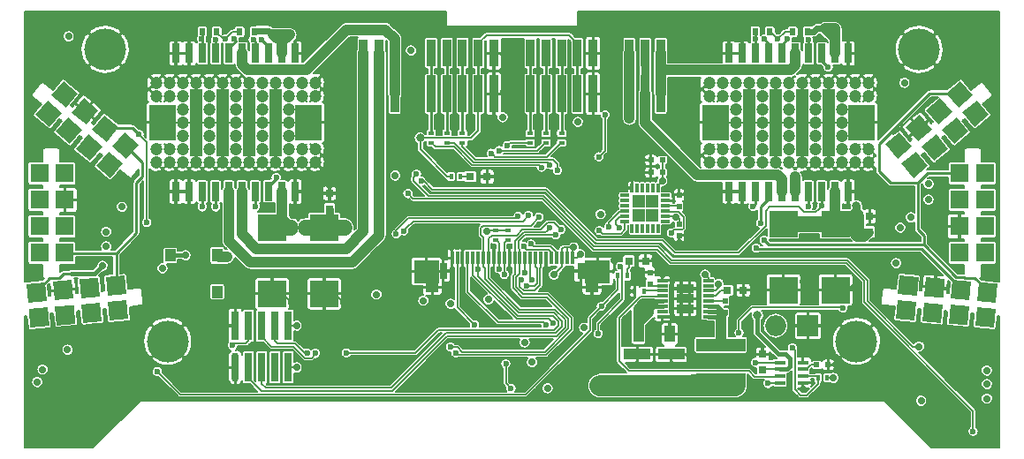
<source format=gbr>
G04 #@! TF.FileFunction,Copper,L1,Top,Signal*
%FSLAX46Y46*%
G04 Gerber Fmt 4.6, Leading zero omitted, Abs format (unit mm)*
G04 Created by KiCad (PCBNEW 4.0.7-e2-6376~58~ubuntu16.04.1) date Tue Apr 24 00:16:57 2018*
%MOMM*%
%LPD*%
G01*
G04 APERTURE LIST*
%ADD10C,0.100000*%
%ADD11C,4.000000*%
%ADD12R,2.700000X2.550000*%
%ADD13R,0.850000X2.650000*%
%ADD14R,0.850000X3.550000*%
%ADD15R,4.700000X1.200000*%
%ADD16R,1.000000X1.300000*%
%ADD17R,1.000000X1.200000*%
%ADD18R,1.000000X0.300000*%
%ADD19R,0.825000X0.950000*%
%ADD20R,1.060000X0.400000*%
%ADD21R,0.300000X0.850000*%
%ADD22R,0.850000X0.300000*%
%ADD23R,1.300000X1.300000*%
%ADD24R,1.000000X1.600000*%
%ADD25R,0.500000X0.600000*%
%ADD26R,0.800000X0.750000*%
%ADD27R,0.750000X0.800000*%
%ADD28R,2.500000X1.000000*%
%ADD29R,0.600000X0.500000*%
%ADD30R,0.600000X0.700000*%
%ADD31R,0.800000X0.800000*%
%ADD32R,0.400000X0.600000*%
%ADD33R,0.600000X0.400000*%
%ADD34R,0.300000X1.250000*%
%ADD35R,2.400000X2.200000*%
%ADD36R,1.300000X0.850000*%
%ADD37R,0.800000X1.600000*%
%ADD38O,0.740000X2.800000*%
%ADD39R,0.740000X2.800000*%
%ADD40R,2.000000X2.000000*%
%ADD41O,2.000000X2.000000*%
%ADD42R,0.760000X1.830000*%
%ADD43R,2.500000X3.400000*%
%ADD44R,1.270000X6.400000*%
%ADD45C,1.200000*%
%ADD46R,1.800000X1.800000*%
%ADD47C,0.700000*%
%ADD48C,0.800000*%
%ADD49C,0.600000*%
%ADD50C,0.400000*%
%ADD51C,0.130000*%
%ADD52C,0.800000*%
%ADD53C,1.500000*%
%ADD54C,0.600000*%
%ADD55C,1.000000*%
%ADD56C,0.200000*%
%ADD57C,0.250000*%
%ADD58C,2.000000*%
%ADD59C,0.150000*%
G04 APERTURE END LIST*
D10*
D11*
X8000000Y38500000D03*
X14000000Y10500000D03*
X80000000Y10500000D03*
X86000000Y38500000D03*
D12*
X78000000Y21775000D03*
X78000000Y15425000D03*
X29000000Y21425000D03*
X29000000Y15075000D03*
X24000000Y21425000D03*
X24000000Y15075000D03*
X73000000Y21775000D03*
X73000000Y15425000D03*
D13*
X54750000Y38150000D03*
D14*
X54750000Y34250000D03*
D13*
X53250000Y38150000D03*
X51750000Y38150000D03*
X50250000Y38150000D03*
X48750000Y38150000D03*
D14*
X53250000Y34250000D03*
X51750000Y34250000D03*
X50250000Y34250000D03*
X48750000Y34250000D03*
D13*
X45250000Y38150000D03*
D14*
X45250000Y34250000D03*
D13*
X43750000Y38150000D03*
X42250000Y38150000D03*
X40750000Y38150000D03*
X39250000Y38150000D03*
D14*
X43750000Y34250000D03*
X42250000Y34250000D03*
X40750000Y34250000D03*
X39250000Y34250000D03*
D15*
X67000000Y10155000D03*
X67000000Y6845000D03*
D16*
X18750000Y18750000D03*
D17*
X14250000Y18750000D03*
X18750000Y15250000D03*
D18*
X61400000Y16350000D03*
X61400000Y15850000D03*
X61400000Y15350000D03*
X61400000Y14850000D03*
X61400000Y14350000D03*
X65800000Y14350000D03*
X65800000Y14850000D03*
X65800000Y15350000D03*
X65800000Y15850000D03*
X65800000Y16350000D03*
X61400000Y13850000D03*
X61400000Y13350000D03*
X61400000Y12850000D03*
X65800000Y13850000D03*
X65800000Y13350000D03*
X65800000Y12850000D03*
D19*
X64000000Y15550000D03*
X64000000Y14600000D03*
X64000000Y13650000D03*
X63200000Y13650000D03*
X63200000Y14600000D03*
X63200000Y15550000D03*
D13*
X61250000Y38150000D03*
D14*
X61250000Y34250000D03*
D13*
X59750000Y38150000D03*
X58250000Y38150000D03*
D14*
X59750000Y34250000D03*
X58250000Y34250000D03*
D13*
X35750000Y38150000D03*
D14*
X35750000Y34250000D03*
D13*
X34250000Y38150000D03*
X32750000Y38150000D03*
D14*
X34250000Y34250000D03*
X32750000Y34250000D03*
D20*
X74850000Y6520000D03*
X74850000Y7170000D03*
X74850000Y7830000D03*
X74850000Y8480000D03*
X72650000Y8480000D03*
X72650000Y7830000D03*
X72650000Y7170000D03*
X72650000Y6520000D03*
D21*
X58500000Y21300000D03*
X59000000Y21300000D03*
X59500000Y21300000D03*
X60000000Y21300000D03*
X60500000Y21300000D03*
X61000000Y21300000D03*
D22*
X61700000Y22000000D03*
X61700000Y22500000D03*
X61700000Y23000000D03*
X61700000Y23500000D03*
X61700000Y24000000D03*
X61700000Y24500000D03*
D21*
X61000000Y25200000D03*
X60500000Y25200000D03*
X60000000Y25200000D03*
X59500000Y25200000D03*
X59000000Y25200000D03*
X58500000Y25200000D03*
D22*
X57800000Y24500000D03*
X57800000Y24000000D03*
X57800000Y23500000D03*
X57800000Y23000000D03*
X57800000Y22500000D03*
X57800000Y22000000D03*
D23*
X60400000Y23900000D03*
X59100000Y23900000D03*
X60400000Y22600000D03*
X59100000Y22600000D03*
D24*
X59100000Y11200000D03*
X62100000Y11200000D03*
D25*
X60200000Y16000000D03*
X60200000Y17100000D03*
D26*
X67650000Y15400000D03*
X69150000Y15400000D03*
D27*
X29500000Y23200000D03*
X29500000Y24700000D03*
X81250000Y21000000D03*
X81250000Y22500000D03*
D25*
X67400000Y14350000D03*
X67400000Y13250000D03*
D27*
X71000000Y9250000D03*
X71000000Y7750000D03*
D28*
X59000000Y6250000D03*
X59000000Y9250000D03*
X62250000Y6250000D03*
X62250000Y9250000D03*
D29*
X76200000Y8250000D03*
X77300000Y8250000D03*
D25*
X63000000Y21750000D03*
X63000000Y20650000D03*
D29*
X61400000Y27900000D03*
X60300000Y27900000D03*
X61400000Y26700000D03*
X60300000Y26700000D03*
D25*
X63000000Y23450000D03*
X63000000Y24550000D03*
D30*
X22300000Y40200000D03*
X20900000Y40200000D03*
X75300000Y40200000D03*
X73900000Y40200000D03*
X18700000Y40200000D03*
X17300000Y40200000D03*
X71700000Y40200000D03*
X70300000Y40200000D03*
D31*
X43000000Y26300000D03*
X44600000Y26300000D03*
X58200000Y18200000D03*
X59800000Y18200000D03*
D32*
X59650000Y15300000D03*
X58750000Y15300000D03*
X41150000Y26300000D03*
X42050000Y26300000D03*
X77200000Y7000000D03*
X76300000Y7000000D03*
D33*
X51750000Y30450000D03*
X51750000Y29550000D03*
X50250000Y30450000D03*
X50250000Y29550000D03*
X48750000Y30450000D03*
X48750000Y29550000D03*
X42250000Y30450000D03*
X42250000Y29550000D03*
X40750000Y30450000D03*
X40750000Y29550000D03*
X39250000Y30450000D03*
X39250000Y29550000D03*
D32*
X58050000Y16800000D03*
X57150000Y16800000D03*
D33*
X45400000Y20250000D03*
X45400000Y21150000D03*
X46600000Y21150000D03*
X46600000Y20250000D03*
D34*
X41250000Y18500000D03*
X41750000Y18500000D03*
X42250000Y18500000D03*
X42750000Y18500000D03*
X43250000Y18500000D03*
X43750000Y18500000D03*
X44250000Y18500000D03*
X44750000Y18500000D03*
X45250000Y18500000D03*
X45750000Y18500000D03*
X46250000Y18500000D03*
X46750000Y18500000D03*
X47250000Y18500000D03*
X47750000Y18500000D03*
X48250000Y18500000D03*
X48750000Y18500000D03*
X49250000Y18500000D03*
X49750000Y18500000D03*
X50250000Y18500000D03*
X50750000Y18500000D03*
X51250000Y18500000D03*
X51750000Y18500000D03*
X52250000Y18500000D03*
X52750000Y18500000D03*
D35*
X38800000Y17200000D03*
X55200000Y17200000D03*
D36*
X39350000Y15670000D03*
X54650000Y15670000D03*
D37*
X40400000Y17250000D03*
X53600000Y17250000D03*
D38*
X20460000Y8000000D03*
D39*
X20460000Y12000000D03*
X21730000Y8000000D03*
X21730000Y12000000D03*
X23000000Y8000000D03*
X23000000Y12000000D03*
X24270000Y8000000D03*
X24270000Y12000000D03*
X25540000Y8000000D03*
X25540000Y12000000D03*
D40*
X75350000Y12000000D03*
D41*
X72250000Y12000000D03*
D42*
X14785000Y24874000D03*
X16055000Y24874000D03*
X17325000Y24874000D03*
X18595000Y24874000D03*
X19865000Y24874000D03*
X21135000Y24874000D03*
X22405000Y24874000D03*
X23675000Y24874000D03*
X24945000Y24874000D03*
X26215000Y24874000D03*
X26215000Y38126000D03*
X24945000Y38126000D03*
X23675000Y38126000D03*
X22405000Y38126000D03*
X21135000Y38126000D03*
X19865000Y38126000D03*
X18595000Y38126000D03*
X17325000Y38126000D03*
X16055000Y38126000D03*
X14785000Y38126000D03*
D43*
X13515000Y31500000D03*
X27485000Y31500000D03*
D44*
X16690000Y31500000D03*
X19230000Y31500000D03*
X21770000Y31500000D03*
X24310000Y31500000D03*
D45*
X14150000Y34040000D03*
X15420000Y34040000D03*
X12880000Y35310000D03*
X14150000Y35310000D03*
X15420000Y35310000D03*
X16690000Y35310000D03*
X17960000Y35310000D03*
X19230000Y35310000D03*
X17960000Y34040000D03*
X17960000Y32770000D03*
X17960000Y31500000D03*
X17960000Y30230000D03*
X17960000Y28960000D03*
X17960000Y27690000D03*
X16690000Y27690000D03*
X19230000Y27690000D03*
X20500000Y27690000D03*
X20500000Y28960000D03*
X20500000Y30230000D03*
X20500000Y31500000D03*
X20500000Y32770000D03*
X20500000Y34040000D03*
X20500000Y35310000D03*
X21770000Y35310000D03*
X23040000Y35310000D03*
X23040000Y34040000D03*
X23040000Y32770000D03*
X23040000Y31500000D03*
X23040000Y30230000D03*
X23040000Y28960000D03*
X23040000Y27690000D03*
X24310000Y27690000D03*
X21770000Y27690000D03*
X25580000Y27690000D03*
X25580000Y28960000D03*
X25580000Y30230000D03*
X25580000Y31500000D03*
X25580000Y32770000D03*
X25580000Y34040000D03*
X26850000Y34040000D03*
X28120000Y34040000D03*
X28120000Y35310000D03*
X26850000Y35310000D03*
X25580000Y35310000D03*
X24310000Y35310000D03*
X26850000Y27690000D03*
X26850000Y28960000D03*
X28120000Y27690000D03*
X28120000Y28960000D03*
X15420000Y27690000D03*
X14150000Y27690000D03*
X12880000Y27690000D03*
X12880000Y28960000D03*
X14150000Y28960000D03*
X15420000Y28960000D03*
X15420000Y30230000D03*
X15420000Y31500000D03*
X15420000Y32770000D03*
X12880000Y34040000D03*
D42*
X67785000Y24874000D03*
X69055000Y24874000D03*
X70325000Y24874000D03*
X71595000Y24874000D03*
X72865000Y24874000D03*
X74135000Y24874000D03*
X75405000Y24874000D03*
X76675000Y24874000D03*
X77945000Y24874000D03*
X79215000Y24874000D03*
X79215000Y38126000D03*
X77945000Y38126000D03*
X76675000Y38126000D03*
X75405000Y38126000D03*
X74135000Y38126000D03*
X72865000Y38126000D03*
X71595000Y38126000D03*
X70325000Y38126000D03*
X69055000Y38126000D03*
X67785000Y38126000D03*
D43*
X66515000Y31500000D03*
X80485000Y31500000D03*
D44*
X69690000Y31500000D03*
X72230000Y31500000D03*
X74770000Y31500000D03*
X77310000Y31500000D03*
D45*
X67150000Y34040000D03*
X68420000Y34040000D03*
X65880000Y35310000D03*
X67150000Y35310000D03*
X68420000Y35310000D03*
X69690000Y35310000D03*
X70960000Y35310000D03*
X72230000Y35310000D03*
X70960000Y34040000D03*
X70960000Y32770000D03*
X70960000Y31500000D03*
X70960000Y30230000D03*
X70960000Y28960000D03*
X70960000Y27690000D03*
X69690000Y27690000D03*
X72230000Y27690000D03*
X73500000Y27690000D03*
X73500000Y28960000D03*
X73500000Y30230000D03*
X73500000Y31500000D03*
X73500000Y32770000D03*
X73500000Y34040000D03*
X73500000Y35310000D03*
X74770000Y35310000D03*
X76040000Y35310000D03*
X76040000Y34040000D03*
X76040000Y32770000D03*
X76040000Y31500000D03*
X76040000Y30230000D03*
X76040000Y28960000D03*
X76040000Y27690000D03*
X77310000Y27690000D03*
X74770000Y27690000D03*
X78580000Y27690000D03*
X78580000Y28960000D03*
X78580000Y30230000D03*
X78580000Y31500000D03*
X78580000Y32770000D03*
X78580000Y34040000D03*
X79850000Y34040000D03*
X81120000Y34040000D03*
X81120000Y35310000D03*
X79850000Y35310000D03*
X78580000Y35310000D03*
X77310000Y35310000D03*
X79850000Y27690000D03*
X79850000Y28960000D03*
X81120000Y27690000D03*
X81120000Y28960000D03*
X68420000Y27690000D03*
X67150000Y27690000D03*
X65880000Y27690000D03*
X65880000Y28960000D03*
X67150000Y28960000D03*
X68420000Y28960000D03*
X68420000Y30230000D03*
X68420000Y31500000D03*
X68420000Y32770000D03*
X65880000Y34040000D03*
D10*
G36*
X8059799Y16675366D02*
X9852949Y16832246D01*
X10009829Y15039096D01*
X8216679Y14882216D01*
X8059799Y16675366D01*
X8059799Y16675366D01*
G37*
G36*
X5529464Y16453990D02*
X7322614Y16610870D01*
X7479494Y14817720D01*
X5686344Y14660840D01*
X5529464Y16453990D01*
X5529464Y16453990D01*
G37*
G36*
X2999130Y16232614D02*
X4792280Y16389494D01*
X4949160Y14596344D01*
X3156010Y14439464D01*
X2999130Y16232614D01*
X2999130Y16232614D01*
G37*
G36*
X468795Y16011239D02*
X2261945Y16168119D01*
X2418825Y14374969D01*
X625675Y14218089D01*
X468795Y16011239D01*
X468795Y16011239D01*
G37*
G36*
X8270106Y14271548D02*
X10063256Y14428428D01*
X10220136Y12635278D01*
X8426986Y12478398D01*
X8270106Y14271548D01*
X8270106Y14271548D01*
G37*
G36*
X5739771Y14050172D02*
X7532921Y14207052D01*
X7689801Y12413902D01*
X5896651Y12257022D01*
X5739771Y14050172D01*
X5739771Y14050172D01*
G37*
G36*
X3209437Y13828797D02*
X5002587Y13985677D01*
X5159467Y12192527D01*
X3366317Y12035647D01*
X3209437Y13828797D01*
X3209437Y13828797D01*
G37*
G36*
X679102Y13607421D02*
X2472252Y13764301D01*
X2629132Y11971151D01*
X835982Y11814271D01*
X679102Y13607421D01*
X679102Y13607421D01*
G37*
G36*
X9854039Y30551805D02*
X11232919Y29394787D01*
X10075901Y28015907D01*
X8697021Y29172925D01*
X9854039Y30551805D01*
X9854039Y30551805D01*
G37*
G36*
X7908286Y32184485D02*
X9287166Y31027467D01*
X8130148Y29648587D01*
X6751268Y30805605D01*
X7908286Y32184485D01*
X7908286Y32184485D01*
G37*
G36*
X5962533Y33817166D02*
X7341413Y32660148D01*
X6184395Y31281268D01*
X4805515Y32438286D01*
X5962533Y33817166D01*
X5962533Y33817166D01*
G37*
G36*
X4016780Y35449846D02*
X5395660Y34292828D01*
X4238642Y32913948D01*
X2859762Y34070966D01*
X4016780Y35449846D01*
X4016780Y35449846D01*
G37*
G36*
X8302992Y28703339D02*
X9681872Y27546321D01*
X8524854Y26167441D01*
X7145974Y27324459D01*
X8302992Y28703339D01*
X8302992Y28703339D01*
G37*
G36*
X6357239Y30336020D02*
X7736119Y29179002D01*
X6579101Y27800122D01*
X5200221Y28957140D01*
X6357239Y30336020D01*
X6357239Y30336020D01*
G37*
G36*
X4411486Y31968700D02*
X5790366Y30811682D01*
X4633348Y29432802D01*
X3254468Y30589820D01*
X4411486Y31968700D01*
X4411486Y31968700D01*
G37*
G36*
X2465733Y33601381D02*
X3844613Y32444363D01*
X2687595Y31065483D01*
X1308715Y32222501D01*
X2465733Y33601381D01*
X2465733Y33601381D01*
G37*
D46*
X4120000Y18990000D03*
X4120000Y21530000D03*
X4120000Y24070000D03*
X4120000Y26610000D03*
X1707000Y18990000D03*
X1707000Y21530000D03*
X1707000Y24070000D03*
X1707000Y26610000D03*
D10*
G36*
X91738055Y16178119D02*
X93531205Y16021239D01*
X93374325Y14228089D01*
X91581175Y14384969D01*
X91738055Y16178119D01*
X91738055Y16178119D01*
G37*
G36*
X89207720Y16399494D02*
X91000870Y16242614D01*
X90843990Y14449464D01*
X89050840Y14606344D01*
X89207720Y16399494D01*
X89207720Y16399494D01*
G37*
G36*
X86677386Y16620870D02*
X88470536Y16463990D01*
X88313656Y14670840D01*
X86520506Y14827720D01*
X86677386Y16620870D01*
X86677386Y16620870D01*
G37*
G36*
X84147051Y16842246D02*
X85940201Y16685366D01*
X85783321Y14892216D01*
X83990171Y15049096D01*
X84147051Y16842246D01*
X84147051Y16842246D01*
G37*
G36*
X91527748Y13774301D02*
X93320898Y13617421D01*
X93164018Y11824271D01*
X91370868Y11981151D01*
X91527748Y13774301D01*
X91527748Y13774301D01*
G37*
G36*
X88997413Y13995677D02*
X90790563Y13838797D01*
X90633683Y12045647D01*
X88840533Y12202527D01*
X88997413Y13995677D01*
X88997413Y13995677D01*
G37*
G36*
X86467079Y14217052D02*
X88260229Y14060172D01*
X88103349Y12267022D01*
X86310199Y12423902D01*
X86467079Y14217052D01*
X86467079Y14217052D01*
G37*
G36*
X83936744Y14438428D02*
X85729894Y14281548D01*
X85573014Y12488398D01*
X83779864Y12645278D01*
X83936744Y14438428D01*
X83936744Y14438428D01*
G37*
G36*
X88604340Y34302828D02*
X89983220Y35459846D01*
X91140238Y34080966D01*
X89761358Y32923948D01*
X88604340Y34302828D01*
X88604340Y34302828D01*
G37*
G36*
X86658587Y32670148D02*
X88037467Y33827166D01*
X89194485Y32448286D01*
X87815605Y31291268D01*
X86658587Y32670148D01*
X86658587Y32670148D01*
G37*
G36*
X84712834Y31037467D02*
X86091714Y32194485D01*
X87248732Y30815605D01*
X85869852Y29658587D01*
X84712834Y31037467D01*
X84712834Y31037467D01*
G37*
G36*
X82767081Y29404787D02*
X84145961Y30561805D01*
X85302979Y29182925D01*
X83924099Y28025907D01*
X82767081Y29404787D01*
X82767081Y29404787D01*
G37*
G36*
X90155387Y32454363D02*
X91534267Y33611381D01*
X92691285Y32232501D01*
X91312405Y31075483D01*
X90155387Y32454363D01*
X90155387Y32454363D01*
G37*
G36*
X88209634Y30821682D02*
X89588514Y31978700D01*
X90745532Y30599820D01*
X89366652Y29442802D01*
X88209634Y30821682D01*
X88209634Y30821682D01*
G37*
G36*
X86263881Y29189002D02*
X87642761Y30346020D01*
X88799779Y28967140D01*
X87420899Y27810122D01*
X86263881Y29189002D01*
X86263881Y29189002D01*
G37*
G36*
X84318128Y27556321D02*
X85697008Y28713339D01*
X86854026Y27334459D01*
X85475146Y26177441D01*
X84318128Y27556321D01*
X84318128Y27556321D01*
G37*
D46*
X89880000Y26610000D03*
X89880000Y24070000D03*
X89880000Y21530000D03*
X89880000Y18990000D03*
X92293000Y26610000D03*
X92293000Y24070000D03*
X92293000Y21530000D03*
X92293000Y18990000D03*
D47*
X59600000Y14100000D03*
D48*
X70500000Y13000000D03*
X19700000Y18600000D03*
D47*
X60500000Y14100000D03*
X60100000Y13300000D03*
D48*
X30921799Y21400000D03*
X74934315Y21800000D03*
X76200000Y21800000D03*
X25800000Y21400000D03*
X27199994Y21400000D03*
X25699982Y39900000D03*
X24100000Y39900000D03*
X24900000Y39600000D03*
D47*
X37300000Y38400000D03*
D48*
X77000000Y40500000D03*
X77900000Y40500000D03*
X77899996Y39600000D03*
X80000000Y21500000D03*
X80000000Y20500000D03*
X80000000Y22500004D03*
X80000000Y23500000D03*
D47*
X5800000Y18100000D03*
X40300000Y12600000D03*
X29400000Y6700000D03*
X26600000Y6700000D03*
X25900000Y14200000D03*
X30900000Y14200000D03*
X52300000Y8500000D03*
X51950000Y9950000D03*
X52400000Y13900000D03*
X48650000Y14100000D03*
X83500000Y10500000D03*
X89250000Y11500000D03*
X11500000Y11250000D03*
X75500000Y10000000D03*
X35700000Y27500000D03*
X41500000Y32000000D03*
X86900000Y21550000D03*
D49*
X53150000Y29675000D03*
X53700000Y19675000D03*
D47*
X53400000Y22875000D03*
X51325000Y25875000D03*
X49175000Y25850000D03*
X31600000Y38500000D03*
X43329112Y15929112D03*
X45496259Y16700148D03*
X42295399Y19568290D03*
X41200000Y19568290D03*
X68750000Y39500000D03*
X86700000Y1600000D03*
X46049996Y26300000D03*
X62250000Y8250000D03*
X59000000Y8250000D03*
X27750000Y38700000D03*
X27200000Y38150004D03*
X15300000Y40300000D03*
X15830207Y39625699D03*
X14800000Y23450000D03*
X16050000Y23450000D03*
X68350000Y22950000D03*
X68899988Y22400000D03*
X80350000Y24900000D03*
X59500000Y27901500D03*
X67799996Y23500000D03*
X14770242Y39629758D03*
X13800000Y24900000D03*
X36900000Y34747978D03*
X74899996Y16200000D03*
X61000000Y11043968D03*
X58100000Y14500000D03*
X58100000Y15299982D03*
X27100000Y24900000D03*
X75989055Y20373038D03*
X40359551Y19058162D03*
X63700000Y24600000D03*
X74899998Y5900002D03*
X78000000Y8284500D03*
X69650300Y9180540D03*
X64000000Y9200000D03*
X70499836Y6560404D03*
X89000000Y1400000D03*
X90900000Y9200000D03*
X88400000Y7700000D03*
X29500000Y25500000D03*
X2500000Y1400000D03*
X4400000Y5000000D03*
X6800000Y9000000D03*
X20500000Y15800000D03*
X20000002Y14000000D03*
X35800000Y14980000D03*
X37000000Y18200000D03*
X46200000Y38100000D03*
X46200000Y34400000D03*
X46200000Y30300000D03*
X67800004Y39500000D03*
X82100000Y22500000D03*
X79200000Y36700000D03*
X55800000Y38100000D03*
X55866226Y34733774D03*
X56800000Y26500400D03*
X58500000Y26100000D03*
X50260617Y17374186D03*
X61400000Y16900000D03*
X63600000Y14600000D03*
X63600000Y13600000D03*
X63600000Y15600000D03*
X60685676Y18345010D03*
X53669999Y14700000D03*
X56800000Y18300020D03*
X63000000Y20000002D03*
X69200000Y14500000D03*
X79755000Y15614626D03*
D49*
X18600000Y39400000D03*
X71157100Y39482900D03*
D48*
X38200000Y30000000D03*
D49*
X20327625Y39499828D03*
X73388138Y39479253D03*
X17250000Y39500010D03*
X70300000Y39474994D03*
D47*
X26350000Y12000000D03*
X26350000Y8000000D03*
X50400000Y6000000D03*
X4500000Y39750000D03*
X52900008Y19500000D03*
X41100006Y14100000D03*
X48200000Y10400000D03*
X44729112Y14529112D03*
X44587393Y21032922D03*
D48*
X55450000Y6250000D03*
X56375000Y6250000D03*
X57300000Y6250000D03*
D47*
X66800000Y16000000D03*
X8100012Y21000000D03*
X8100000Y19600000D03*
X9600000Y23400000D03*
X13500000Y17500000D03*
X55485752Y22698404D03*
X51000000Y16900000D03*
X53516067Y18833264D03*
X1500000Y6600000D03*
X2000000Y7800000D03*
X4400000Y9700000D03*
X34000000Y15000000D03*
X38500000Y14400000D03*
X53900000Y11800000D03*
X48900000Y8500000D03*
X77800000Y7000000D03*
X92500000Y7700000D03*
X92500000Y6400000D03*
X92500000Y5000000D03*
X86200000Y4800000D03*
X84600000Y35300000D03*
X86900000Y25600000D03*
X86900000Y24100000D03*
X85200000Y22400000D03*
X84200000Y21400000D03*
X83800000Y18000000D03*
X65500000Y16900000D03*
X62699980Y22400000D03*
X61400000Y25899990D03*
X53300000Y31550900D03*
X46100000Y32000000D03*
X35800000Y26400000D03*
D49*
X31100000Y9400000D03*
X20200000Y10100000D03*
X43770600Y17440500D03*
X46900000Y6000000D03*
X46400000Y8350000D03*
X48250000Y17100000D03*
X48900000Y16400000D03*
X48400000Y15850000D03*
X47900000Y16400000D03*
X49595700Y22412300D03*
X51678453Y21247383D03*
X71151366Y20200358D03*
X70381742Y19430734D03*
D47*
X7750000Y17750010D03*
D49*
X11250000Y30350000D03*
X12000000Y21900000D03*
X45750000Y17437800D03*
X46250000Y16895800D03*
X35900000Y20800000D03*
X47581000Y22516000D03*
X36599998Y21100000D03*
X48571700Y22561600D03*
X13000000Y7600000D03*
X55550000Y13850000D03*
X75400000Y23450000D03*
X22400000Y23400000D03*
X70800000Y21850000D03*
X18600000Y23400000D03*
X55300000Y28200000D03*
X55900000Y32200000D03*
X75400000Y39400000D03*
X22200000Y39422826D03*
X55250000Y11250000D03*
X57385702Y17684856D03*
X76700000Y23500000D03*
X38275300Y25872000D03*
X24400014Y26200000D03*
X78700000Y13700000D03*
X68750000Y11327038D03*
X70100000Y23450000D03*
X17300000Y23400000D03*
X77288600Y36809100D03*
X23026979Y39406847D03*
X71508300Y6462600D03*
X73847600Y9863400D03*
X51340500Y26885100D03*
X50629100Y27450979D03*
X49799200Y27193968D03*
X45007200Y28534999D03*
X45737600Y28792010D03*
X46526579Y29284020D03*
D47*
X15700000Y18750000D03*
D49*
X27350000Y9400000D03*
X41600000Y9400000D03*
X51200000Y20700000D03*
X28150000Y9350000D03*
X41100000Y9950000D03*
X50600008Y21400000D03*
X37010300Y24668600D03*
X91175500Y1881000D03*
D47*
X86000000Y10000000D03*
D49*
X37839900Y26557000D03*
X50214800Y12110800D03*
X50941721Y12214149D03*
D48*
X58250000Y31900000D03*
X74100000Y26300000D03*
D49*
X56274991Y21523147D03*
X57259011Y21411700D03*
X62269700Y20905200D03*
X55372300Y21136300D03*
X19500004Y39500000D03*
X72472987Y39500000D03*
X43400000Y12100000D03*
X70314300Y8480000D03*
X48136271Y19603719D03*
X48826425Y19832264D03*
D50*
X72650000Y7830000D02*
X73330000Y7830000D01*
X73330000Y7830000D02*
X73600000Y8100000D01*
X73600000Y8100000D02*
X73600000Y8900000D01*
X73600000Y8900000D02*
X73200000Y9300000D01*
X73200000Y9300000D02*
X72500000Y9300000D01*
X72500000Y9300000D02*
X70500000Y11300000D01*
X70500000Y11300000D02*
X70500000Y13000000D01*
D51*
X72650000Y7830000D02*
X71080000Y7830000D01*
X71080000Y7830000D02*
X71000000Y7750000D01*
D52*
X80000000Y20500000D02*
X80750000Y20500000D01*
X80750000Y20500000D02*
X81250000Y21000000D01*
X81250000Y21000000D02*
X80675000Y21000000D01*
X80675000Y21000000D02*
X80075000Y21000000D01*
X80000000Y20500000D02*
X80399999Y20899999D01*
X80399999Y20899999D02*
X80574999Y20899999D01*
X80574999Y20899999D02*
X80675000Y21000000D01*
X80000000Y20500000D02*
X79274996Y21225004D01*
X79274996Y21225004D02*
X79274996Y21775000D01*
X80000000Y23500000D02*
X80000000Y22500004D01*
D53*
X78275000Y21500000D02*
X78000000Y21775000D01*
X80000000Y21500000D02*
X78275000Y21500000D01*
D54*
X23696365Y40303635D02*
X22403635Y40303635D01*
X22403635Y40303635D02*
X22300000Y40200000D01*
X24100000Y39900000D02*
X23696365Y40303635D01*
D55*
X18900000Y18600000D02*
X19134315Y18600000D01*
X18750000Y18750000D02*
X18900000Y18600000D01*
X19134315Y18600000D02*
X19700000Y18600000D01*
X59100000Y11200000D02*
X59100000Y12300000D01*
X59100000Y12300000D02*
X60100000Y13300000D01*
X59100000Y11200000D02*
X59100000Y13600000D01*
X59100000Y13600000D02*
X59600000Y14100000D01*
X60100000Y13300000D02*
X60100000Y13700000D01*
X60100000Y13700000D02*
X60500000Y14100000D01*
X59600000Y14100000D02*
X59600000Y13800000D01*
X59600000Y13800000D02*
X60100000Y13300000D01*
X60500000Y14100000D02*
X59600000Y14100000D01*
D50*
X61400000Y13850000D02*
X60750000Y13850000D01*
X60750000Y13850000D02*
X60500000Y14100000D01*
X61400000Y14350000D02*
X60750000Y14350000D01*
X60750000Y14350000D02*
X60500000Y14100000D01*
D52*
X29500000Y23200000D02*
X29500000Y21925000D01*
X29500000Y21925000D02*
X29000000Y21425000D01*
D55*
X24945000Y22900000D02*
X24945000Y22370000D01*
X24945000Y24874000D02*
X24945000Y22900000D01*
X24945000Y22900000D02*
X24945000Y22255000D01*
X24945000Y22255000D02*
X25800000Y21400000D01*
D53*
X25800000Y21400000D02*
X24025000Y21400000D01*
X24025000Y21400000D02*
X24000000Y21425000D01*
D55*
X24945000Y22370000D02*
X24000000Y21425000D01*
D53*
X29000000Y21425000D02*
X30896799Y21425000D01*
X30896799Y21425000D02*
X30921799Y21400000D01*
X27199994Y21400000D02*
X28975000Y21400000D01*
X28975000Y21400000D02*
X29000000Y21425000D01*
X78000000Y21775000D02*
X73000000Y21775000D01*
D55*
X24900000Y39600000D02*
X24400000Y39600000D01*
X24400000Y39600000D02*
X24100000Y39900000D01*
X24900000Y39600000D02*
X25399982Y39600000D01*
X25399982Y39600000D02*
X25699982Y39900000D01*
X24100000Y39900000D02*
X25699982Y39900000D01*
X24945000Y38126000D02*
X24945000Y39555000D01*
X24945000Y39555000D02*
X24900000Y39600000D01*
D54*
X76200000Y40500000D02*
X77000000Y40500000D01*
X75300000Y40200000D02*
X75900000Y40200000D01*
X75900000Y40200000D02*
X76200000Y40500000D01*
D55*
X77945000Y38126000D02*
X77945000Y40455000D01*
X77945000Y40455000D02*
X77900000Y40500000D01*
X77900000Y40500000D02*
X77900000Y39600004D01*
X77900000Y39600004D02*
X77899996Y39600000D01*
X77899996Y39600000D02*
X77899996Y39600004D01*
X77899996Y39600004D02*
X77000000Y40500000D01*
X77000000Y40500000D02*
X77900000Y40500000D01*
X77945000Y38126000D02*
X77945000Y39554996D01*
X77945000Y39554996D02*
X77899996Y39600000D01*
X77945000Y24874000D02*
X77945000Y21830000D01*
X77945000Y21830000D02*
X78000000Y21775000D01*
D52*
X80075000Y21000000D02*
X79997999Y21077001D01*
X79997999Y21077001D02*
X79997999Y21500000D01*
D53*
X79997999Y22498003D02*
X79997999Y21500000D01*
X78000000Y21775000D02*
X79274996Y21775000D01*
X79274996Y21775000D02*
X79997999Y22498003D01*
D51*
X61400000Y13850000D02*
X61052400Y13850000D01*
X78386400Y21775000D02*
X78772700Y21775000D01*
X78386400Y21775000D02*
X78000000Y21775000D01*
X78772700Y22936000D02*
X78917800Y22936000D01*
X78772700Y21775000D02*
X78772700Y22936000D01*
D56*
X25900000Y14200000D02*
X25025000Y15075000D01*
X25025000Y15075000D02*
X24000000Y15075000D01*
X30900000Y14200000D02*
X30025000Y15075000D01*
X30025000Y15075000D02*
X29000000Y15075000D01*
X75350000Y12000000D02*
X75350000Y10150000D01*
X75350000Y10150000D02*
X75500000Y10000000D01*
X39350000Y15670000D02*
X39350000Y16650000D01*
X39350000Y16650000D02*
X38800000Y17200000D01*
X75500000Y10000000D02*
X75500000Y9750000D01*
X75500000Y9750000D02*
X74850000Y9100000D01*
X74850000Y9100000D02*
X74850000Y8480000D01*
X46464247Y16350149D02*
X45846258Y16350149D01*
X45146260Y17571260D02*
X45146260Y17050147D01*
X45146260Y17050147D02*
X45496259Y16700148D01*
X45250000Y17675000D02*
X45146260Y17571260D01*
X45846258Y16350149D02*
X45496259Y16700148D01*
X45250000Y18500000D02*
X45250000Y17675000D01*
X46750000Y17675000D02*
X46780001Y17644999D01*
X46750000Y18500000D02*
X46750000Y17675000D01*
X46780001Y16665903D02*
X46464247Y16350149D01*
X46780001Y17644999D02*
X46780001Y16665903D01*
X41250000Y19518290D02*
X41200000Y19568290D01*
X41250000Y18500000D02*
X41250000Y19518290D01*
X42250000Y18500000D02*
X42250000Y19522891D01*
X42250000Y19522891D02*
X42295399Y19568290D01*
X69055000Y39245000D02*
X68800000Y39500000D01*
X68800000Y39500000D02*
X68750000Y39500000D01*
X69055000Y38126000D02*
X69055000Y39245000D01*
X44600000Y26300000D02*
X46049996Y26300000D01*
X62250000Y8250000D02*
X62250000Y9250000D01*
X59000000Y8250000D02*
X59000000Y9250000D01*
X26215000Y38126000D02*
X27175996Y38126000D01*
X27175996Y38126000D02*
X27200000Y38150004D01*
X15830207Y39625699D02*
X15830207Y39769793D01*
X15830207Y39769793D02*
X15300000Y40300000D01*
X16055000Y38126000D02*
X16055000Y39400906D01*
X16055000Y39400906D02*
X15830207Y39625699D01*
X14800000Y23450000D02*
X14800000Y24859000D01*
X14800000Y24859000D02*
X14785000Y24874000D01*
X16055000Y24874000D02*
X16055000Y23455000D01*
X16055000Y23455000D02*
X16050000Y23450000D01*
X68899988Y22400000D02*
X68899988Y22400012D01*
X68899988Y22400012D02*
X68350000Y22950000D01*
X67799996Y23500000D02*
X67800000Y23500000D01*
X67800000Y23500000D02*
X68350000Y22950000D01*
X80324000Y24874000D02*
X80350000Y24900000D01*
X79215000Y24874000D02*
X80324000Y24874000D01*
X67799996Y23500000D02*
X68796000Y23500000D01*
X68796000Y23500000D02*
X69055000Y23759000D01*
X69055000Y23759000D02*
X69055000Y24874000D01*
X60300000Y26700000D02*
X60300000Y27900000D01*
X60300000Y27900000D02*
X59501500Y27900000D01*
X59501500Y27900000D02*
X59500000Y27901500D01*
X67785000Y23514996D02*
X67799996Y23500000D01*
X67785000Y24874000D02*
X67785000Y23514996D01*
X14785000Y38126000D02*
X14785000Y39615000D01*
X14785000Y39615000D02*
X14770242Y39629758D01*
X14785000Y24874000D02*
X13826000Y24874000D01*
X13826000Y24874000D02*
X13800000Y24900000D01*
X74899996Y15774996D02*
X74899996Y16200000D01*
X73000000Y15425000D02*
X74550000Y15425000D01*
X74550000Y15425000D02*
X74899996Y15774996D01*
X62100000Y12200000D02*
X61900000Y12400000D01*
X61400000Y12850000D02*
X61400000Y12500000D01*
X61400000Y12500000D02*
X61500000Y12400000D01*
X61500000Y12400000D02*
X61900000Y12400000D01*
X62100000Y11200000D02*
X62100000Y12200000D01*
X61156032Y11200000D02*
X61000000Y11043968D01*
X62100000Y11200000D02*
X61156032Y11200000D01*
X60200000Y17100000D02*
X61200000Y17100000D01*
X61200000Y17100000D02*
X61400000Y16900000D01*
X58750000Y15300000D02*
X58100018Y15300000D01*
X58100018Y15300000D02*
X58100000Y15299982D01*
X29500000Y24700000D02*
X29500000Y25500000D01*
X26215000Y24874000D02*
X27074000Y24874000D01*
X27074000Y24874000D02*
X27100000Y24900000D01*
X78000000Y15425000D02*
X79565374Y15425000D01*
X79565374Y15425000D02*
X79755000Y15614626D01*
X25580000Y31500000D02*
X27485000Y31500000D01*
X24310000Y31500000D02*
X25580000Y31500000D01*
X23040000Y31500000D02*
X24310000Y31500000D01*
X21770000Y31500000D02*
X23040000Y31500000D01*
X20500000Y31500000D02*
X21770000Y31500000D01*
X19230000Y31500000D02*
X20500000Y31500000D01*
X17960000Y31500000D02*
X19230000Y31500000D01*
X16690000Y31500000D02*
X17960000Y31500000D01*
X15420000Y31500000D02*
X16690000Y31500000D01*
X13515000Y31500000D02*
X15420000Y31500000D01*
X78580000Y31500000D02*
X80485000Y31500000D01*
X77310000Y31500000D02*
X78580000Y31500000D01*
X76040000Y31500000D02*
X77310000Y31500000D01*
X74770000Y31500000D02*
X76040000Y31500000D01*
X73500000Y31500000D02*
X74770000Y31500000D01*
X72230000Y31500000D02*
X73500000Y31500000D01*
X70960000Y31500000D02*
X72230000Y31500000D01*
X69690000Y31500000D02*
X70960000Y31500000D01*
X68420000Y31500000D02*
X69690000Y31500000D01*
X66515000Y31500000D02*
X68420000Y31500000D01*
X38800000Y17200000D02*
X40350000Y17200000D01*
X40350000Y17200000D02*
X40400000Y17250000D01*
X61700000Y24000000D02*
X62325000Y24000000D01*
X62325000Y24000000D02*
X62500000Y24175000D01*
X62500000Y24175000D02*
X62500000Y24400000D01*
X62500000Y24400000D02*
X62650000Y24550000D01*
X62650000Y24550000D02*
X63000000Y24550000D01*
X63000000Y24550000D02*
X63650000Y24550000D01*
X63650000Y24550000D02*
X63700000Y24600000D01*
X77300000Y8250000D02*
X77965500Y8250000D01*
X77965500Y8250000D02*
X78000000Y8284500D01*
X74850000Y6520000D02*
X74850000Y5950000D01*
X74850000Y5950000D02*
X74899998Y5900002D01*
X71000000Y9250000D02*
X69719760Y9250000D01*
X69719760Y9250000D02*
X69650300Y9180540D01*
X62250000Y9250000D02*
X63950000Y9250000D01*
X63950000Y9250000D02*
X64000000Y9200000D01*
X37000000Y17600000D02*
X37000000Y18200000D01*
X38800000Y17200000D02*
X37400000Y17200000D01*
X37400000Y17200000D02*
X37000000Y17600000D01*
X45250000Y34250000D02*
X46050000Y34250000D01*
X46050000Y34250000D02*
X46200000Y34400000D01*
X45250000Y38150000D02*
X46150000Y38150000D01*
X46150000Y38150000D02*
X46200000Y38100000D01*
X67785000Y38126000D02*
X67785000Y39484996D01*
X67785000Y39484996D02*
X67800004Y39500000D01*
X82100000Y22500000D02*
X81250000Y22500000D01*
X79200000Y36700000D02*
X79200000Y38111000D01*
X79200000Y38111000D02*
X79215000Y38126000D01*
X54750000Y34250000D02*
X55382452Y34250000D01*
X55382452Y34250000D02*
X55866226Y34733774D01*
X54750000Y38150000D02*
X55750000Y38150000D01*
X55750000Y38150000D02*
X55800000Y38100000D01*
X58500000Y25200000D02*
X58500000Y26100000D01*
X50250000Y18500000D02*
X50250000Y17384803D01*
X50250000Y17384803D02*
X50260617Y17374186D01*
X61400000Y16900000D02*
X61400000Y16350000D01*
X60540666Y18200000D02*
X60685676Y18345010D01*
X59800000Y18200000D02*
X60540666Y18200000D01*
X56800000Y17400000D02*
X56600000Y17200000D01*
X56600000Y17200000D02*
X55200000Y17200000D01*
X56800000Y18300020D02*
X56800000Y17400000D01*
X53600000Y17250000D02*
X55150000Y17250000D01*
X55150000Y17250000D02*
X55200000Y17200000D01*
X54650000Y15670000D02*
X54650000Y16650000D01*
X54650000Y16650000D02*
X55200000Y17200000D01*
X53669999Y14700000D02*
X54305000Y14700000D01*
X54305000Y14700000D02*
X54650000Y15045000D01*
X54650000Y15045000D02*
X54650000Y15670000D01*
X63000000Y20650000D02*
X63000000Y20000002D01*
X69150000Y15400000D02*
X69150000Y14550000D01*
X69150000Y14550000D02*
X69200000Y14500000D01*
D51*
X61400000Y15850000D02*
X60350000Y15850000D01*
X60350000Y15850000D02*
X60200000Y16000000D01*
X66504700Y14850000D02*
X65800000Y14850000D01*
X67054700Y15400000D02*
X66504700Y14850000D01*
X67650000Y15400000D02*
X67054700Y15400000D01*
X67400000Y14350000D02*
X65800000Y14350000D01*
D55*
X67050000Y12850000D02*
X67050000Y10205000D01*
X67050000Y10205000D02*
X67000000Y10155000D01*
D50*
X67400000Y13200000D02*
X67050000Y12850000D01*
X67050000Y12850000D02*
X66700000Y12850000D01*
X67400000Y13250000D02*
X67400000Y13200000D01*
X67400000Y13250000D02*
X67300000Y13250000D01*
X67300000Y13250000D02*
X66750000Y13800000D01*
X66750000Y12900000D02*
X66750000Y13250000D01*
X66750000Y13250000D02*
X66750000Y13400000D01*
X67400000Y13250000D02*
X66750000Y13250000D01*
X65800000Y12850000D02*
X66700000Y12850000D01*
X66700000Y12850000D02*
X66750000Y12900000D01*
X66750000Y13800000D02*
X66750000Y13400000D01*
X66750000Y13400000D02*
X66700000Y13350000D01*
X66700000Y13350000D02*
X65800000Y13350000D01*
X65800000Y13850000D02*
X66700000Y13850000D01*
X66700000Y13850000D02*
X66750000Y13800000D01*
D51*
X65800000Y13350000D02*
X65973900Y13350000D01*
X65800000Y12850000D02*
X65887000Y12850000D01*
X65887000Y12850000D02*
X65973900Y12850000D01*
D57*
X18595000Y39395000D02*
X18600000Y39400000D01*
X18595000Y38126000D02*
X18595000Y39395000D01*
X71595000Y38126000D02*
X71595000Y39045000D01*
X71595000Y39045000D02*
X71157100Y39482900D01*
D56*
X43058602Y30000000D02*
X38200000Y30000000D01*
X38200000Y30000000D02*
X38200000Y28900000D01*
X41150000Y26300000D02*
X40800000Y26300000D01*
X40800000Y26300000D02*
X38200000Y28900000D01*
X43058602Y30000000D02*
X43750000Y30691398D01*
X43750000Y30691398D02*
X43750000Y34250000D01*
X41150000Y26450000D02*
X41150000Y26300000D01*
X43750000Y38150000D02*
X43750000Y39075000D01*
X43750000Y39075000D02*
X44550000Y39875000D01*
X44550000Y39875000D02*
X52450000Y39875000D01*
X52450000Y39875000D02*
X53250000Y39075000D01*
X53250000Y39075000D02*
X53250000Y38150000D01*
D57*
X53250000Y38150000D02*
X53250000Y34250000D01*
X43750000Y38150000D02*
X43750000Y36575000D01*
X43750000Y36575000D02*
X43750000Y34250000D01*
X20495000Y39332453D02*
X20327625Y39499828D01*
X19865000Y38661000D02*
X20495000Y39291000D01*
X20495000Y39291000D02*
X20495000Y39332453D01*
X19865000Y38126000D02*
X19865000Y38661000D01*
X72865000Y38126000D02*
X72865000Y38956115D01*
X72865000Y38956115D02*
X73388138Y39479253D01*
X17300000Y39550010D02*
X17250000Y39500010D01*
X17300000Y40200000D02*
X17300000Y39550010D01*
X17325000Y38126000D02*
X17325000Y40175000D01*
X17325000Y40175000D02*
X17300000Y40200000D01*
X70300000Y40200000D02*
X70300000Y39474994D01*
X70325000Y38126000D02*
X70325000Y39449994D01*
X70325000Y39449994D02*
X70300000Y39474994D01*
D51*
X70300000Y39482100D02*
X70300000Y39474994D01*
X70325000Y38126000D02*
X70325000Y39236300D01*
X70300000Y40200000D02*
X70300000Y39482100D01*
X70300000Y39261300D02*
X70325000Y39236300D01*
X70300000Y39482100D02*
X70300000Y39261300D01*
D56*
X26350000Y12000000D02*
X25540000Y12000000D01*
X26350000Y8000000D02*
X25540000Y8000000D01*
X52750000Y18500000D02*
X52750000Y19349992D01*
X52354307Y19500000D02*
X52405034Y19500000D01*
X52351840Y19502467D02*
X52354307Y19500000D01*
X52750000Y19349992D02*
X52900008Y19500000D01*
X52405034Y19500000D02*
X52900008Y19500000D01*
X45400000Y21150000D02*
X44704471Y21150000D01*
X44704471Y21150000D02*
X44587393Y21032922D01*
D58*
X55450000Y6250000D02*
X68350000Y6250000D01*
D56*
X61400000Y26700000D02*
X61400000Y25899990D01*
X61400000Y25899990D02*
X61400000Y27794974D01*
D55*
X56375000Y6250000D02*
X55450000Y6250000D01*
X57300000Y6250000D02*
X56375000Y6250000D01*
X59000000Y6250000D02*
X57300000Y6250000D01*
X62250000Y6250000D02*
X59000000Y6250000D01*
X67000000Y6845000D02*
X64345000Y6845000D01*
X64345000Y6845000D02*
X63750000Y6250000D01*
X63750000Y6250000D02*
X62250000Y6250000D01*
D56*
X65800000Y15350000D02*
X66500000Y15350000D01*
X66500000Y15350000D02*
X66800000Y15650000D01*
X66800000Y15650000D02*
X66800000Y16000000D01*
X51750000Y19350000D02*
X51902467Y19502467D01*
X51902467Y19502467D02*
X52351840Y19502467D01*
X51750000Y18500000D02*
X51750000Y19350000D01*
X52750000Y18500000D02*
X53182803Y18500000D01*
X53182803Y18500000D02*
X53516067Y18833264D01*
X52250000Y18500000D02*
X52250000Y19400627D01*
X52250000Y19400627D02*
X52351840Y19502467D01*
X51750000Y18500000D02*
X51750000Y17650000D01*
X51750000Y17650000D02*
X51000000Y16900000D01*
X46600000Y21150000D02*
X45400000Y21150000D01*
X77200000Y7000000D02*
X77800000Y7000000D01*
X65800000Y16350000D02*
X65800000Y16600000D01*
X65800000Y16600000D02*
X65500000Y16900000D01*
X61700000Y22500000D02*
X62599980Y22500000D01*
X62599980Y22500000D02*
X62699980Y22400000D01*
X62850000Y22400000D02*
X62699980Y22400000D01*
X63000000Y22250000D02*
X62850000Y22400000D01*
X63000000Y21750000D02*
X63000000Y22250000D01*
X61400000Y25875000D02*
X61400000Y25899990D01*
X61000000Y25475000D02*
X61400000Y25875000D01*
X61000000Y25200000D02*
X61000000Y25475000D01*
D51*
X76200000Y8250000D02*
X75625000Y8250000D01*
X75625000Y8250000D02*
X75205000Y7830000D01*
X75205000Y7830000D02*
X74850000Y7830000D01*
X31100000Y9400000D02*
X37750000Y9400000D01*
X37750000Y9400000D02*
X39950000Y11600000D01*
X39950000Y11600000D02*
X51023380Y11600000D01*
X50901680Y12950000D02*
X47550000Y12950000D01*
X51023380Y11600000D02*
X51450000Y12026620D01*
X51450000Y12026620D02*
X51450000Y12401680D01*
X51450000Y12401680D02*
X50901680Y12950000D01*
X47550000Y12950000D02*
X43770600Y16729400D01*
X43770600Y16729400D02*
X43770600Y17440500D01*
X21500000Y10300000D02*
X21730000Y10530000D01*
X21730000Y10530000D02*
X21730000Y12000000D01*
X20400000Y10300000D02*
X21500000Y10300000D01*
X20200000Y10100000D02*
X20400000Y10300000D01*
X43750000Y18500000D02*
X43750000Y17679700D01*
X43770600Y17659100D02*
X43750000Y17679700D01*
X43770600Y17440500D02*
X43770600Y17659100D01*
X61700000Y23500000D02*
X62950000Y23500000D01*
X62950000Y23500000D02*
X63000000Y23450000D01*
X46900000Y6000000D02*
X46400000Y6500000D01*
X46400000Y6500000D02*
X46400000Y8350000D01*
X48250000Y17100000D02*
X48250000Y18500000D01*
X48900000Y16400000D02*
X48750000Y16550000D01*
X48750000Y16550000D02*
X48750000Y18500000D01*
X48400000Y15850000D02*
X49150000Y15850000D01*
X49150000Y15850000D02*
X49400000Y16100000D01*
X49400000Y16100000D02*
X49400000Y17500000D01*
X49400000Y17500000D02*
X49250000Y17650000D01*
X49250000Y17650000D02*
X49250000Y18500000D01*
X47750000Y15750000D02*
X47750000Y16250000D01*
X47750000Y16250000D02*
X47900000Y16400000D01*
X48150000Y15350000D02*
X47750000Y15750000D01*
X48700000Y15350000D02*
X49150000Y15350000D01*
X48700000Y15350000D02*
X48150000Y15350000D01*
X49150000Y15350000D02*
X49685300Y15885300D01*
X49685300Y15885300D02*
X49685300Y17500000D01*
X49685300Y17500000D02*
X49750000Y17564700D01*
X49750000Y17564700D02*
X49750000Y18500000D01*
X44250000Y18500000D02*
X44250000Y17650000D01*
X44250000Y17650000D02*
X44400000Y17500000D01*
X44400000Y17500000D02*
X44400000Y16500000D01*
X44400000Y16500000D02*
X47650000Y13250000D01*
X47650000Y13250000D02*
X51000000Y13250000D01*
X51000000Y13250000D02*
X51800000Y12450000D01*
X51800000Y12450000D02*
X51800000Y11950000D01*
X51800000Y11950000D02*
X51150000Y11300000D01*
X51150000Y11300000D02*
X40650000Y11300000D01*
X40650000Y11300000D02*
X35400000Y6050000D01*
X35400000Y6050000D02*
X23400000Y6050000D01*
X23400000Y6050000D02*
X23000000Y6450000D01*
X23000000Y6450000D02*
X23000000Y8000000D01*
X44250000Y18500000D02*
X44250000Y20450000D01*
X44250000Y20450000D02*
X44000000Y20700000D01*
X44000000Y20700000D02*
X44000000Y21400000D01*
X44000000Y21400000D02*
X44200000Y21600000D01*
X44200000Y21600000D02*
X48783400Y21600000D01*
X48783400Y21600000D02*
X49595700Y22412300D01*
X44750000Y18500000D02*
X44750000Y16550000D01*
X44750000Y16550000D02*
X47750000Y13550000D01*
X47750000Y13550000D02*
X51100000Y13550000D01*
X51100000Y13550000D02*
X52100000Y12550000D01*
X52100000Y12550000D02*
X52100000Y11850000D01*
X52100000Y11850000D02*
X51250000Y11000000D01*
X51250000Y11000000D02*
X40750000Y11000000D01*
X40750000Y11000000D02*
X35500000Y5750000D01*
X35500000Y5750000D02*
X22950000Y5750000D01*
X22950000Y5750000D02*
X21730000Y6970000D01*
X21730000Y6970000D02*
X21730000Y8000000D01*
X44750000Y18500000D02*
X44750000Y20375000D01*
X44750000Y20375000D02*
X45050000Y20675000D01*
X45050000Y20675000D02*
X47425000Y20675000D01*
X47425000Y20675000D02*
X47975000Y21225000D01*
X47975000Y21225000D02*
X49725000Y21225000D01*
X49725000Y21225000D02*
X50400000Y21900000D01*
X50400000Y21900000D02*
X51025836Y21900000D01*
X51025836Y21900000D02*
X51378454Y21547382D01*
X51378454Y21547382D02*
X51678453Y21247383D01*
D57*
X51750000Y34250000D02*
X51750000Y30450000D01*
X51750000Y38150000D02*
X51750000Y34250000D01*
X50250000Y34250000D02*
X50250000Y30450000D01*
X50250000Y38150000D02*
X50250000Y34250000D01*
X48750000Y34250000D02*
X48750000Y30450000D01*
X48750000Y38150000D02*
X48750000Y34250000D01*
X42250000Y31000000D02*
X42250000Y30450000D01*
X42250000Y34250000D02*
X42250000Y30450000D01*
X42250000Y38150000D02*
X42250000Y36575000D01*
X42250000Y36575000D02*
X42250000Y34250000D01*
X40750000Y34250000D02*
X40750000Y30450000D01*
X40750000Y38150000D02*
X40750000Y34250000D01*
X39250000Y34250000D02*
X39250000Y30450000D01*
X39250000Y38150000D02*
X39250000Y34250000D01*
X86785000Y26610000D02*
X89880000Y26610000D01*
X89872289Y34191897D02*
X89764186Y34300000D01*
X89764186Y34300000D02*
X87000000Y34300000D01*
X87000000Y34300000D02*
X82150000Y29450000D01*
X82150000Y29450000D02*
X82150000Y26800000D01*
X82150000Y26800000D02*
X83250000Y25700000D01*
X83250000Y25700000D02*
X85875000Y25700000D01*
X85875000Y25700000D02*
X85873129Y25698129D01*
X85873129Y25698129D02*
X85873129Y21222921D01*
X85873129Y21222921D02*
X86465428Y20630622D01*
X86465428Y20630622D02*
X86465428Y19765428D01*
X86465428Y19765428D02*
X86450000Y19750000D01*
X71151366Y20200358D02*
X71601724Y19750000D01*
X71601724Y19750000D02*
X86450000Y19750000D01*
X86450000Y19750000D02*
X89550000Y16650000D01*
X89550000Y16650000D02*
X90300000Y16650000D01*
X90300000Y16650000D02*
X90400000Y16550000D01*
X90400000Y16550000D02*
X91350000Y16550000D01*
X91350000Y16550000D02*
X92556190Y15343810D01*
X92556190Y15343810D02*
X92556190Y15203104D01*
X90117191Y33900034D02*
X89942225Y34075000D01*
X85875000Y25700000D02*
X86785000Y26610000D01*
D51*
X92522983Y15077017D02*
X92522983Y14823554D01*
D57*
X70381742Y19430734D02*
X70394266Y19430734D01*
X70394266Y19430734D02*
X70475000Y19350000D01*
X70475000Y19350000D02*
X86250000Y19350000D01*
X86250000Y19350000D02*
X90025855Y15574145D01*
X90025855Y15574145D02*
X90025855Y15424479D01*
X4750000Y17000000D02*
X4050000Y17000000D01*
X4050000Y17000000D02*
X3600000Y16550000D01*
X3600000Y16550000D02*
X2700000Y16550000D01*
X2700000Y16550000D02*
X1443810Y15293810D01*
X1443810Y15293810D02*
X1443810Y15193104D01*
D50*
X4750000Y17000000D02*
X6999990Y17000000D01*
X6999990Y17000000D02*
X7400001Y17400011D01*
X7400001Y17400011D02*
X7750000Y17750010D01*
D57*
X1477017Y15127017D02*
X1477017Y14813554D01*
X9068020Y18958982D02*
X11000000Y20890962D01*
X11000000Y20890962D02*
X11000000Y25700000D01*
X11000000Y25700000D02*
X11600000Y26300000D01*
X11600000Y26300000D02*
X11600000Y27648826D01*
X11600000Y27648826D02*
X9964970Y29283856D01*
X9068020Y18958982D02*
X9068020Y15890437D01*
X9068020Y15890437D02*
X9034814Y15857231D01*
X9068020Y18958982D02*
X4151018Y18958982D01*
X4151018Y18958982D02*
X4120000Y18990000D01*
D51*
X9068020Y15477680D02*
X9068020Y15718020D01*
X11250000Y30350000D02*
X11950000Y29650000D01*
X11950000Y29650000D02*
X11950000Y21950000D01*
X11950000Y21950000D02*
X12000000Y21900000D01*
D57*
X10600000Y31000000D02*
X8102681Y31000000D01*
X8102681Y31000000D02*
X8019217Y30916536D01*
X11250000Y30350000D02*
X10600000Y31000000D01*
D51*
X45750000Y18500000D02*
X45750000Y19950000D01*
X45750000Y19950000D02*
X45450000Y20250000D01*
X45450000Y20250000D02*
X45400000Y20250000D01*
X45750000Y17437800D02*
X45750000Y18500000D01*
X46600000Y20250000D02*
X46525000Y20250000D01*
X46525000Y20250000D02*
X46250000Y19975000D01*
X46250000Y19975000D02*
X46250000Y18500000D01*
X46250000Y18500000D02*
X46250000Y16895800D01*
X47581000Y22516000D02*
X47365000Y22300000D01*
X47365000Y22300000D02*
X37075000Y22300000D01*
X37075000Y22300000D02*
X35900000Y21125000D01*
X35900000Y21125000D02*
X35900000Y20800000D01*
X48027111Y22017011D02*
X37517009Y22017011D01*
X37517009Y22017011D02*
X36899997Y21399999D01*
X48571700Y22561600D02*
X48027111Y22017011D01*
X36899997Y21399999D02*
X36599998Y21100000D01*
X55550000Y13850000D02*
X54450000Y12750000D01*
X54450000Y12750000D02*
X54450000Y11550000D01*
X54450000Y11550000D02*
X48300000Y5400000D01*
X48300000Y5400000D02*
X15200000Y5400000D01*
X15200000Y5400000D02*
X13000000Y7600000D01*
X57150000Y16800000D02*
X57150000Y15450000D01*
X57150000Y15450000D02*
X55550000Y13850000D01*
D57*
X75405000Y24874000D02*
X75405000Y23455000D01*
X75405000Y23455000D02*
X75400000Y23450000D01*
X22405000Y24874000D02*
X22405000Y23405000D01*
X22405000Y23405000D02*
X22400000Y23400000D01*
X71595000Y24220000D02*
X70800000Y23425000D01*
X70800000Y23425000D02*
X70800000Y21850000D01*
X71595000Y24874000D02*
X71595000Y24220000D01*
X18595000Y24874000D02*
X18595000Y23405000D01*
X18595000Y23405000D02*
X18600000Y23400000D01*
X75405000Y38126000D02*
X75405000Y39395000D01*
X75405000Y39395000D02*
X75400000Y39400000D01*
D51*
X55900000Y32200000D02*
X55900000Y28800000D01*
X55900000Y28800000D02*
X55300000Y28200000D01*
D57*
X22405000Y38126000D02*
X22405000Y39217826D01*
X22405000Y39217826D02*
X22200000Y39422826D01*
D51*
X55250000Y11250000D02*
X55250000Y12200000D01*
X55250000Y12200000D02*
X57550000Y14500000D01*
X57550000Y14500000D02*
X57550000Y17520558D01*
X57550000Y17520558D02*
X57385702Y17684856D01*
X38275300Y25872000D02*
X38528000Y25872000D01*
X38528000Y25872000D02*
X39350000Y25050000D01*
X39350000Y25050000D02*
X50250000Y25050000D01*
X50250000Y25050000D02*
X55100000Y20200000D01*
X55100000Y20200000D02*
X61400000Y20200000D01*
X61400000Y20200000D02*
X62600000Y19000000D01*
X62600000Y19000000D02*
X68700000Y19000000D01*
X68700000Y19000000D02*
X71300000Y21600000D01*
X71300000Y21600000D02*
X71300000Y23036538D01*
X71300000Y23036538D02*
X71713462Y23450000D01*
X71713462Y23450000D02*
X74446838Y23450000D01*
X74446838Y23450000D02*
X74988839Y22907999D01*
X74988839Y22907999D02*
X76107999Y22907999D01*
X76107999Y22907999D02*
X76400001Y23200001D01*
X76400001Y23200001D02*
X76700000Y23500000D01*
D57*
X76675000Y24874000D02*
X76675000Y23525000D01*
X76675000Y23525000D02*
X76700000Y23500000D01*
X24400014Y26134014D02*
X24400014Y26200000D01*
X23675000Y25409000D02*
X24400014Y26134014D01*
X23675000Y24874000D02*
X23675000Y25409000D01*
D51*
X78700000Y13700000D02*
X78650000Y13750000D01*
X78650000Y13750000D02*
X70000000Y13750000D01*
X70000000Y13750000D02*
X68750000Y12500000D01*
X68750000Y12500000D02*
X68750000Y11327038D01*
D57*
X70325000Y24874000D02*
X70325000Y23675000D01*
X70325000Y23675000D02*
X70100000Y23450000D01*
D51*
X70352103Y24846897D02*
X70325000Y24874000D01*
D57*
X17325000Y24874000D02*
X17325000Y23425000D01*
X17325000Y23425000D02*
X17300000Y23400000D01*
X76675000Y38126000D02*
X76675000Y37422700D01*
X76675000Y37422700D02*
X77288600Y36809100D01*
X23675000Y38126000D02*
X23675000Y38758826D01*
X23675000Y38758826D02*
X23026979Y39406847D01*
D51*
X61400000Y15350000D02*
X59700000Y15350000D01*
X59700000Y15350000D02*
X59650000Y15300000D01*
X72650000Y6520000D02*
X71565700Y6520000D01*
X71565700Y6520000D02*
X71508300Y6462600D01*
X76300000Y7000000D02*
X76300000Y6400000D01*
X76300000Y6400000D02*
X75225000Y5325000D01*
X75225000Y5325000D02*
X74650000Y5325000D01*
X74100000Y9611000D02*
X73847600Y9863400D01*
X74650000Y5325000D02*
X74100000Y5875000D01*
X74100000Y5875000D02*
X74100000Y9611000D01*
X74850000Y7170000D02*
X76130000Y7170000D01*
X76130000Y7170000D02*
X76300000Y7000000D01*
X42250000Y29550000D02*
X42250000Y29150000D01*
X42250000Y29150000D02*
X43457011Y27942989D01*
X50906457Y27942989D02*
X51340500Y27508946D01*
X43457011Y27942989D02*
X50906457Y27942989D01*
X51340500Y27508946D02*
X51340500Y26885100D01*
X40750000Y29550000D02*
X41450000Y29550000D01*
X41450000Y29550000D02*
X43314022Y27685978D01*
X43314022Y27685978D02*
X50394101Y27685978D01*
X50394101Y27685978D02*
X50629100Y27450979D01*
X49799200Y27193968D02*
X49799200Y27200800D01*
X49799200Y27200800D02*
X49575000Y27425000D01*
X49575000Y27425000D02*
X43175000Y27425000D01*
X43175000Y27425000D02*
X41450000Y29150000D01*
X41450000Y29150000D02*
X39650000Y29150000D01*
X39650000Y29150000D02*
X39250000Y29550000D01*
X51750000Y29550000D02*
X51650000Y29550000D01*
X45307199Y28235000D02*
X45007200Y28534999D01*
X51650000Y29550000D02*
X50300000Y28200000D01*
X50300000Y28200000D02*
X45342199Y28200000D01*
X45342199Y28200000D02*
X45307199Y28235000D01*
X50250000Y29550000D02*
X50150000Y29550000D01*
X50150000Y29550000D02*
X49392010Y28792010D01*
X49392010Y28792010D02*
X45737600Y28792010D01*
X48750000Y29550000D02*
X46792559Y29550000D01*
X46792559Y29550000D02*
X46526579Y29284020D01*
D50*
X15700000Y18750000D02*
X14250000Y18750000D01*
D51*
X27350000Y9400000D02*
X27100000Y9400000D01*
X27100000Y9400000D02*
X26200000Y10300000D01*
X26200000Y10300000D02*
X24500000Y10300000D01*
X24500000Y10300000D02*
X24270000Y10530000D01*
X24270000Y10530000D02*
X24270000Y12000000D01*
X41600000Y9400000D02*
X41800000Y9200000D01*
X41800000Y9200000D02*
X50250000Y9200000D01*
X50250000Y9200000D02*
X52700000Y11650000D01*
X52700000Y11650000D02*
X52700000Y12750000D01*
X52700000Y12750000D02*
X50400000Y15050000D01*
X50400000Y15050000D02*
X48050000Y15050000D01*
X48050000Y15050000D02*
X47400000Y15700000D01*
X47400000Y15700000D02*
X47400000Y16650000D01*
X47400000Y16650000D02*
X47750000Y17000000D01*
X47750000Y17000000D02*
X47750000Y18500000D01*
X47750000Y18500000D02*
X47750000Y19261826D01*
X47750000Y19261826D02*
X47600000Y19411826D01*
X47600000Y19411826D02*
X47600000Y20100000D01*
X47600000Y20100000D02*
X48200000Y20700000D01*
X48200000Y20700000D02*
X50400000Y20700000D01*
X50400000Y20700000D02*
X51200000Y20700000D01*
X28150000Y9350000D02*
X28150000Y9250000D01*
X28150000Y9250000D02*
X27800000Y8900000D01*
X27800000Y8900000D02*
X27150000Y8900000D01*
X23000000Y10950000D02*
X23000000Y12000000D01*
X27150000Y8900000D02*
X26050000Y10000000D01*
X26050000Y10000000D02*
X23950000Y10000000D01*
X23950000Y10000000D02*
X23000000Y10950000D01*
X41100000Y9950000D02*
X41750000Y9950000D01*
X41750000Y9950000D02*
X42200000Y9500000D01*
X42200000Y9500000D02*
X50150000Y9500000D01*
X50150000Y9500000D02*
X52400000Y11750000D01*
X52400000Y11750000D02*
X52400000Y12650000D01*
X52400000Y12650000D02*
X50300000Y14750000D01*
X50300000Y14750000D02*
X47950000Y14750000D01*
X47950000Y14750000D02*
X47100000Y15600000D01*
X47100000Y15600000D02*
X47100000Y16800000D01*
X47100000Y16800000D02*
X47250000Y16950000D01*
X47250000Y16950000D02*
X47250000Y18500000D01*
X50300009Y21100001D02*
X50600008Y21400000D01*
X47250000Y18500000D02*
X47250001Y20113469D01*
X50157019Y20957011D02*
X50300009Y21100001D01*
X47250001Y20113469D02*
X48093543Y20957011D01*
X48093543Y20957011D02*
X50157019Y20957011D01*
X47250000Y18500000D02*
X47250000Y19255000D01*
X91175500Y1881000D02*
X91175500Y3824500D01*
X91175500Y3824500D02*
X80750000Y14250000D01*
X80750000Y14250000D02*
X80750000Y16286532D01*
X80750000Y16286532D02*
X79018543Y18017989D01*
X79018543Y18017989D02*
X62182011Y18017989D01*
X62182011Y18017989D02*
X60900000Y19300000D01*
X60900000Y19300000D02*
X54800000Y19300000D01*
X54800000Y19300000D02*
X49926900Y24173100D01*
X49926900Y24173100D02*
X37505800Y24173100D01*
X37505800Y24173100D02*
X37010300Y24668600D01*
X37839900Y26557000D02*
X37539901Y26257001D01*
X37539901Y26257001D02*
X37539901Y25896999D01*
X37539901Y25896999D02*
X39003400Y24433500D01*
X39003400Y24433500D02*
X50029968Y24433500D01*
X50029968Y24433500D02*
X54863468Y19600000D01*
X54863468Y19600000D02*
X60963468Y19600000D01*
X60963468Y19600000D02*
X62288468Y18275000D01*
X62288468Y18275000D02*
X79125000Y18275000D01*
X79125000Y18275000D02*
X81050000Y16350000D01*
X81050000Y16350000D02*
X81050000Y14350000D01*
X81050000Y14350000D02*
X85400000Y10000000D01*
X85400000Y10000000D02*
X86000000Y10000000D01*
X42750000Y18500000D02*
X42750000Y15250000D01*
X42750000Y15250000D02*
X45650000Y12350000D01*
X45650000Y12350000D02*
X49975000Y12350000D01*
X49975000Y12350000D02*
X50214200Y12110800D01*
X50214200Y12110800D02*
X50214800Y12110800D01*
X43250000Y18500000D02*
X43250000Y16850000D01*
X43250000Y16850000D02*
X47450000Y12650000D01*
X47450000Y12650000D02*
X50505870Y12650000D01*
X50505870Y12650000D02*
X50641722Y12514148D01*
X50641722Y12514148D02*
X50941721Y12214149D01*
X61400000Y14850000D02*
X61350000Y14850000D01*
X57262300Y8577589D02*
X58199900Y7639989D01*
X61350000Y14850000D02*
X61300000Y14800000D01*
X61300000Y14800000D02*
X61292001Y14807999D01*
X61292001Y14807999D02*
X59307999Y14807999D01*
X59307999Y14807999D02*
X57262300Y12762300D01*
X57262300Y12762300D02*
X57262300Y8577589D01*
X58199900Y7639989D02*
X64493987Y7639989D01*
X64493987Y7639989D02*
X64493999Y7640001D01*
X64493999Y7640001D02*
X69709999Y7640001D01*
X69709999Y7640001D02*
X70225000Y7125000D01*
X70225000Y7125000D02*
X72600000Y7125000D01*
X72600000Y7125000D02*
X72645000Y7170000D01*
X72645000Y7170000D02*
X72650000Y7170000D01*
D52*
X59750000Y34250000D02*
X59750000Y38150000D01*
D55*
X72865000Y24874000D02*
X72865000Y26035000D01*
X72865000Y26035000D02*
X72437001Y26462999D01*
X72437001Y26462999D02*
X64762001Y26462999D01*
X64762001Y26462999D02*
X59750000Y31475000D01*
X59750000Y31475000D02*
X59750000Y34250000D01*
X58250000Y34250000D02*
X58250000Y38150000D01*
X58250000Y31900000D02*
X58250000Y34250000D01*
X74135000Y24874000D02*
X74135000Y26265000D01*
X74135000Y26265000D02*
X74100000Y26300000D01*
D51*
X74135000Y24339000D02*
X74135000Y24874000D01*
D55*
X61250000Y34250000D02*
X61250000Y36574002D01*
X61250000Y38150000D02*
X61250000Y36574002D01*
X61250000Y36574002D02*
X61287001Y36537001D01*
X74135000Y38126000D02*
X74135000Y36972398D01*
X73699603Y36537001D02*
X61287001Y36537001D01*
X74135000Y36972398D02*
X73699603Y36537001D01*
X19865000Y24874000D02*
X19865000Y20135000D01*
X21900000Y18100000D02*
X31700000Y18100000D01*
X19865000Y20135000D02*
X21900000Y18100000D01*
X31700000Y18100000D02*
X34250000Y20650000D01*
X34250000Y20650000D02*
X34250000Y31475000D01*
X34250000Y31475000D02*
X34250000Y34250000D01*
X34250000Y34250000D02*
X34250000Y38150000D01*
X32750000Y34250000D02*
X32750000Y21050000D01*
X31100000Y19400000D02*
X22500000Y19400000D01*
X32750000Y21050000D02*
X31100000Y19400000D01*
X22500000Y19400000D02*
X21135000Y20765000D01*
X21135000Y20765000D02*
X21135000Y24874000D01*
X32750000Y34250000D02*
X32750000Y38150000D01*
X21135000Y37065000D02*
X21135000Y38126000D01*
X21616001Y36583999D02*
X21135000Y37065000D01*
X27303961Y36583999D02*
X21616001Y36583999D01*
X34878602Y40400000D02*
X31119962Y40400000D01*
X35750000Y39528602D02*
X34878602Y40400000D01*
X35750000Y38150000D02*
X35750000Y39528602D01*
X31119962Y40400000D02*
X27303961Y36583999D01*
X35750000Y38150000D02*
X35750000Y34250000D01*
D51*
X56274991Y21523147D02*
X56274991Y21874991D01*
X56274991Y21874991D02*
X57400000Y23000000D01*
X57400000Y23000000D02*
X57800000Y23000000D01*
X57800000Y22500000D02*
X57400000Y22500000D01*
X57400000Y22500000D02*
X56934012Y22034012D01*
X56934012Y22034012D02*
X56934012Y21736699D01*
X56934012Y21736699D02*
X56959012Y21711699D01*
X56959012Y21711699D02*
X57259011Y21411700D01*
X62269700Y20905200D02*
X62564500Y21200000D01*
X62564500Y21200000D02*
X63295800Y21200000D01*
X63295800Y21200000D02*
X63445400Y21349600D01*
X61745001Y22954999D02*
X61700000Y23000000D01*
X63445400Y21349600D02*
X63445400Y22429600D01*
X63445400Y22429600D02*
X62920001Y22954999D01*
X62920001Y22954999D02*
X61745001Y22954999D01*
X55672299Y20836301D02*
X55372300Y21136300D01*
X57800000Y21224525D02*
X57411776Y20836301D01*
X57800000Y22000000D02*
X57800000Y21224525D01*
X57411776Y20836301D02*
X55672299Y20836301D01*
X19800003Y39799999D02*
X19500004Y39500000D01*
X19350000Y39500000D02*
X19500004Y39500000D01*
X20200004Y40200000D02*
X19800003Y39799999D01*
X18700000Y40200000D02*
X18700000Y40150000D01*
X20900000Y40200000D02*
X20200004Y40200000D01*
X18700000Y40150000D02*
X19350000Y39500000D01*
X73900000Y40200000D02*
X73172987Y40200000D01*
X73172987Y40200000D02*
X72472987Y39500000D01*
X71700000Y40200000D02*
X71772987Y40200000D01*
X71772987Y40200000D02*
X72472987Y39500000D01*
X42050000Y26300000D02*
X43000000Y26300000D01*
X58050000Y17454700D02*
X58200000Y17604700D01*
X58050000Y16800000D02*
X58050000Y17454700D01*
X58200000Y18200000D02*
X58200000Y17604700D01*
X41750000Y13750000D02*
X43400000Y12100000D01*
X41750000Y18500000D02*
X41750000Y13750000D01*
X72650000Y8480000D02*
X70314300Y8480000D01*
X50750000Y18500000D02*
X50750000Y19050000D01*
X50750000Y19050000D02*
X50479700Y19320300D01*
X50479700Y19320300D02*
X48419690Y19320300D01*
X48419690Y19320300D02*
X48136271Y19603719D01*
X51250000Y18500000D02*
X51250000Y19050000D01*
X51250000Y19050000D02*
X50700000Y19600000D01*
X50700000Y19600000D02*
X49058689Y19600000D01*
X49058689Y19600000D02*
X48826425Y19832264D01*
D59*
G36*
X40660400Y40935400D02*
X40662929Y40909604D01*
X40665271Y40883870D01*
X40665543Y40882946D01*
X40665637Y40881986D01*
X40673105Y40857250D01*
X40680424Y40832383D01*
X40680872Y40831525D01*
X40681150Y40830606D01*
X40693273Y40807806D01*
X40705290Y40784820D01*
X40705894Y40784068D01*
X40706347Y40783217D01*
X40722706Y40763159D01*
X40738920Y40742993D01*
X40739658Y40742373D01*
X40740268Y40741626D01*
X40760201Y40725136D01*
X40780034Y40708494D01*
X40780880Y40708029D01*
X40781622Y40707415D01*
X40804376Y40695112D01*
X40827066Y40682638D01*
X40827985Y40682346D01*
X40828833Y40681888D01*
X40853496Y40674254D01*
X40878224Y40666409D01*
X40879186Y40666301D01*
X40880104Y40666017D01*
X40905786Y40663318D01*
X40931560Y40660427D01*
X40933414Y40660414D01*
X40933480Y40660407D01*
X40933546Y40660413D01*
X40935400Y40660400D01*
X53064600Y40660400D01*
X53090396Y40662929D01*
X53116130Y40665271D01*
X53117054Y40665543D01*
X53118014Y40665637D01*
X53142750Y40673105D01*
X53167617Y40680424D01*
X53168475Y40680872D01*
X53169394Y40681150D01*
X53192194Y40693273D01*
X53215180Y40705290D01*
X53215932Y40705894D01*
X53216783Y40706347D01*
X53236841Y40722706D01*
X53257007Y40738920D01*
X53257627Y40739658D01*
X53258374Y40740268D01*
X53274864Y40760201D01*
X53291506Y40780034D01*
X53291971Y40780880D01*
X53292585Y40781622D01*
X53304888Y40804376D01*
X53317362Y40827066D01*
X53317654Y40827985D01*
X53318112Y40828833D01*
X53325746Y40853496D01*
X53333591Y40878224D01*
X53333699Y40879186D01*
X53333983Y40880104D01*
X53336682Y40905786D01*
X53339573Y40931560D01*
X53339586Y40933414D01*
X53339593Y40933480D01*
X53339587Y40933546D01*
X53339600Y40935400D01*
X53339600Y42160400D01*
X93660400Y42160400D01*
X93660400Y16205430D01*
X93612877Y16232060D01*
X93550910Y16246467D01*
X92014050Y16380925D01*
X91850648Y16544327D01*
X91853017Y16545024D01*
X91853875Y16545472D01*
X91854794Y16545750D01*
X91877594Y16557873D01*
X91900580Y16569890D01*
X91901332Y16570494D01*
X91902183Y16570947D01*
X91922241Y16587306D01*
X91942407Y16603520D01*
X91943027Y16604258D01*
X91943774Y16604868D01*
X91960264Y16624801D01*
X91976906Y16644634D01*
X91977371Y16645480D01*
X91977985Y16646222D01*
X91990288Y16668976D01*
X92002762Y16691666D01*
X92003054Y16692585D01*
X92003512Y16693433D01*
X92011146Y16718096D01*
X92018991Y16742824D01*
X92019099Y16743786D01*
X92019383Y16744704D01*
X92022082Y16770386D01*
X92024973Y16796160D01*
X92024986Y16798014D01*
X92024993Y16798080D01*
X92024987Y16798146D01*
X92025000Y16800000D01*
X92025000Y17863912D01*
X93193000Y17863912D01*
X93228830Y17866769D01*
X93289602Y17885589D01*
X93342725Y17920595D01*
X93383993Y17969014D01*
X93410137Y18027013D01*
X93419088Y18090000D01*
X93419088Y19890000D01*
X93416231Y19925830D01*
X93397411Y19986602D01*
X93362405Y20039725D01*
X93313986Y20080993D01*
X93255987Y20107137D01*
X93193000Y20116088D01*
X92025000Y20116088D01*
X92025000Y20403912D01*
X93193000Y20403912D01*
X93228830Y20406769D01*
X93289602Y20425589D01*
X93342725Y20460595D01*
X93383993Y20509014D01*
X93410137Y20567013D01*
X93419088Y20630000D01*
X93419088Y22430000D01*
X93416231Y22465830D01*
X93397411Y22526602D01*
X93362405Y22579725D01*
X93313986Y22620993D01*
X93255987Y22647137D01*
X93193000Y22656088D01*
X92025000Y22656088D01*
X92025000Y22943912D01*
X93193000Y22943912D01*
X93228830Y22946769D01*
X93289602Y22965589D01*
X93342725Y23000595D01*
X93383993Y23049014D01*
X93410137Y23107013D01*
X93419088Y23170000D01*
X93419088Y24970000D01*
X93416231Y25005830D01*
X93397411Y25066602D01*
X93362405Y25119725D01*
X93313986Y25160993D01*
X93255987Y25187137D01*
X93193000Y25196088D01*
X92025000Y25196088D01*
X92025000Y25483912D01*
X93193000Y25483912D01*
X93228830Y25486769D01*
X93289602Y25505589D01*
X93342725Y25540595D01*
X93383993Y25589014D01*
X93410137Y25647013D01*
X93419088Y25710000D01*
X93419088Y27510000D01*
X93416231Y27545830D01*
X93397411Y27606602D01*
X93362405Y27659725D01*
X93313986Y27700993D01*
X93255987Y27727137D01*
X93193000Y27736088D01*
X92025000Y27736088D01*
X92025000Y28800000D01*
X92022471Y28825796D01*
X92020129Y28851530D01*
X92019857Y28852454D01*
X92019763Y28853414D01*
X92012295Y28878150D01*
X92004976Y28903017D01*
X92004528Y28903875D01*
X92004250Y28904794D01*
X91992127Y28927594D01*
X91980110Y28950580D01*
X91979506Y28951332D01*
X91979053Y28952183D01*
X91962694Y28972241D01*
X91946480Y28992407D01*
X91945742Y28993027D01*
X91945132Y28993774D01*
X91925199Y29010264D01*
X91905366Y29026906D01*
X91904520Y29027371D01*
X91903778Y29027985D01*
X91881024Y29040288D01*
X91858334Y29052762D01*
X91857415Y29053054D01*
X91856567Y29053512D01*
X91831904Y29061146D01*
X91807176Y29068991D01*
X91806214Y29069099D01*
X91805296Y29069383D01*
X91779614Y29072082D01*
X91753840Y29074973D01*
X91751986Y29074986D01*
X91751920Y29074993D01*
X91751854Y29074987D01*
X91750000Y29075000D01*
X90550000Y29075000D01*
X90524204Y29072471D01*
X90498470Y29070129D01*
X90497546Y29069857D01*
X90496586Y29069763D01*
X90471850Y29062295D01*
X90446983Y29054976D01*
X90446125Y29054528D01*
X90445206Y29054250D01*
X90422406Y29042127D01*
X90399420Y29030110D01*
X90398668Y29029506D01*
X90397817Y29029053D01*
X90377759Y29012694D01*
X90357593Y28996480D01*
X90356973Y28995742D01*
X90356226Y28995132D01*
X90339736Y28975199D01*
X90323094Y28955366D01*
X90322629Y28954520D01*
X90322015Y28953778D01*
X90309712Y28931024D01*
X90297238Y28908334D01*
X90296946Y28907415D01*
X90296488Y28906567D01*
X90288854Y28881904D01*
X90281009Y28857176D01*
X90280901Y28856214D01*
X90280617Y28855296D01*
X90277918Y28829614D01*
X90275027Y28803840D01*
X90275014Y28801986D01*
X90275007Y28801920D01*
X90275013Y28801854D01*
X90275000Y28800000D01*
X90275000Y27736088D01*
X88980000Y27736088D01*
X88944170Y27733231D01*
X88883398Y27714411D01*
X88830275Y27679405D01*
X88789007Y27630986D01*
X88762863Y27572987D01*
X88753912Y27510000D01*
X88753912Y26960000D01*
X86785000Y26960000D01*
X86756119Y26957168D01*
X86999353Y27161266D01*
X87024964Y27186486D01*
X87059420Y27239966D01*
X87077614Y27300929D01*
X87078103Y27364546D01*
X87060850Y27425781D01*
X87027219Y27479786D01*
X86276454Y28374513D01*
X86496939Y28559524D01*
X87247706Y27664795D01*
X87272926Y27639184D01*
X87326406Y27604728D01*
X87387369Y27586534D01*
X87450986Y27586045D01*
X87512221Y27603298D01*
X87566226Y27636929D01*
X88945106Y28793947D01*
X88970717Y28819167D01*
X89005173Y28872647D01*
X89023367Y28933610D01*
X89023856Y28997227D01*
X89006603Y29058462D01*
X88972972Y29112467D01*
X88222199Y30007203D01*
X88442684Y30192214D01*
X89193459Y29297475D01*
X89218679Y29271864D01*
X89272159Y29237408D01*
X89333122Y29219214D01*
X89396739Y29218725D01*
X89457974Y29235978D01*
X89511979Y29269609D01*
X90890859Y30426627D01*
X90916470Y30451847D01*
X90950926Y30505327D01*
X90969120Y30566290D01*
X90969609Y30629907D01*
X90952356Y30691142D01*
X90918725Y30745147D01*
X90167944Y31639893D01*
X90388429Y31824904D01*
X91139212Y30930156D01*
X91164432Y30904545D01*
X91217912Y30870089D01*
X91278875Y30851895D01*
X91342492Y30851406D01*
X91403727Y30868659D01*
X91457732Y30902290D01*
X92836612Y32059308D01*
X92862223Y32084528D01*
X92896679Y32138008D01*
X92914873Y32198971D01*
X92915362Y32262588D01*
X92898109Y32323823D01*
X92864478Y32377828D01*
X92113689Y33272583D01*
X92928668Y33956439D01*
X92946730Y33974884D01*
X92965001Y33993280D01*
X92965541Y33994093D01*
X92966219Y33994785D01*
X92980322Y34016338D01*
X92994704Y34037982D01*
X92995077Y34038886D01*
X92995606Y34039695D01*
X93005258Y34063585D01*
X93015159Y34087602D01*
X93015348Y34088558D01*
X93015712Y34089458D01*
X93020552Y34114830D01*
X93025586Y34140249D01*
X93025586Y34141223D01*
X93025768Y34142177D01*
X93025588Y34168003D01*
X93025589Y34193920D01*
X93025400Y34194876D01*
X93025393Y34195847D01*
X93020192Y34221182D01*
X93015167Y34246569D01*
X93014797Y34247468D01*
X93014601Y34248421D01*
X93004591Y34272233D01*
X92994718Y34296191D01*
X92994178Y34297004D01*
X92993802Y34297898D01*
X92979364Y34319303D01*
X92965019Y34340896D01*
X92963826Y34342339D01*
X92963790Y34342392D01*
X92963744Y34342437D01*
X92962572Y34343855D01*
X92191272Y35263155D01*
X92172695Y35281349D01*
X92154406Y35299511D01*
X92153614Y35300037D01*
X92152928Y35300709D01*
X92131237Y35314905D01*
X92109703Y35329212D01*
X92108818Y35329577D01*
X92108020Y35330099D01*
X92084032Y35339792D01*
X92060082Y35349663D01*
X92059145Y35349848D01*
X92058258Y35350207D01*
X92032759Y35355073D01*
X92007434Y35360087D01*
X92006482Y35360087D01*
X92005539Y35360267D01*
X91979570Y35360087D01*
X91953763Y35360087D01*
X91952827Y35359902D01*
X91951870Y35359895D01*
X91926470Y35354683D01*
X91901115Y35349662D01*
X91900233Y35349299D01*
X91899295Y35349106D01*
X91875431Y35339076D01*
X91851494Y35329210D01*
X91850696Y35328680D01*
X91849816Y35328310D01*
X91828404Y35313869D01*
X91806791Y35299509D01*
X91805372Y35298335D01*
X91805320Y35298300D01*
X91805276Y35298255D01*
X91803832Y35297061D01*
X90988807Y34613165D01*
X90156413Y35605173D01*
X90131193Y35630784D01*
X90077713Y35665240D01*
X90016750Y35683434D01*
X89953133Y35683923D01*
X89891898Y35666670D01*
X89837893Y35633039D01*
X88666353Y34650000D01*
X87000000Y34650000D01*
X86967828Y34646845D01*
X86935617Y34644027D01*
X86933850Y34643514D01*
X86932018Y34643334D01*
X86901055Y34633986D01*
X86870022Y34624970D01*
X86868389Y34624124D01*
X86866625Y34623591D01*
X86838096Y34608422D01*
X86809376Y34593535D01*
X86807934Y34592384D01*
X86806313Y34591522D01*
X86781296Y34571119D01*
X86755992Y34550919D01*
X86753430Y34548393D01*
X86753378Y34548350D01*
X86753338Y34548301D01*
X86752513Y34547488D01*
X82064000Y29858974D01*
X82064000Y31365750D01*
X81981750Y31448000D01*
X80537000Y31448000D01*
X80537000Y31428000D01*
X80433000Y31428000D01*
X80433000Y31448000D01*
X80413000Y31448000D01*
X80413000Y31552000D01*
X80433000Y31552000D01*
X80433000Y31572000D01*
X80537000Y31572000D01*
X80537000Y31552000D01*
X81981750Y31552000D01*
X82064000Y31634250D01*
X82064000Y33232403D01*
X82051357Y33295965D01*
X82026556Y33355840D01*
X81990551Y33409725D01*
X81944726Y33455551D01*
X81890840Y33491556D01*
X81844916Y33510579D01*
X81904606Y33534226D01*
X81988201Y33697014D01*
X82038433Y33872981D01*
X82053369Y34055368D01*
X82032436Y34237164D01*
X81976440Y34411383D01*
X81904606Y34545774D01*
X81757566Y34604027D01*
X81193539Y34040000D01*
X81207682Y34025857D01*
X81134143Y33952318D01*
X81120000Y33966461D01*
X80682539Y33529000D01*
X80621415Y33529000D01*
X80634606Y33534226D01*
X80718201Y33697014D01*
X80724084Y33717623D01*
X81046461Y34040000D01*
X81032319Y34054142D01*
X81105858Y34127681D01*
X81120000Y34113539D01*
X81445166Y34438705D01*
X81491383Y34453560D01*
X81625774Y34525394D01*
X81684027Y34672434D01*
X81681461Y34675000D01*
X81684027Y34677566D01*
X81625774Y34824606D01*
X81462986Y34908201D01*
X81442377Y34914084D01*
X81120000Y35236461D01*
X81105858Y35222318D01*
X81032319Y35295857D01*
X81046461Y35310000D01*
X81193539Y35310000D01*
X81757566Y34745973D01*
X81904606Y34804226D01*
X81988201Y34967014D01*
X82038433Y35142981D01*
X82047332Y35251652D01*
X84024244Y35251652D01*
X84044600Y35140742D01*
X84086111Y35035897D01*
X84147196Y34941112D01*
X84225528Y34859997D01*
X84318123Y34795641D01*
X84421456Y34750497D01*
X84531588Y34726282D01*
X84644327Y34723921D01*
X84755377Y34743502D01*
X84860509Y34784280D01*
X84955718Y34844702D01*
X85037378Y34922465D01*
X85102379Y35014609D01*
X85148243Y35117624D01*
X85173226Y35227585D01*
X85175024Y35356382D01*
X85153122Y35466997D01*
X85110151Y35571252D01*
X85047749Y35665175D01*
X84968292Y35745189D01*
X84874807Y35808245D01*
X84770855Y35851943D01*
X84660395Y35874617D01*
X84547634Y35875404D01*
X84436868Y35854274D01*
X84332316Y35812032D01*
X84237960Y35750287D01*
X84157393Y35671391D01*
X84093686Y35578349D01*
X84049264Y35474704D01*
X84025819Y35364405D01*
X84024244Y35251652D01*
X82047332Y35251652D01*
X82053369Y35325368D01*
X82032436Y35507164D01*
X81976440Y35681383D01*
X81904606Y35815774D01*
X81757566Y35874027D01*
X81193539Y35310000D01*
X81046461Y35310000D01*
X80721295Y35635166D01*
X80706440Y35681383D01*
X80634606Y35815774D01*
X80487566Y35874027D01*
X80485000Y35871461D01*
X80482434Y35874027D01*
X80335394Y35815774D01*
X80251799Y35652986D01*
X80245916Y35632377D01*
X79923539Y35310000D01*
X79937682Y35295857D01*
X79864143Y35222318D01*
X79850000Y35236461D01*
X79835858Y35222318D01*
X79762319Y35295857D01*
X79776461Y35310000D01*
X79451295Y35635166D01*
X79436440Y35681383D01*
X79364606Y35815774D01*
X79217566Y35874027D01*
X79215000Y35871461D01*
X79212434Y35874027D01*
X79065394Y35815774D01*
X78981799Y35652986D01*
X78975916Y35632377D01*
X78653539Y35310000D01*
X78667682Y35295857D01*
X78594143Y35222318D01*
X78580000Y35236461D01*
X78565858Y35222318D01*
X78492319Y35295857D01*
X78506461Y35310000D01*
X78181295Y35635166D01*
X78166440Y35681383D01*
X78094606Y35815774D01*
X77947566Y35874027D01*
X77945000Y35871461D01*
X77942434Y35874027D01*
X77795394Y35815774D01*
X77711799Y35652986D01*
X77705916Y35632377D01*
X77383539Y35310000D01*
X77397682Y35295857D01*
X77324143Y35222318D01*
X77310000Y35236461D01*
X77295858Y35222318D01*
X77222319Y35295857D01*
X77236461Y35310000D01*
X76911295Y35635166D01*
X76896440Y35681383D01*
X76824606Y35815774D01*
X76677566Y35874027D01*
X76675000Y35871461D01*
X76672434Y35874027D01*
X76525394Y35815774D01*
X76441799Y35652986D01*
X76435916Y35632377D01*
X76113539Y35310000D01*
X76127682Y35295857D01*
X76054143Y35222318D01*
X76040000Y35236461D01*
X76025858Y35222318D01*
X75952319Y35295857D01*
X75966461Y35310000D01*
X75641295Y35635166D01*
X75626440Y35681383D01*
X75554606Y35815774D01*
X75407566Y35874027D01*
X75405000Y35871461D01*
X75402434Y35874027D01*
X75255394Y35815774D01*
X75171799Y35652986D01*
X75165916Y35632377D01*
X74843539Y35310000D01*
X74857682Y35295857D01*
X74784143Y35222318D01*
X74770000Y35236461D01*
X74755858Y35222318D01*
X74682319Y35295857D01*
X74696461Y35310000D01*
X74682319Y35324142D01*
X74755858Y35397681D01*
X74770000Y35383539D01*
X75334027Y35947566D01*
X75475973Y35947566D01*
X76040000Y35383539D01*
X76604027Y35947566D01*
X76745973Y35947566D01*
X77310000Y35383539D01*
X77874027Y35947566D01*
X78015973Y35947566D01*
X78580000Y35383539D01*
X79144027Y35947566D01*
X79285973Y35947566D01*
X79850000Y35383539D01*
X80414027Y35947566D01*
X80555973Y35947566D01*
X81120000Y35383539D01*
X81684027Y35947566D01*
X81625774Y36094606D01*
X81462986Y36178201D01*
X81287019Y36228433D01*
X81104632Y36243369D01*
X80922836Y36222436D01*
X80748617Y36166440D01*
X80614226Y36094606D01*
X80555973Y35947566D01*
X80414027Y35947566D01*
X80355774Y36094606D01*
X80192986Y36178201D01*
X80017019Y36228433D01*
X79834632Y36243369D01*
X79652836Y36222436D01*
X79478617Y36166440D01*
X79344226Y36094606D01*
X79285973Y35947566D01*
X79144027Y35947566D01*
X79085774Y36094606D01*
X78922986Y36178201D01*
X78747019Y36228433D01*
X78564632Y36243369D01*
X78382836Y36222436D01*
X78208617Y36166440D01*
X78074226Y36094606D01*
X78015973Y35947566D01*
X77874027Y35947566D01*
X77815774Y36094606D01*
X77652986Y36178201D01*
X77477019Y36228433D01*
X77294632Y36243369D01*
X77112836Y36222436D01*
X76938617Y36166440D01*
X76804226Y36094606D01*
X76745973Y35947566D01*
X76604027Y35947566D01*
X76545774Y36094606D01*
X76382986Y36178201D01*
X76207019Y36228433D01*
X76024632Y36243369D01*
X75842836Y36222436D01*
X75668617Y36166440D01*
X75534226Y36094606D01*
X75475973Y35947566D01*
X75334027Y35947566D01*
X75275774Y36094606D01*
X75112986Y36178201D01*
X74937019Y36228433D01*
X74754632Y36243369D01*
X74572836Y36222436D01*
X74398617Y36166440D01*
X74303510Y36115604D01*
X74647652Y36459745D01*
X74690140Y36511472D01*
X74733207Y36562797D01*
X74735045Y36566140D01*
X74737463Y36569084D01*
X74769089Y36628066D01*
X74801373Y36686790D01*
X74802526Y36690426D01*
X74804327Y36693784D01*
X74823909Y36757832D01*
X74844157Y36821662D01*
X74844582Y36825448D01*
X74845697Y36829096D01*
X74852470Y36895779D01*
X74859929Y36962275D01*
X74859981Y36969722D01*
X74859996Y36969867D01*
X74859983Y36970002D01*
X74860000Y36972398D01*
X74860000Y37057521D01*
X74904014Y37020007D01*
X74962013Y36993863D01*
X75025000Y36984912D01*
X75785000Y36984912D01*
X75820830Y36987769D01*
X75881602Y37006589D01*
X75934725Y37041595D01*
X75975993Y37090014D01*
X76002137Y37148013D01*
X76011088Y37211000D01*
X76011088Y39041000D01*
X76008231Y39076830D01*
X75989411Y39137602D01*
X75954405Y39190725D01*
X75905986Y39231993D01*
X75900766Y39234346D01*
X75923380Y39333882D01*
X75925022Y39451479D01*
X75905024Y39552476D01*
X75865790Y39647665D01*
X75847629Y39675000D01*
X75900000Y39675000D01*
X75948205Y39679727D01*
X75996575Y39683958D01*
X75999233Y39684730D01*
X76001973Y39684999D01*
X76048350Y39699001D01*
X76094968Y39712545D01*
X76097417Y39713814D01*
X76100062Y39714613D01*
X76142932Y39737407D01*
X76185935Y39759698D01*
X76188089Y39761418D01*
X76190531Y39762716D01*
X76228150Y39793398D01*
X76266012Y39823622D01*
X76269851Y39827409D01*
X76269933Y39827475D01*
X76269995Y39827551D01*
X76271231Y39828769D01*
X76417462Y39975000D01*
X76499696Y39975000D01*
X77220000Y39254695D01*
X77220000Y39194479D01*
X77175986Y39231993D01*
X77117987Y39258137D01*
X77055000Y39267088D01*
X76295000Y39267088D01*
X76259170Y39264231D01*
X76198398Y39245411D01*
X76145275Y39210405D01*
X76104007Y39161986D01*
X76077863Y39103987D01*
X76068912Y39041000D01*
X76068912Y37211000D01*
X76071769Y37175170D01*
X76090589Y37114398D01*
X76125595Y37061275D01*
X76174014Y37020007D01*
X76232013Y36993863D01*
X76295000Y36984912D01*
X76617814Y36984912D01*
X76763941Y36838784D01*
X76762910Y36764957D01*
X76781496Y36663690D01*
X76819397Y36567963D01*
X76875170Y36481420D01*
X76946691Y36407358D01*
X77031235Y36348599D01*
X77125581Y36307380D01*
X77226137Y36285271D01*
X77329072Y36283115D01*
X77430466Y36300993D01*
X77526456Y36338225D01*
X77613386Y36393393D01*
X77687945Y36464394D01*
X77747293Y36548526D01*
X77789170Y36642583D01*
X77811980Y36742982D01*
X77813622Y36860579D01*
X77812352Y36866993D01*
X84440533Y36866993D01*
X84666833Y36576585D01*
X85067689Y36353455D01*
X85504373Y36212815D01*
X85960104Y36160071D01*
X86417368Y36197249D01*
X86858593Y36322920D01*
X87266823Y36532255D01*
X87333167Y36576585D01*
X87559467Y36866993D01*
X86000000Y38426461D01*
X84440533Y36866993D01*
X77812352Y36866993D01*
X77793624Y36961576D01*
X77784006Y36984912D01*
X78325000Y36984912D01*
X78360830Y36987769D01*
X78421602Y37006589D01*
X78474725Y37041595D01*
X78515993Y37090014D01*
X78522775Y37105059D01*
X78543444Y37055160D01*
X78579449Y37001275D01*
X78625274Y36955449D01*
X78679160Y36919444D01*
X78739034Y36894643D01*
X78802596Y36882000D01*
X79080750Y36882000D01*
X79163000Y36964250D01*
X79163000Y38074000D01*
X79267000Y38074000D01*
X79267000Y36964250D01*
X79349250Y36882000D01*
X79627404Y36882000D01*
X79690966Y36894643D01*
X79750840Y36919444D01*
X79804726Y36955449D01*
X79850551Y37001275D01*
X79886556Y37055160D01*
X79911357Y37115035D01*
X79924000Y37178597D01*
X79924000Y37991750D01*
X79841750Y38074000D01*
X79267000Y38074000D01*
X79163000Y38074000D01*
X79143000Y38074000D01*
X79143000Y38178000D01*
X79163000Y38178000D01*
X79163000Y39287750D01*
X79267000Y39287750D01*
X79267000Y38178000D01*
X79841750Y38178000D01*
X79924000Y38260250D01*
X79924000Y38539896D01*
X83660071Y38539896D01*
X83697249Y38082632D01*
X83822920Y37641407D01*
X84032255Y37233177D01*
X84076585Y37166833D01*
X84366993Y36940533D01*
X85926461Y38500000D01*
X86073539Y38500000D01*
X87633007Y36940533D01*
X87923415Y37166833D01*
X88146545Y37567689D01*
X88287185Y38004373D01*
X88339929Y38460104D01*
X88302751Y38917368D01*
X88177080Y39358593D01*
X87967745Y39766823D01*
X87923415Y39833167D01*
X87633007Y40059467D01*
X86073539Y38500000D01*
X85926461Y38500000D01*
X84366993Y40059467D01*
X84076585Y39833167D01*
X83853455Y39432311D01*
X83712815Y38995627D01*
X83660071Y38539896D01*
X79924000Y38539896D01*
X79924000Y39073403D01*
X79911357Y39136965D01*
X79886556Y39196840D01*
X79850551Y39250725D01*
X79804726Y39296551D01*
X79750840Y39332556D01*
X79690966Y39357357D01*
X79627404Y39370000D01*
X79349250Y39370000D01*
X79267000Y39287750D01*
X79163000Y39287750D01*
X79080750Y39370000D01*
X78802596Y39370000D01*
X78739034Y39357357D01*
X78679160Y39332556D01*
X78670000Y39326436D01*
X78670000Y40133007D01*
X84440533Y40133007D01*
X86000000Y38573539D01*
X87559467Y40133007D01*
X87333167Y40423415D01*
X86932311Y40646545D01*
X86495627Y40787185D01*
X86039896Y40839929D01*
X85582632Y40802751D01*
X85141407Y40677080D01*
X84733177Y40467745D01*
X84666833Y40423415D01*
X84440533Y40133007D01*
X78670000Y40133007D01*
X78670000Y40455000D01*
X78663469Y40521604D01*
X78657628Y40588364D01*
X78656564Y40592026D01*
X78656192Y40595820D01*
X78636831Y40659949D01*
X78618152Y40724241D01*
X78616399Y40727623D01*
X78615296Y40731276D01*
X78583833Y40790450D01*
X78553036Y40849863D01*
X78550659Y40852841D01*
X78548868Y40856209D01*
X78506525Y40908126D01*
X78464761Y40960444D01*
X78459529Y40965749D01*
X78459439Y40965860D01*
X78459337Y40965945D01*
X78457653Y40967652D01*
X78412652Y41012652D01*
X78360951Y41055120D01*
X78309601Y41098207D01*
X78307374Y41099431D01*
X78305415Y41101052D01*
X78304294Y41101658D01*
X78303314Y41102463D01*
X78244332Y41134089D01*
X78185608Y41166373D01*
X78183187Y41167141D01*
X78180949Y41168351D01*
X78179731Y41168728D01*
X78178614Y41169327D01*
X78114566Y41188909D01*
X78050736Y41209157D01*
X78048209Y41209440D01*
X78045781Y41210192D01*
X78044520Y41210324D01*
X78043302Y41210697D01*
X77976619Y41217470D01*
X77910123Y41224929D01*
X77905239Y41224963D01*
X77905061Y41224982D01*
X77904883Y41224966D01*
X77902676Y41224981D01*
X77902531Y41224996D01*
X77902396Y41224983D01*
X77900000Y41225000D01*
X77000000Y41225000D01*
X76930999Y41218234D01*
X76861664Y41211680D01*
X76860442Y41211316D01*
X76859180Y41211192D01*
X76792715Y41191125D01*
X76726065Y41171256D01*
X76724941Y41170663D01*
X76723724Y41170296D01*
X76662292Y41137632D01*
X76600901Y41105264D01*
X76599915Y41104466D01*
X76598791Y41103868D01*
X76544789Y41059825D01*
X76501784Y41025000D01*
X76200000Y41025000D01*
X76151795Y41020273D01*
X76103425Y41016042D01*
X76100767Y41015270D01*
X76098027Y41015001D01*
X76051650Y41000999D01*
X76005032Y40987455D01*
X76002583Y40986186D01*
X75999938Y40985387D01*
X75957068Y40962593D01*
X75914065Y40940302D01*
X75911911Y40938582D01*
X75909469Y40937284D01*
X75871850Y40906602D01*
X75833988Y40876378D01*
X75830149Y40872591D01*
X75830067Y40872525D01*
X75830005Y40872449D01*
X75828769Y40871231D01*
X75705508Y40747970D01*
X75662987Y40767137D01*
X75600000Y40776088D01*
X75000000Y40776088D01*
X74964170Y40773231D01*
X74903398Y40754411D01*
X74850275Y40719405D01*
X74809007Y40670986D01*
X74782863Y40612987D01*
X74773912Y40550000D01*
X74773912Y39850000D01*
X74776769Y39814170D01*
X74795589Y39753398D01*
X74830595Y39700275D01*
X74879014Y39659007D01*
X74929956Y39636044D01*
X74897154Y39559512D01*
X74875748Y39458804D01*
X74874310Y39355857D01*
X74892896Y39254590D01*
X74903124Y39228757D01*
X74875275Y39210405D01*
X74834007Y39161986D01*
X74807863Y39103987D01*
X74798912Y39041000D01*
X74798912Y38414283D01*
X74741088Y38523034D01*
X74741088Y39041000D01*
X74738231Y39076830D01*
X74719411Y39137602D01*
X74684405Y39190725D01*
X74635986Y39231993D01*
X74577987Y39258137D01*
X74515000Y39267088D01*
X73868384Y39267088D01*
X73888708Y39312736D01*
X73911518Y39413135D01*
X73913160Y39530732D01*
X73894710Y39623912D01*
X74200000Y39623912D01*
X74235830Y39626769D01*
X74296602Y39645589D01*
X74349725Y39680595D01*
X74390993Y39729014D01*
X74417137Y39787013D01*
X74426088Y39850000D01*
X74426088Y40550000D01*
X74423231Y40585830D01*
X74404411Y40646602D01*
X74369405Y40699725D01*
X74320986Y40740993D01*
X74262987Y40767137D01*
X74200000Y40776088D01*
X73600000Y40776088D01*
X73564170Y40773231D01*
X73503398Y40754411D01*
X73450275Y40719405D01*
X73409007Y40670986D01*
X73382863Y40612987D01*
X73373912Y40550000D01*
X73373912Y40490000D01*
X73172987Y40490000D01*
X73146269Y40487380D01*
X73119640Y40485051D01*
X73118177Y40484626D01*
X73116659Y40484477D01*
X73091000Y40476730D01*
X73065290Y40469260D01*
X73063938Y40468559D01*
X73062477Y40468118D01*
X73038814Y40455536D01*
X73015041Y40443214D01*
X73013850Y40442263D01*
X73012503Y40441547D01*
X72991726Y40424602D01*
X72970809Y40407904D01*
X72968690Y40405814D01*
X72968643Y40405776D01*
X72968607Y40405733D01*
X72967926Y40405061D01*
X72577401Y40014536D01*
X72528130Y40024650D01*
X72425175Y40025369D01*
X72368543Y40014566D01*
X72226088Y40157021D01*
X72226088Y40550000D01*
X72223231Y40585830D01*
X72204411Y40646602D01*
X72169405Y40699725D01*
X72120986Y40740993D01*
X72062987Y40767137D01*
X72000000Y40776088D01*
X71400000Y40776088D01*
X71364170Y40773231D01*
X71303398Y40754411D01*
X71250275Y40719405D01*
X71209007Y40670986D01*
X71182863Y40612987D01*
X71173912Y40550000D01*
X71173912Y40007818D01*
X71109288Y40008269D01*
X71008154Y39988976D01*
X70912693Y39950408D01*
X70826541Y39894032D01*
X70826088Y39893588D01*
X70826088Y40550000D01*
X70823231Y40585830D01*
X70804411Y40646602D01*
X70769405Y40699725D01*
X70720986Y40740993D01*
X70662987Y40767137D01*
X70600000Y40776088D01*
X70000000Y40776088D01*
X69964170Y40773231D01*
X69903398Y40754411D01*
X69850275Y40719405D01*
X69809007Y40670986D01*
X69782863Y40612987D01*
X69773912Y40550000D01*
X69773912Y39850000D01*
X69776769Y39814170D01*
X69795589Y39753398D01*
X69827412Y39705105D01*
X69797154Y39634506D01*
X69775748Y39533798D01*
X69774310Y39430851D01*
X69792896Y39329584D01*
X69830797Y39233857D01*
X69830817Y39233826D01*
X69795275Y39210405D01*
X69754007Y39161986D01*
X69747225Y39146941D01*
X69726556Y39196840D01*
X69690551Y39250725D01*
X69644726Y39296551D01*
X69590840Y39332556D01*
X69530966Y39357357D01*
X69467404Y39370000D01*
X69189250Y39370000D01*
X69107000Y39287750D01*
X69107000Y38178000D01*
X69127000Y38178000D01*
X69127000Y38074000D01*
X69107000Y38074000D01*
X69107000Y38054000D01*
X69003000Y38054000D01*
X69003000Y38074000D01*
X68428250Y38074000D01*
X68420000Y38065750D01*
X68411750Y38074000D01*
X67837000Y38074000D01*
X67837000Y38054000D01*
X67733000Y38054000D01*
X67733000Y38074000D01*
X67158250Y38074000D01*
X67076000Y37991750D01*
X67076000Y37262001D01*
X61975000Y37262001D01*
X61975000Y38150000D01*
X61961192Y38290820D01*
X61920296Y38426276D01*
X61901088Y38462401D01*
X61901088Y39073403D01*
X67076000Y39073403D01*
X67076000Y38260250D01*
X67158250Y38178000D01*
X67733000Y38178000D01*
X67733000Y39287750D01*
X67837000Y39287750D01*
X67837000Y38178000D01*
X68411750Y38178000D01*
X68420000Y38186250D01*
X68428250Y38178000D01*
X69003000Y38178000D01*
X69003000Y39287750D01*
X68920750Y39370000D01*
X68642596Y39370000D01*
X68579034Y39357357D01*
X68519160Y39332556D01*
X68465274Y39296551D01*
X68420000Y39251276D01*
X68374726Y39296551D01*
X68320840Y39332556D01*
X68260966Y39357357D01*
X68197404Y39370000D01*
X67919250Y39370000D01*
X67837000Y39287750D01*
X67733000Y39287750D01*
X67650750Y39370000D01*
X67372596Y39370000D01*
X67309034Y39357357D01*
X67249160Y39332556D01*
X67195274Y39296551D01*
X67149449Y39250725D01*
X67113444Y39196840D01*
X67088643Y39136965D01*
X67076000Y39073403D01*
X61901088Y39073403D01*
X61901088Y39475000D01*
X61898231Y39510830D01*
X61879411Y39571602D01*
X61844405Y39624725D01*
X61795986Y39665993D01*
X61737987Y39692137D01*
X61675000Y39701088D01*
X60825000Y39701088D01*
X60789170Y39698231D01*
X60728398Y39679411D01*
X60675275Y39644405D01*
X60634007Y39595986D01*
X60607863Y39537987D01*
X60598912Y39475000D01*
X60598912Y38463411D01*
X60583627Y38435608D01*
X60540843Y38300736D01*
X60525071Y38160123D01*
X60525000Y38150000D01*
X60525000Y34250000D01*
X60538808Y34109180D01*
X60579704Y33973724D01*
X60598912Y33937599D01*
X60598912Y32475000D01*
X60601769Y32439170D01*
X60620589Y32378398D01*
X60655595Y32325275D01*
X60704014Y32284007D01*
X60762013Y32257863D01*
X60825000Y32248912D01*
X61675000Y32248912D01*
X61710830Y32251769D01*
X61771602Y32270589D01*
X61824725Y32305595D01*
X61865993Y32354014D01*
X61892137Y32412013D01*
X61901088Y32475000D01*
X61901088Y33936589D01*
X61916373Y33964392D01*
X61959157Y34099264D01*
X61974929Y34239877D01*
X61975000Y34250000D01*
X61975000Y35812001D01*
X65093456Y35812001D01*
X65011799Y35652986D01*
X64961567Y35477019D01*
X64946631Y35294632D01*
X64967564Y35112836D01*
X65023560Y34938617D01*
X65095394Y34804226D01*
X65242434Y34745973D01*
X65806461Y35310000D01*
X65792319Y35324142D01*
X65865858Y35397681D01*
X65880000Y35383539D01*
X65894143Y35397681D01*
X65967682Y35324142D01*
X65953539Y35310000D01*
X65967682Y35295857D01*
X65894143Y35222318D01*
X65880000Y35236461D01*
X65554834Y34911295D01*
X65508617Y34896440D01*
X65374226Y34824606D01*
X65315973Y34677566D01*
X65318539Y34675000D01*
X65315973Y34672434D01*
X65374226Y34525394D01*
X65537014Y34441799D01*
X65557623Y34435916D01*
X65880000Y34113539D01*
X65894143Y34127681D01*
X65967682Y34054142D01*
X65953539Y34040000D01*
X66278705Y33714834D01*
X66293560Y33668617D01*
X66365394Y33534226D01*
X66378585Y33529000D01*
X66317461Y33529000D01*
X65880000Y33966461D01*
X65865858Y33952318D01*
X65792319Y34025857D01*
X65806461Y34040000D01*
X65242434Y34604027D01*
X65095394Y34545774D01*
X65011799Y34382986D01*
X64961567Y34207019D01*
X64946631Y34024632D01*
X64967564Y33842836D01*
X65023560Y33668617D01*
X65095394Y33534226D01*
X65155084Y33510579D01*
X65109160Y33491556D01*
X65055274Y33455551D01*
X65009449Y33409725D01*
X64973444Y33355840D01*
X64948643Y33295965D01*
X64936000Y33232403D01*
X64936000Y31634250D01*
X65018250Y31552000D01*
X66463000Y31552000D01*
X66463000Y31572000D01*
X66567000Y31572000D01*
X66567000Y31552000D01*
X66587000Y31552000D01*
X66587000Y31448000D01*
X66567000Y31448000D01*
X66567000Y31428000D01*
X66463000Y31428000D01*
X66463000Y31448000D01*
X65018250Y31448000D01*
X64936000Y31365750D01*
X64936000Y29767597D01*
X64948643Y29704035D01*
X64973444Y29644160D01*
X65009449Y29590275D01*
X65055274Y29544449D01*
X65109160Y29508444D01*
X65155084Y29489421D01*
X65095394Y29465774D01*
X65011799Y29302986D01*
X64961567Y29127019D01*
X64946631Y28944632D01*
X64967564Y28762836D01*
X65023560Y28588617D01*
X65095394Y28454226D01*
X65242434Y28395973D01*
X65806461Y28960000D01*
X65792319Y28974142D01*
X65865858Y29047681D01*
X65880000Y29033539D01*
X66317461Y29471000D01*
X66378585Y29471000D01*
X66365394Y29465774D01*
X66281799Y29302986D01*
X66275916Y29282377D01*
X65953539Y28960000D01*
X65967682Y28945857D01*
X65894143Y28872318D01*
X65880000Y28886461D01*
X65554834Y28561295D01*
X65508617Y28546440D01*
X65374226Y28474606D01*
X65315973Y28327566D01*
X65318539Y28325000D01*
X65315973Y28322434D01*
X65374226Y28175394D01*
X65537014Y28091799D01*
X65557623Y28085916D01*
X65880000Y27763539D01*
X65894143Y27777681D01*
X65967682Y27704142D01*
X65953539Y27690000D01*
X65967682Y27675857D01*
X65894143Y27602318D01*
X65880000Y27616461D01*
X65865858Y27602318D01*
X65792319Y27675857D01*
X65806461Y27690000D01*
X65242434Y28254027D01*
X65095394Y28195774D01*
X65011799Y28032986D01*
X64961567Y27857019D01*
X64946631Y27674632D01*
X64967564Y27492836D01*
X65023560Y27318617D01*
X65093377Y27187999D01*
X65062306Y27187999D01*
X60475000Y31775304D01*
X60475000Y34250000D01*
X60461192Y34390820D01*
X60420296Y34526276D01*
X60401088Y34562401D01*
X60401088Y36025000D01*
X60398231Y36060830D01*
X60379411Y36121602D01*
X60375000Y36128296D01*
X60375000Y36723996D01*
X60392137Y36762013D01*
X60401088Y36825000D01*
X60401088Y39475000D01*
X60398231Y39510830D01*
X60379411Y39571602D01*
X60344405Y39624725D01*
X60295986Y39665993D01*
X60237987Y39692137D01*
X60175000Y39701088D01*
X59325000Y39701088D01*
X59289170Y39698231D01*
X59228398Y39679411D01*
X59175275Y39644405D01*
X59134007Y39595986D01*
X59107863Y39537987D01*
X59098912Y39475000D01*
X59098912Y36825000D01*
X59101769Y36789170D01*
X59120589Y36728398D01*
X59125000Y36721704D01*
X59125000Y36126004D01*
X59107863Y36087987D01*
X59098912Y36025000D01*
X59098912Y34563411D01*
X59083627Y34535608D01*
X59040843Y34400736D01*
X59025071Y34260123D01*
X59025000Y34250000D01*
X59025000Y31475000D01*
X59031530Y31408400D01*
X59037372Y31341635D01*
X59038436Y31337972D01*
X59038808Y31334180D01*
X59058162Y31270077D01*
X59076848Y31205758D01*
X59078602Y31202374D01*
X59079704Y31198724D01*
X59111158Y31139568D01*
X59141964Y31080137D01*
X59144341Y31077159D01*
X59146132Y31073791D01*
X59188500Y31021843D01*
X59230240Y30969556D01*
X59235466Y30964256D01*
X59235561Y30964140D01*
X59235669Y30964051D01*
X59237348Y30962348D01*
X64249349Y25950346D01*
X64301107Y25907832D01*
X64352400Y25864792D01*
X64355740Y25862956D01*
X64358687Y25860535D01*
X64417743Y25828869D01*
X64476393Y25796626D01*
X64480024Y25795474D01*
X64483387Y25793671D01*
X64547469Y25774079D01*
X64611265Y25753842D01*
X64615052Y25753417D01*
X64618700Y25752302D01*
X64685377Y25745529D01*
X64751878Y25738070D01*
X64759325Y25738018D01*
X64759470Y25738003D01*
X64759605Y25738016D01*
X64762001Y25737999D01*
X67076000Y25737999D01*
X67076000Y25008250D01*
X67158250Y24926000D01*
X67733000Y24926000D01*
X67733000Y24946000D01*
X67837000Y24946000D01*
X67837000Y24926000D01*
X68411750Y24926000D01*
X68420000Y24934250D01*
X68428250Y24926000D01*
X69003000Y24926000D01*
X69003000Y24946000D01*
X69107000Y24946000D01*
X69107000Y24926000D01*
X69127000Y24926000D01*
X69127000Y24822000D01*
X69107000Y24822000D01*
X69107000Y23712250D01*
X69189250Y23630000D01*
X69467404Y23630000D01*
X69530966Y23642643D01*
X69590840Y23667444D01*
X69634481Y23696604D01*
X69597154Y23609512D01*
X69575748Y23508804D01*
X69574310Y23405857D01*
X69592896Y23304590D01*
X69630797Y23208863D01*
X69686570Y23122320D01*
X69758091Y23048258D01*
X69842635Y22989499D01*
X69936981Y22948280D01*
X70037537Y22926171D01*
X70140472Y22924015D01*
X70241866Y22941893D01*
X70337856Y22979125D01*
X70424786Y23034293D01*
X70450000Y23058304D01*
X70450000Y22242094D01*
X70395881Y22189096D01*
X70337713Y22104144D01*
X70297154Y22009512D01*
X70275748Y21908804D01*
X70274310Y21805857D01*
X70292896Y21704590D01*
X70330797Y21608863D01*
X70386570Y21522320D01*
X70458091Y21448258D01*
X70542635Y21389499D01*
X70636981Y21348280D01*
X70637946Y21348068D01*
X68579878Y19290000D01*
X62720122Y19290000D01*
X61605061Y20405061D01*
X61584320Y20422098D01*
X61563840Y20439283D01*
X61562507Y20440016D01*
X61561326Y20440986D01*
X61537701Y20453653D01*
X61514243Y20466549D01*
X61512788Y20467011D01*
X61511446Y20467730D01*
X61485852Y20475555D01*
X61460294Y20483663D01*
X61458779Y20483833D01*
X61457320Y20484279D01*
X61430638Y20486990D01*
X61404049Y20489972D01*
X61401076Y20489993D01*
X61401013Y20489999D01*
X61400954Y20489993D01*
X61400000Y20490000D01*
X55220122Y20490000D01*
X54617965Y21092157D01*
X54846610Y21092157D01*
X54865196Y20990890D01*
X54903097Y20895163D01*
X54958870Y20808620D01*
X55030391Y20734558D01*
X55114935Y20675799D01*
X55209281Y20634580D01*
X55309837Y20612471D01*
X55412772Y20610315D01*
X55478585Y20621919D01*
X55487957Y20614221D01*
X55508459Y20597018D01*
X55509795Y20596284D01*
X55510974Y20595315D01*
X55534593Y20582651D01*
X55558056Y20569752D01*
X55559509Y20569291D01*
X55560854Y20568570D01*
X55586479Y20560735D01*
X55612005Y20552638D01*
X55613520Y20552468D01*
X55614979Y20552022D01*
X55641657Y20549312D01*
X55668250Y20546329D01*
X55671224Y20546308D01*
X55671287Y20546302D01*
X55671346Y20546308D01*
X55672299Y20546301D01*
X57411776Y20546301D01*
X57438454Y20548917D01*
X57465122Y20551250D01*
X57466585Y20551675D01*
X57468104Y20551824D01*
X57493729Y20559561D01*
X57519473Y20567040D01*
X57520830Y20567743D01*
X57522286Y20568183D01*
X57545914Y20580746D01*
X57569722Y20593087D01*
X57570913Y20594038D01*
X57572260Y20594754D01*
X57593037Y20611699D01*
X57613954Y20628397D01*
X57616073Y20630487D01*
X57616120Y20630525D01*
X57616156Y20630568D01*
X57616837Y20631240D01*
X58005061Y21019464D01*
X58022080Y21040183D01*
X58039283Y21060685D01*
X58040017Y21062021D01*
X58040986Y21063200D01*
X58053650Y21086819D01*
X58066549Y21110282D01*
X58067010Y21111735D01*
X58067731Y21113080D01*
X58075566Y21138705D01*
X58083663Y21164231D01*
X58083833Y21165746D01*
X58084279Y21167205D01*
X58086989Y21193883D01*
X58089972Y21220476D01*
X58089993Y21223450D01*
X58089999Y21223513D01*
X58089993Y21223572D01*
X58090000Y21224525D01*
X58090000Y21623912D01*
X58123912Y21623912D01*
X58123912Y20875000D01*
X58126769Y20839170D01*
X58145589Y20778398D01*
X58180595Y20725275D01*
X58229014Y20684007D01*
X58287013Y20657863D01*
X58350000Y20648912D01*
X58650000Y20648912D01*
X58685830Y20651769D01*
X58746602Y20670589D01*
X58751549Y20673849D01*
X58787013Y20657863D01*
X58850000Y20648912D01*
X59150000Y20648912D01*
X59185830Y20651769D01*
X59246602Y20670589D01*
X59251549Y20673849D01*
X59287013Y20657863D01*
X59350000Y20648912D01*
X59650000Y20648912D01*
X59685830Y20651769D01*
X59746602Y20670589D01*
X59751549Y20673849D01*
X59787013Y20657863D01*
X59850000Y20648912D01*
X60150000Y20648912D01*
X60185830Y20651769D01*
X60246602Y20670589D01*
X60251549Y20673849D01*
X60287013Y20657863D01*
X60350000Y20648912D01*
X60650000Y20648912D01*
X60685830Y20651769D01*
X60746602Y20670589D01*
X60751549Y20673849D01*
X60787013Y20657863D01*
X60850000Y20648912D01*
X61150000Y20648912D01*
X61185830Y20651769D01*
X61246602Y20670589D01*
X61299725Y20705595D01*
X61340993Y20754014D01*
X61367137Y20812013D01*
X61376088Y20875000D01*
X61376088Y21623912D01*
X62125000Y21623912D01*
X62160830Y21626769D01*
X62221602Y21645589D01*
X62274725Y21680595D01*
X62315993Y21729014D01*
X62342137Y21787013D01*
X62351088Y21850000D01*
X62351088Y21942218D01*
X62418103Y21895641D01*
X62521436Y21850497D01*
X62523912Y21849953D01*
X62523912Y21486167D01*
X62511154Y21485051D01*
X62509691Y21484626D01*
X62508172Y21484477D01*
X62482501Y21476726D01*
X62456803Y21469260D01*
X62455451Y21468559D01*
X62453990Y21468118D01*
X62430327Y21455536D01*
X62406554Y21443214D01*
X62405363Y21442263D01*
X62404016Y21441547D01*
X62383239Y21424602D01*
X62376524Y21419242D01*
X62324843Y21429850D01*
X62221888Y21430569D01*
X62120754Y21411276D01*
X62025293Y21372708D01*
X61939141Y21316332D01*
X61865581Y21244296D01*
X61807413Y21159344D01*
X61766854Y21064712D01*
X61745448Y20964004D01*
X61744010Y20861057D01*
X61762596Y20759790D01*
X61800497Y20664063D01*
X61856270Y20577520D01*
X61927791Y20503458D01*
X62012335Y20444699D01*
X62106681Y20403480D01*
X62207237Y20381371D01*
X62310172Y20379215D01*
X62411566Y20397093D01*
X62421000Y20400752D01*
X62421000Y20317596D01*
X62433643Y20254034D01*
X62458444Y20194160D01*
X62494449Y20140274D01*
X62540275Y20094449D01*
X62594160Y20058444D01*
X62654035Y20033643D01*
X62717597Y20021000D01*
X62865750Y20021000D01*
X62948000Y20103250D01*
X62948000Y20598000D01*
X63052000Y20598000D01*
X63052000Y20103250D01*
X63134250Y20021000D01*
X63282403Y20021000D01*
X63345965Y20033643D01*
X63405840Y20058444D01*
X63459725Y20094449D01*
X63505551Y20140274D01*
X63541556Y20194160D01*
X63566357Y20254034D01*
X63579000Y20317596D01*
X63579000Y20515750D01*
X63496750Y20598000D01*
X63052000Y20598000D01*
X62948000Y20598000D01*
X62928000Y20598000D01*
X62928000Y20702000D01*
X62948000Y20702000D01*
X62948000Y20722000D01*
X63052000Y20722000D01*
X63052000Y20702000D01*
X63496750Y20702000D01*
X63579000Y20784250D01*
X63579000Y20982404D01*
X63566357Y21045966D01*
X63562119Y21056197D01*
X63650461Y21144539D01*
X63667476Y21165253D01*
X63684683Y21185760D01*
X63685418Y21187096D01*
X63686385Y21188274D01*
X63699032Y21211860D01*
X63711949Y21235357D01*
X63712411Y21236813D01*
X63713130Y21238154D01*
X63720955Y21263748D01*
X63729063Y21289306D01*
X63729233Y21290821D01*
X63729679Y21292280D01*
X63732385Y21318918D01*
X63735372Y21345551D01*
X63735393Y21348534D01*
X63735398Y21348587D01*
X63735393Y21348636D01*
X63735400Y21349600D01*
X63735400Y22429600D01*
X63732785Y22456273D01*
X63730451Y22482947D01*
X63730026Y22484410D01*
X63729877Y22485928D01*
X63722121Y22511616D01*
X63714660Y22537297D01*
X63713959Y22538649D01*
X63713518Y22540110D01*
X63700936Y22563773D01*
X63688614Y22587546D01*
X63687663Y22588737D01*
X63686947Y22590084D01*
X63670002Y22610861D01*
X63653304Y22631778D01*
X63651214Y22633897D01*
X63651176Y22633944D01*
X63651133Y22633980D01*
X63650461Y22634661D01*
X63341205Y22943917D01*
X63346602Y22945589D01*
X63399725Y22980595D01*
X63440993Y23029014D01*
X63467137Y23087013D01*
X63476088Y23150000D01*
X63476088Y23750000D01*
X63473231Y23785830D01*
X63454411Y23846602D01*
X63419405Y23899725D01*
X63370986Y23940993D01*
X63367501Y23942564D01*
X63405840Y23958444D01*
X63459725Y23994449D01*
X63505551Y24040274D01*
X63541556Y24094160D01*
X63566357Y24154034D01*
X63579000Y24217596D01*
X63579000Y24415750D01*
X63496750Y24498000D01*
X63052000Y24498000D01*
X63052000Y24478000D01*
X62948000Y24478000D01*
X62948000Y24498000D01*
X62503250Y24498000D01*
X62421000Y24415750D01*
X62421000Y24295111D01*
X62416556Y24305840D01*
X62380551Y24359725D01*
X62351088Y24389189D01*
X62351088Y24650000D01*
X62348231Y24685830D01*
X62329411Y24746602D01*
X62294405Y24799725D01*
X62245986Y24840993D01*
X62187987Y24867137D01*
X62125000Y24876088D01*
X61376088Y24876088D01*
X61376088Y24882404D01*
X62421000Y24882404D01*
X62421000Y24684250D01*
X62503250Y24602000D01*
X62948000Y24602000D01*
X62948000Y25096750D01*
X63052000Y25096750D01*
X63052000Y24602000D01*
X63496750Y24602000D01*
X63579000Y24684250D01*
X63579000Y24739750D01*
X67076000Y24739750D01*
X67076000Y23926597D01*
X67088643Y23863035D01*
X67113444Y23803160D01*
X67149449Y23749275D01*
X67195274Y23703449D01*
X67249160Y23667444D01*
X67309034Y23642643D01*
X67372596Y23630000D01*
X67650750Y23630000D01*
X67733000Y23712250D01*
X67733000Y24822000D01*
X67837000Y24822000D01*
X67837000Y23712250D01*
X67919250Y23630000D01*
X68197404Y23630000D01*
X68260966Y23642643D01*
X68320840Y23667444D01*
X68374726Y23703449D01*
X68420000Y23748724D01*
X68465274Y23703449D01*
X68519160Y23667444D01*
X68579034Y23642643D01*
X68642596Y23630000D01*
X68920750Y23630000D01*
X69003000Y23712250D01*
X69003000Y24822000D01*
X68428250Y24822000D01*
X68420000Y24813750D01*
X68411750Y24822000D01*
X67837000Y24822000D01*
X67733000Y24822000D01*
X67158250Y24822000D01*
X67076000Y24739750D01*
X63579000Y24739750D01*
X63579000Y24882404D01*
X63566357Y24945966D01*
X63541556Y25005840D01*
X63505551Y25059726D01*
X63459725Y25105551D01*
X63405840Y25141556D01*
X63345965Y25166357D01*
X63282403Y25179000D01*
X63134250Y25179000D01*
X63052000Y25096750D01*
X62948000Y25096750D01*
X62865750Y25179000D01*
X62717597Y25179000D01*
X62654035Y25166357D01*
X62594160Y25141556D01*
X62540275Y25105551D01*
X62494449Y25059726D01*
X62458444Y25005840D01*
X62433643Y24945966D01*
X62421000Y24882404D01*
X61376088Y24882404D01*
X61376088Y25325340D01*
X61444327Y25323911D01*
X61555377Y25343492D01*
X61660509Y25384270D01*
X61755718Y25444692D01*
X61837378Y25522455D01*
X61902379Y25614599D01*
X61948243Y25717614D01*
X61973226Y25827575D01*
X61975024Y25956372D01*
X61953122Y26066987D01*
X61910151Y26171242D01*
X61847749Y26265165D01*
X61839269Y26273705D01*
X61849725Y26280595D01*
X61890993Y26329014D01*
X61917137Y26387013D01*
X61926088Y26450000D01*
X61926088Y26950000D01*
X61923231Y26985830D01*
X61904411Y27046602D01*
X61869405Y27099725D01*
X61820986Y27140993D01*
X61762987Y27167137D01*
X61725000Y27172535D01*
X61725000Y27425905D01*
X61735830Y27426769D01*
X61796602Y27445589D01*
X61849725Y27480595D01*
X61890993Y27529014D01*
X61917137Y27587013D01*
X61926088Y27650000D01*
X61926088Y28150000D01*
X61923231Y28185830D01*
X61904411Y28246602D01*
X61869405Y28299725D01*
X61820986Y28340993D01*
X61762987Y28367137D01*
X61700000Y28376088D01*
X61100000Y28376088D01*
X61064170Y28373231D01*
X61003398Y28354411D01*
X60950275Y28319405D01*
X60909007Y28270986D01*
X60907436Y28267501D01*
X60891556Y28305840D01*
X60855551Y28359725D01*
X60809726Y28405551D01*
X60755840Y28441556D01*
X60695966Y28466357D01*
X60632404Y28479000D01*
X60434250Y28479000D01*
X60352000Y28396750D01*
X60352000Y27952000D01*
X60372000Y27952000D01*
X60372000Y27848000D01*
X60352000Y27848000D01*
X60352000Y27403250D01*
X60434250Y27321000D01*
X60632404Y27321000D01*
X60695966Y27333643D01*
X60755840Y27358444D01*
X60809726Y27394449D01*
X60855551Y27440275D01*
X60891556Y27494160D01*
X60908179Y27534292D01*
X60930595Y27500275D01*
X60979014Y27459007D01*
X61037013Y27432863D01*
X61075000Y27427465D01*
X61075000Y27174095D01*
X61064170Y27173231D01*
X61003398Y27154411D01*
X60950275Y27119405D01*
X60909007Y27070986D01*
X60907436Y27067501D01*
X60891556Y27105840D01*
X60855551Y27159725D01*
X60809726Y27205551D01*
X60755840Y27241556D01*
X60695966Y27266357D01*
X60632404Y27279000D01*
X60434250Y27279000D01*
X60352000Y27196750D01*
X60352000Y26752000D01*
X60372000Y26752000D01*
X60372000Y26648000D01*
X60352000Y26648000D01*
X60352000Y26203250D01*
X60434250Y26121000D01*
X60632404Y26121000D01*
X60695966Y26133643D01*
X60755840Y26158444D01*
X60809726Y26194449D01*
X60855551Y26240275D01*
X60891556Y26294160D01*
X60908179Y26334292D01*
X60930595Y26300275D01*
X60960698Y26274618D01*
X60957393Y26271381D01*
X60893686Y26178339D01*
X60849264Y26074694D01*
X60825819Y25964395D01*
X60824244Y25851642D01*
X60824716Y25849072D01*
X60814170Y25848231D01*
X60753398Y25829411D01*
X60748451Y25826151D01*
X60712987Y25842137D01*
X60650000Y25851088D01*
X60350000Y25851088D01*
X60314170Y25848231D01*
X60253398Y25829411D01*
X60248451Y25826151D01*
X60212987Y25842137D01*
X60150000Y25851088D01*
X59850000Y25851088D01*
X59814170Y25848231D01*
X59753398Y25829411D01*
X59748451Y25826151D01*
X59712987Y25842137D01*
X59650000Y25851088D01*
X59350000Y25851088D01*
X59314170Y25848231D01*
X59253398Y25829411D01*
X59248451Y25826151D01*
X59212987Y25842137D01*
X59150000Y25851088D01*
X58889189Y25851088D01*
X58859725Y25880551D01*
X58805840Y25916556D01*
X58745965Y25941357D01*
X58682403Y25954000D01*
X58634250Y25954000D01*
X58552000Y25871750D01*
X58552000Y25252000D01*
X58572000Y25252000D01*
X58572000Y25148000D01*
X58552000Y25148000D01*
X58552000Y25128000D01*
X58448000Y25128000D01*
X58448000Y25148000D01*
X58103250Y25148000D01*
X58021000Y25065750D01*
X58021000Y24876088D01*
X57375000Y24876088D01*
X57339170Y24873231D01*
X57278398Y24854411D01*
X57225275Y24819405D01*
X57184007Y24770986D01*
X57157863Y24712987D01*
X57148912Y24650000D01*
X57148912Y24350000D01*
X57151769Y24314170D01*
X57170589Y24253398D01*
X57173849Y24248451D01*
X57157863Y24212987D01*
X57148912Y24150000D01*
X57148912Y23850000D01*
X57151769Y23814170D01*
X57170589Y23753398D01*
X57173849Y23748451D01*
X57157863Y23712987D01*
X57148912Y23650000D01*
X57148912Y23350000D01*
X57151769Y23314170D01*
X57170589Y23253398D01*
X57173849Y23248451D01*
X57157863Y23212987D01*
X57150408Y23160530D01*
X56069930Y22080052D01*
X56052893Y22059311D01*
X56035708Y22038831D01*
X56034975Y22037498D01*
X56034005Y22036317D01*
X56021338Y22012692D01*
X56008442Y21989234D01*
X56007980Y21987779D01*
X56007261Y21986437D01*
X56003040Y21972631D01*
X55944432Y21934279D01*
X55870872Y21862243D01*
X55812704Y21777291D01*
X55772145Y21682659D01*
X55750739Y21581951D01*
X55749614Y21501442D01*
X55708567Y21542777D01*
X55623211Y21600350D01*
X55528298Y21640248D01*
X55427443Y21660950D01*
X55324488Y21661669D01*
X55223354Y21642376D01*
X55127893Y21603808D01*
X55041741Y21547432D01*
X54968181Y21475396D01*
X54910013Y21390444D01*
X54869454Y21295812D01*
X54848048Y21195104D01*
X54846610Y21092157D01*
X54617965Y21092157D01*
X53060066Y22650056D01*
X54909996Y22650056D01*
X54930352Y22539146D01*
X54971863Y22434301D01*
X55032948Y22339516D01*
X55111280Y22258401D01*
X55203875Y22194045D01*
X55307208Y22148901D01*
X55417340Y22124686D01*
X55530079Y22122325D01*
X55641129Y22141906D01*
X55746261Y22182684D01*
X55841470Y22243106D01*
X55923130Y22320869D01*
X55988131Y22413013D01*
X56033995Y22516028D01*
X56058978Y22625989D01*
X56060776Y22754786D01*
X56038874Y22865401D01*
X55995903Y22969656D01*
X55933501Y23063579D01*
X55854044Y23143593D01*
X55760559Y23206649D01*
X55656607Y23250347D01*
X55546147Y23273021D01*
X55433386Y23273808D01*
X55322620Y23252678D01*
X55218068Y23210436D01*
X55123712Y23148691D01*
X55043145Y23069795D01*
X54979438Y22976753D01*
X54935016Y22873108D01*
X54911571Y22762809D01*
X54909996Y22650056D01*
X53060066Y22650056D01*
X50455061Y25255061D01*
X50434320Y25272098D01*
X50413840Y25289283D01*
X50412507Y25290016D01*
X50411326Y25290986D01*
X50387701Y25303653D01*
X50364243Y25316549D01*
X50362788Y25317011D01*
X50361446Y25317730D01*
X50335852Y25325555D01*
X50310294Y25333663D01*
X50308779Y25333833D01*
X50307320Y25334279D01*
X50280638Y25336990D01*
X50254049Y25339972D01*
X50251076Y25339993D01*
X50251013Y25339999D01*
X50250954Y25339993D01*
X50250000Y25340000D01*
X39470122Y25340000D01*
X38776592Y26033530D01*
X38741090Y26119665D01*
X38684114Y26205421D01*
X38611567Y26278477D01*
X38526211Y26336050D01*
X38431298Y26375948D01*
X38341362Y26394409D01*
X38363280Y26490882D01*
X38364922Y26608479D01*
X38344924Y26709476D01*
X38305690Y26804665D01*
X38248714Y26890421D01*
X38176167Y26963477D01*
X38090811Y27021050D01*
X37995898Y27060948D01*
X37895043Y27081650D01*
X37792088Y27082369D01*
X37690954Y27063076D01*
X37595493Y27024508D01*
X37509341Y26968132D01*
X37435781Y26896096D01*
X37377613Y26811144D01*
X37337054Y26716512D01*
X37315648Y26615804D01*
X37314210Y26512857D01*
X37325598Y26450810D01*
X37317803Y26441321D01*
X37300618Y26420841D01*
X37299885Y26419508D01*
X37298915Y26418327D01*
X37286248Y26394702D01*
X37273352Y26371244D01*
X37272890Y26369789D01*
X37272171Y26368447D01*
X37264346Y26342853D01*
X37256238Y26317295D01*
X37256068Y26315780D01*
X37255622Y26314321D01*
X37252911Y26287639D01*
X37249929Y26261050D01*
X37249908Y26258077D01*
X37249902Y26258014D01*
X37249908Y26257955D01*
X37249901Y26257001D01*
X37249901Y25896999D01*
X37252517Y25870321D01*
X37254850Y25843653D01*
X37255275Y25842190D01*
X37255424Y25840671D01*
X37263161Y25815046D01*
X37270640Y25789302D01*
X37271343Y25787945D01*
X37271783Y25786489D01*
X37284346Y25762861D01*
X37296687Y25739053D01*
X37297638Y25737862D01*
X37298354Y25736515D01*
X37315299Y25715738D01*
X37331997Y25694821D01*
X37334087Y25692702D01*
X37334125Y25692655D01*
X37334168Y25692619D01*
X37334840Y25691938D01*
X38563678Y24463100D01*
X37625922Y24463100D01*
X37524953Y24564069D01*
X37533680Y24602482D01*
X37535322Y24720079D01*
X37515324Y24821076D01*
X37476090Y24916265D01*
X37419114Y25002021D01*
X37346567Y25075077D01*
X37261211Y25132650D01*
X37166298Y25172548D01*
X37065443Y25193250D01*
X36962488Y25193969D01*
X36861354Y25174676D01*
X36765893Y25136108D01*
X36679741Y25079732D01*
X36606181Y25007696D01*
X36548013Y24922744D01*
X36507454Y24828112D01*
X36486048Y24727404D01*
X36484610Y24624457D01*
X36503196Y24523190D01*
X36541097Y24427463D01*
X36596870Y24340920D01*
X36668391Y24266858D01*
X36752935Y24208099D01*
X36847281Y24166880D01*
X36947837Y24144771D01*
X37050772Y24142615D01*
X37114862Y24153916D01*
X37300739Y23968039D01*
X37321480Y23951002D01*
X37341960Y23933817D01*
X37343293Y23933084D01*
X37344474Y23932114D01*
X37368134Y23919428D01*
X37391557Y23906551D01*
X37393008Y23906091D01*
X37394354Y23905369D01*
X37419994Y23897530D01*
X37445506Y23889437D01*
X37447021Y23889267D01*
X37448480Y23888821D01*
X37475158Y23886111D01*
X37501751Y23883128D01*
X37504725Y23883107D01*
X37504788Y23883101D01*
X37504847Y23883107D01*
X37505800Y23883100D01*
X49806778Y23883100D01*
X54594939Y19094939D01*
X54615653Y19077924D01*
X54636160Y19060717D01*
X54637496Y19059982D01*
X54638674Y19059015D01*
X54662260Y19046368D01*
X54685757Y19033451D01*
X54687213Y19032989D01*
X54688554Y19032270D01*
X54714148Y19024445D01*
X54739706Y19016337D01*
X54741221Y19016167D01*
X54742680Y19015721D01*
X54769362Y19013010D01*
X54795951Y19010028D01*
X54798924Y19010007D01*
X54798987Y19010001D01*
X54799046Y19010007D01*
X54800000Y19010000D01*
X60779878Y19010000D01*
X61976950Y17812928D01*
X61997664Y17795913D01*
X62018171Y17778706D01*
X62019507Y17777971D01*
X62020685Y17777004D01*
X62044271Y17764357D01*
X62067768Y17751440D01*
X62069224Y17750978D01*
X62070565Y17750259D01*
X62096159Y17742434D01*
X62121717Y17734326D01*
X62123232Y17734156D01*
X62124691Y17733710D01*
X62151329Y17731004D01*
X62177962Y17728017D01*
X62180945Y17727996D01*
X62180998Y17727991D01*
X62181047Y17727996D01*
X62182011Y17727989D01*
X78898421Y17727989D01*
X80460000Y16166410D01*
X80460000Y14250000D01*
X80462616Y14223322D01*
X80464949Y14196654D01*
X80465374Y14195191D01*
X80465523Y14193672D01*
X80473260Y14168047D01*
X80480739Y14142303D01*
X80481442Y14140946D01*
X80481882Y14139490D01*
X80494445Y14115862D01*
X80506786Y14092054D01*
X80507737Y14090863D01*
X80508453Y14089516D01*
X80525398Y14068739D01*
X80542096Y14047822D01*
X80544186Y14045703D01*
X80544224Y14045656D01*
X80544267Y14045620D01*
X80544939Y14044939D01*
X90885500Y3704378D01*
X90885500Y2318673D01*
X90844941Y2292132D01*
X90771381Y2220096D01*
X90713213Y2135144D01*
X90672654Y2040512D01*
X90651248Y1939804D01*
X90649810Y1836857D01*
X90668396Y1735590D01*
X90706297Y1639863D01*
X90762070Y1553320D01*
X90833591Y1479258D01*
X90918135Y1420499D01*
X91012481Y1379280D01*
X91113037Y1357171D01*
X91215972Y1355015D01*
X91317366Y1372893D01*
X91413356Y1410125D01*
X91500286Y1465293D01*
X91574845Y1536294D01*
X91634193Y1620426D01*
X91676070Y1714483D01*
X91698880Y1814882D01*
X91700522Y1932479D01*
X91680524Y2033476D01*
X91641290Y2128665D01*
X91584314Y2214421D01*
X91511767Y2287477D01*
X91465500Y2318684D01*
X91465500Y3824500D01*
X91462880Y3851218D01*
X91460551Y3877847D01*
X91460126Y3879310D01*
X91459977Y3880828D01*
X91452230Y3906487D01*
X91444760Y3932197D01*
X91444059Y3933549D01*
X91443618Y3935010D01*
X91431036Y3958673D01*
X91418714Y3982446D01*
X91417763Y3983637D01*
X91417047Y3984984D01*
X91400102Y4005761D01*
X91383404Y4026678D01*
X91381314Y4028797D01*
X91381276Y4028844D01*
X91381233Y4028880D01*
X91380561Y4029561D01*
X90458470Y4951652D01*
X91924244Y4951652D01*
X91944600Y4840742D01*
X91986111Y4735897D01*
X92047196Y4641112D01*
X92125528Y4559997D01*
X92218123Y4495641D01*
X92321456Y4450497D01*
X92431588Y4426282D01*
X92544327Y4423921D01*
X92655377Y4443502D01*
X92760509Y4484280D01*
X92855718Y4544702D01*
X92937378Y4622465D01*
X93002379Y4714609D01*
X93048243Y4817624D01*
X93073226Y4927585D01*
X93075024Y5056382D01*
X93053122Y5166997D01*
X93010151Y5271252D01*
X92947749Y5365175D01*
X92868292Y5445189D01*
X92774807Y5508245D01*
X92670855Y5551943D01*
X92560395Y5574617D01*
X92447634Y5575404D01*
X92336868Y5554274D01*
X92232316Y5512032D01*
X92137960Y5450287D01*
X92057393Y5371391D01*
X91993686Y5278349D01*
X91949264Y5174704D01*
X91925819Y5064405D01*
X91924244Y4951652D01*
X90458470Y4951652D01*
X89058470Y6351652D01*
X91924244Y6351652D01*
X91944600Y6240742D01*
X91986111Y6135897D01*
X92047196Y6041112D01*
X92125528Y5959997D01*
X92218123Y5895641D01*
X92321456Y5850497D01*
X92431588Y5826282D01*
X92544327Y5823921D01*
X92655377Y5843502D01*
X92760509Y5884280D01*
X92855718Y5944702D01*
X92937378Y6022465D01*
X93002379Y6114609D01*
X93048243Y6217624D01*
X93073226Y6327585D01*
X93075024Y6456382D01*
X93053122Y6566997D01*
X93010151Y6671252D01*
X92947749Y6765175D01*
X92868292Y6845189D01*
X92774807Y6908245D01*
X92670855Y6951943D01*
X92560395Y6974617D01*
X92447634Y6975404D01*
X92336868Y6954274D01*
X92232316Y6912032D01*
X92137960Y6850287D01*
X92057393Y6771391D01*
X91993686Y6678349D01*
X91949264Y6574704D01*
X91925819Y6464405D01*
X91924244Y6351652D01*
X89058470Y6351652D01*
X87758470Y7651652D01*
X91924244Y7651652D01*
X91944600Y7540742D01*
X91986111Y7435897D01*
X92047196Y7341112D01*
X92125528Y7259997D01*
X92218123Y7195641D01*
X92321456Y7150497D01*
X92431588Y7126282D01*
X92544327Y7123921D01*
X92655377Y7143502D01*
X92760509Y7184280D01*
X92855718Y7244702D01*
X92937378Y7322465D01*
X93002379Y7414609D01*
X93048243Y7517624D01*
X93073226Y7627585D01*
X93075024Y7756382D01*
X93053122Y7866997D01*
X93010151Y7971252D01*
X92947749Y8065175D01*
X92868292Y8145189D01*
X92774807Y8208245D01*
X92670855Y8251943D01*
X92560395Y8274617D01*
X92447634Y8275404D01*
X92336868Y8254274D01*
X92232316Y8212032D01*
X92137960Y8150287D01*
X92057393Y8071391D01*
X91993686Y7978349D01*
X91949264Y7874704D01*
X91925819Y7764405D01*
X91924244Y7651652D01*
X87758470Y7651652D01*
X85984958Y9425164D01*
X86044327Y9423921D01*
X86155377Y9443502D01*
X86260509Y9484280D01*
X86355718Y9544702D01*
X86437378Y9622465D01*
X86502379Y9714609D01*
X86548243Y9817624D01*
X86573226Y9927585D01*
X86575024Y10056382D01*
X86553122Y10166997D01*
X86510151Y10271252D01*
X86447749Y10365175D01*
X86368292Y10445189D01*
X86274807Y10508245D01*
X86170855Y10551943D01*
X86060395Y10574617D01*
X85947634Y10575404D01*
X85836868Y10554274D01*
X85732316Y10512032D01*
X85637960Y10450287D01*
X85557393Y10371391D01*
X85509166Y10300956D01*
X81340000Y14470122D01*
X81340000Y16350000D01*
X81337384Y16376678D01*
X81335051Y16403346D01*
X81334626Y16404809D01*
X81334477Y16406328D01*
X81326740Y16431953D01*
X81319261Y16457697D01*
X81318558Y16459054D01*
X81318118Y16460510D01*
X81305555Y16484138D01*
X81293214Y16507946D01*
X81292263Y16509137D01*
X81291547Y16510484D01*
X81274602Y16531261D01*
X81257904Y16552178D01*
X81255814Y16554297D01*
X81255776Y16554344D01*
X81255733Y16554380D01*
X81255061Y16555061D01*
X79858470Y17951652D01*
X83224244Y17951652D01*
X83244600Y17840742D01*
X83286111Y17735897D01*
X83347196Y17641112D01*
X83425528Y17559997D01*
X83518123Y17495641D01*
X83621456Y17450497D01*
X83731588Y17426282D01*
X83844327Y17423921D01*
X83955377Y17443502D01*
X84060509Y17484280D01*
X84155718Y17544702D01*
X84237378Y17622465D01*
X84302379Y17714609D01*
X84348243Y17817624D01*
X84373226Y17927585D01*
X84375024Y18056382D01*
X84353122Y18166997D01*
X84310151Y18271252D01*
X84247749Y18365175D01*
X84168292Y18445189D01*
X84074807Y18508245D01*
X83970855Y18551943D01*
X83860395Y18574617D01*
X83747634Y18575404D01*
X83636868Y18554274D01*
X83532316Y18512032D01*
X83437960Y18450287D01*
X83357393Y18371391D01*
X83293686Y18278349D01*
X83249264Y18174704D01*
X83225819Y18064405D01*
X83224244Y17951652D01*
X79858470Y17951652D01*
X79330061Y18480061D01*
X79309320Y18497098D01*
X79288840Y18514283D01*
X79287507Y18515016D01*
X79286326Y18515986D01*
X79262701Y18528653D01*
X79239243Y18541549D01*
X79237788Y18542011D01*
X79236446Y18542730D01*
X79210852Y18550555D01*
X79185294Y18558663D01*
X79183779Y18558833D01*
X79182320Y18559279D01*
X79155638Y18561990D01*
X79129049Y18564972D01*
X79126076Y18564993D01*
X79126013Y18564999D01*
X79125954Y18564993D01*
X79125000Y18565000D01*
X62408590Y18565000D01*
X61168529Y19805061D01*
X61147788Y19822098D01*
X61127308Y19839283D01*
X61125975Y19840016D01*
X61124794Y19840986D01*
X61101169Y19853653D01*
X61077711Y19866549D01*
X61076256Y19867011D01*
X61074914Y19867730D01*
X61049320Y19875555D01*
X61023762Y19883663D01*
X61022247Y19883833D01*
X61020788Y19884279D01*
X60994106Y19886990D01*
X60967517Y19889972D01*
X60964544Y19889993D01*
X60964481Y19889999D01*
X60964422Y19889993D01*
X60963468Y19890000D01*
X54983590Y19890000D01*
X50235029Y24638561D01*
X50214288Y24655598D01*
X50193808Y24672783D01*
X50192475Y24673516D01*
X50191294Y24674486D01*
X50167669Y24687153D01*
X50144211Y24700049D01*
X50142756Y24700511D01*
X50141414Y24701230D01*
X50115820Y24709055D01*
X50090262Y24717163D01*
X50088747Y24717333D01*
X50087288Y24717779D01*
X50060606Y24720490D01*
X50034017Y24723472D01*
X50031044Y24723493D01*
X50030981Y24723499D01*
X50030922Y24723493D01*
X50029968Y24723500D01*
X39123522Y24723500D01*
X38464694Y25382328D01*
X38513156Y25401125D01*
X38559403Y25430475D01*
X39144939Y24844939D01*
X39165658Y24827920D01*
X39186160Y24810717D01*
X39187496Y24809983D01*
X39188675Y24809014D01*
X39212294Y24796350D01*
X39235757Y24783451D01*
X39237210Y24782990D01*
X39238555Y24782269D01*
X39264180Y24774434D01*
X39289706Y24766337D01*
X39291221Y24766167D01*
X39292680Y24765721D01*
X39319358Y24763011D01*
X39345951Y24760028D01*
X39348925Y24760007D01*
X39348988Y24760001D01*
X39349047Y24760007D01*
X39350000Y24760000D01*
X50129878Y24760000D01*
X54894939Y19994939D01*
X54915680Y19977902D01*
X54936160Y19960717D01*
X54937493Y19959984D01*
X54938674Y19959014D01*
X54962334Y19946328D01*
X54985757Y19933451D01*
X54987208Y19932991D01*
X54988554Y19932269D01*
X55014194Y19924430D01*
X55039706Y19916337D01*
X55041221Y19916167D01*
X55042680Y19915721D01*
X55069358Y19913011D01*
X55095951Y19910028D01*
X55098925Y19910007D01*
X55098988Y19910001D01*
X55099047Y19910007D01*
X55100000Y19910000D01*
X61279878Y19910000D01*
X62394939Y18794939D01*
X62415653Y18777924D01*
X62436160Y18760717D01*
X62437496Y18759982D01*
X62438674Y18759015D01*
X62462260Y18746368D01*
X62485757Y18733451D01*
X62487213Y18732989D01*
X62488554Y18732270D01*
X62514148Y18724445D01*
X62539706Y18716337D01*
X62541221Y18716167D01*
X62542680Y18715721D01*
X62569318Y18713015D01*
X62595951Y18710028D01*
X62598934Y18710007D01*
X62598987Y18710002D01*
X62599036Y18710007D01*
X62600000Y18710000D01*
X68700000Y18710000D01*
X68726678Y18712616D01*
X68753346Y18714949D01*
X68754809Y18715374D01*
X68756328Y18715523D01*
X68781953Y18723260D01*
X68807697Y18730739D01*
X68809054Y18731442D01*
X68810510Y18731882D01*
X68834138Y18744445D01*
X68857946Y18756786D01*
X68859137Y18757737D01*
X68860484Y18758453D01*
X68881261Y18775398D01*
X68902178Y18792096D01*
X68904297Y18794186D01*
X68904344Y18794224D01*
X68904380Y18794267D01*
X68905061Y18794939D01*
X71423912Y21313790D01*
X71423912Y20649815D01*
X71402277Y20664408D01*
X71307364Y20704306D01*
X71206509Y20725008D01*
X71103554Y20725727D01*
X71002420Y20706434D01*
X70906959Y20667866D01*
X70820807Y20611490D01*
X70747247Y20539454D01*
X70689079Y20454502D01*
X70648520Y20359870D01*
X70627114Y20259162D01*
X70625676Y20156215D01*
X70644262Y20054948D01*
X70682163Y19959221D01*
X70737936Y19872678D01*
X70809457Y19798616D01*
X70894001Y19739857D01*
X70985230Y19700000D01*
X70833180Y19700000D01*
X70790556Y19764155D01*
X70718009Y19837211D01*
X70632653Y19894784D01*
X70537740Y19934682D01*
X70436885Y19955384D01*
X70333930Y19956103D01*
X70232796Y19936810D01*
X70137335Y19898242D01*
X70051183Y19841866D01*
X69977623Y19769830D01*
X69919455Y19684878D01*
X69878896Y19590246D01*
X69857490Y19489538D01*
X69856052Y19386591D01*
X69874638Y19285324D01*
X69912539Y19189597D01*
X69968312Y19103054D01*
X70039833Y19028992D01*
X70124377Y18970233D01*
X70218723Y18929014D01*
X70319279Y18906905D01*
X70422214Y18904749D01*
X70523608Y18922627D01*
X70619598Y18959859D01*
X70682849Y19000000D01*
X86105026Y19000000D01*
X88295462Y16809564D01*
X87736375Y16858478D01*
X87647269Y16783709D01*
X87551855Y15693125D01*
X88642439Y15597711D01*
X88731545Y15672480D01*
X88787941Y16317084D01*
X88958625Y16146400D01*
X88869624Y15129113D01*
X88726266Y15141654D01*
X88726259Y15141654D01*
X88685417Y15145228D01*
X88708144Y15405001D01*
X88633375Y15494107D01*
X87542791Y15589521D01*
X87541048Y15569597D01*
X87437444Y15578661D01*
X87439187Y15598585D01*
X86348603Y15693999D01*
X86259497Y15619230D01*
X86236772Y15359482D01*
X86052564Y15375600D01*
X86097279Y15886709D01*
X86282898Y15886709D01*
X86357667Y15797603D01*
X87448251Y15702189D01*
X87543665Y16792773D01*
X87468896Y16881879D01*
X86738341Y16945794D01*
X86673780Y16951443D01*
X86609358Y16944387D01*
X86547550Y16924899D01*
X86490732Y16893728D01*
X86441086Y16852071D01*
X86400522Y16801528D01*
X86370597Y16744044D01*
X86352462Y16681825D01*
X86282898Y15886709D01*
X86097279Y15886709D01*
X86165429Y16665661D01*
X86165705Y16701604D01*
X86152253Y16763785D01*
X86122011Y16819757D01*
X86077373Y16865087D01*
X86021873Y16896187D01*
X85959906Y16910594D01*
X84166756Y17067474D01*
X84130813Y17067750D01*
X84068632Y17054298D01*
X84012660Y17024056D01*
X83967330Y16979418D01*
X83936230Y16923918D01*
X83921823Y16861951D01*
X83808960Y15571914D01*
X82749071Y15664653D01*
X82723148Y15664382D01*
X82697311Y15664292D01*
X82696369Y15664102D01*
X82695403Y15664092D01*
X82670022Y15658790D01*
X82644699Y15653684D01*
X82643810Y15653314D01*
X82642867Y15653117D01*
X82619064Y15643013D01*
X82595150Y15633059D01*
X82594348Y15632522D01*
X82593462Y15632146D01*
X82572052Y15617596D01*
X82550551Y15603203D01*
X82549871Y15602523D01*
X82549072Y15601980D01*
X82530869Y15583521D01*
X82512600Y15565252D01*
X82512064Y15564452D01*
X82511387Y15563765D01*
X82497124Y15542134D01*
X82482743Y15520653D01*
X82482373Y15519764D01*
X82481842Y15518959D01*
X82472075Y15495026D01*
X82462116Y15471104D01*
X82461925Y15470156D01*
X82461562Y15469267D01*
X82456633Y15443912D01*
X82451508Y15418492D01*
X82451334Y15416650D01*
X82451321Y15416583D01*
X82451321Y15416514D01*
X82451147Y15414669D01*
X82346547Y14219169D01*
X82346818Y14193246D01*
X82346908Y14167410D01*
X82347098Y14166468D01*
X82347108Y14165502D01*
X82352397Y14140188D01*
X82357516Y14114798D01*
X82357888Y14113904D01*
X82358084Y14112966D01*
X82368160Y14089226D01*
X82378141Y14065249D01*
X82378678Y14064447D01*
X82379054Y14063561D01*
X82393585Y14042180D01*
X82407998Y14020650D01*
X82408680Y14019968D01*
X82409221Y14019172D01*
X82427642Y14001006D01*
X82445949Y13982699D01*
X82446749Y13982163D01*
X82447436Y13981486D01*
X82469067Y13967223D01*
X82490548Y13952842D01*
X82491437Y13952472D01*
X82492242Y13951941D01*
X82516155Y13942182D01*
X82540097Y13932216D01*
X82541047Y13932025D01*
X82541935Y13931662D01*
X82567275Y13926736D01*
X82592709Y13921608D01*
X82594551Y13921434D01*
X82594618Y13921421D01*
X82594687Y13921421D01*
X82596532Y13921247D01*
X83656432Y13828515D01*
X83554636Y12664983D01*
X83554360Y12629040D01*
X83567812Y12566859D01*
X83598054Y12510887D01*
X83642692Y12465557D01*
X83698192Y12434457D01*
X83760159Y12420050D01*
X85553309Y12263170D01*
X85589252Y12262894D01*
X85651433Y12276346D01*
X85707405Y12306588D01*
X85752735Y12351226D01*
X85783835Y12406726D01*
X85798242Y12468693D01*
X85900037Y13632221D01*
X86186766Y13607134D01*
X86084971Y12443607D01*
X86084695Y12407664D01*
X86098147Y12345483D01*
X86128389Y12289511D01*
X86173027Y12244181D01*
X86228527Y12213081D01*
X86290494Y12198674D01*
X88083644Y12041794D01*
X88119587Y12041518D01*
X88181768Y12054970D01*
X88237740Y12085212D01*
X88283070Y12129850D01*
X88314170Y12185350D01*
X88328577Y12247317D01*
X88430372Y13410839D01*
X88717100Y13385753D01*
X88615305Y12222232D01*
X88615029Y12186289D01*
X88628481Y12124108D01*
X88658723Y12068136D01*
X88703361Y12022806D01*
X88758861Y11991706D01*
X88820828Y11977299D01*
X90613978Y11820419D01*
X90649921Y11820143D01*
X90712102Y11833595D01*
X90768074Y11863837D01*
X90813404Y11908475D01*
X90844504Y11963975D01*
X90858911Y12025942D01*
X90960705Y13189458D01*
X91247434Y13164372D01*
X91145640Y12000856D01*
X91145364Y11964913D01*
X91158816Y11902732D01*
X91189058Y11846760D01*
X91233696Y11801430D01*
X91289196Y11770330D01*
X91351163Y11755923D01*
X93144313Y11599043D01*
X93180256Y11598767D01*
X93242437Y11612219D01*
X93298409Y11642461D01*
X93343739Y11687099D01*
X93374839Y11742599D01*
X93389246Y11804566D01*
X93491040Y12968077D01*
X93660400Y12953260D01*
X93660400Y339592D01*
X87140709Y339592D01*
X82728647Y4751652D01*
X85624244Y4751652D01*
X85644600Y4640742D01*
X85686111Y4535897D01*
X85747196Y4441112D01*
X85825528Y4359997D01*
X85918123Y4295641D01*
X86021456Y4250497D01*
X86131588Y4226282D01*
X86244327Y4223921D01*
X86355377Y4243502D01*
X86460509Y4284280D01*
X86555718Y4344702D01*
X86637378Y4422465D01*
X86702379Y4514609D01*
X86748243Y4617624D01*
X86773226Y4727585D01*
X86775024Y4856382D01*
X86753122Y4966997D01*
X86710151Y5071252D01*
X86647749Y5165175D01*
X86568292Y5245189D01*
X86474807Y5308245D01*
X86370855Y5351943D01*
X86260395Y5374617D01*
X86147634Y5375404D01*
X86036868Y5354274D01*
X85932316Y5312032D01*
X85837960Y5250287D01*
X85757393Y5171391D01*
X85693686Y5078349D01*
X85649264Y4974704D01*
X85625819Y4864405D01*
X85624244Y4751652D01*
X82728647Y4751652D01*
X82721254Y4759044D01*
X82701607Y4775183D01*
X82682166Y4791496D01*
X82680902Y4792191D01*
X82679782Y4793111D01*
X82657386Y4805119D01*
X82635134Y4817352D01*
X82633753Y4817790D01*
X82632481Y4818472D01*
X82608235Y4825885D01*
X82583976Y4833581D01*
X82582537Y4833742D01*
X82581155Y4834165D01*
X82555893Y4836731D01*
X82530640Y4839563D01*
X82527810Y4839583D01*
X82527760Y4839588D01*
X82527713Y4839584D01*
X82526800Y4839590D01*
X11473200Y4839590D01*
X11447863Y4837106D01*
X11422612Y4834897D01*
X11421225Y4834494D01*
X11419786Y4834353D01*
X11395460Y4827008D01*
X11371073Y4819923D01*
X11369790Y4819258D01*
X11368406Y4818840D01*
X11346000Y4806927D01*
X11323423Y4795224D01*
X11322291Y4794321D01*
X11321017Y4793643D01*
X11301360Y4777611D01*
X11281479Y4761740D01*
X11279468Y4759756D01*
X11279426Y4759722D01*
X11279394Y4759683D01*
X11278745Y4759043D01*
X6859330Y339592D01*
X339592Y339592D01*
X339592Y6551652D01*
X924244Y6551652D01*
X944600Y6440742D01*
X986111Y6335897D01*
X1047196Y6241112D01*
X1125528Y6159997D01*
X1218123Y6095641D01*
X1321456Y6050497D01*
X1431588Y6026282D01*
X1544327Y6023921D01*
X1655377Y6043502D01*
X1760509Y6084280D01*
X1855718Y6144702D01*
X1937378Y6222465D01*
X2002379Y6314609D01*
X2048243Y6417624D01*
X2073226Y6527585D01*
X2075024Y6656382D01*
X2053122Y6766997D01*
X2010151Y6871252D01*
X1947749Y6965175D01*
X1868292Y7045189D01*
X1774807Y7108245D01*
X1670855Y7151943D01*
X1560395Y7174617D01*
X1447634Y7175404D01*
X1336868Y7154274D01*
X1232316Y7112032D01*
X1137960Y7050287D01*
X1057393Y6971391D01*
X993686Y6878349D01*
X949264Y6774704D01*
X925819Y6664405D01*
X924244Y6551652D01*
X339592Y6551652D01*
X339592Y7751652D01*
X1424244Y7751652D01*
X1444600Y7640742D01*
X1486111Y7535897D01*
X1547196Y7441112D01*
X1625528Y7359997D01*
X1718123Y7295641D01*
X1821456Y7250497D01*
X1931588Y7226282D01*
X2044327Y7223921D01*
X2155377Y7243502D01*
X2260509Y7284280D01*
X2355718Y7344702D01*
X2437378Y7422465D01*
X2502379Y7514609D01*
X2520743Y7555857D01*
X12474310Y7555857D01*
X12492896Y7454590D01*
X12530797Y7358863D01*
X12586570Y7272320D01*
X12658091Y7198258D01*
X12742635Y7139499D01*
X12836981Y7098280D01*
X12937537Y7076171D01*
X13040472Y7074015D01*
X13104562Y7085316D01*
X14994939Y5194939D01*
X15015680Y5177902D01*
X15036160Y5160717D01*
X15037493Y5159984D01*
X15038674Y5159014D01*
X15062334Y5146328D01*
X15085757Y5133451D01*
X15087208Y5132991D01*
X15088554Y5132269D01*
X15114194Y5124430D01*
X15139706Y5116337D01*
X15141221Y5116167D01*
X15142680Y5115721D01*
X15169358Y5113011D01*
X15195951Y5110028D01*
X15198925Y5110007D01*
X15198988Y5110001D01*
X15199047Y5110007D01*
X15200000Y5110000D01*
X48300000Y5110000D01*
X48326678Y5112616D01*
X48353346Y5114949D01*
X48354809Y5115374D01*
X48356328Y5115523D01*
X48381953Y5123260D01*
X48407697Y5130739D01*
X48409054Y5131442D01*
X48410510Y5131882D01*
X48434138Y5144445D01*
X48457946Y5156786D01*
X48459137Y5157737D01*
X48460484Y5158453D01*
X48481261Y5175398D01*
X48502178Y5192096D01*
X48504297Y5194186D01*
X48504344Y5194224D01*
X48504380Y5194267D01*
X48505061Y5194939D01*
X49261774Y5951652D01*
X49824244Y5951652D01*
X49844600Y5840742D01*
X49886111Y5735897D01*
X49947196Y5641112D01*
X50025528Y5559997D01*
X50118123Y5495641D01*
X50221456Y5450497D01*
X50331588Y5426282D01*
X50444327Y5423921D01*
X50555377Y5443502D01*
X50660509Y5484280D01*
X50755718Y5544702D01*
X50837378Y5622465D01*
X50902379Y5714609D01*
X50948243Y5817624D01*
X50973226Y5927585D01*
X50975024Y6056382D01*
X50953122Y6166997D01*
X50915386Y6258552D01*
X54225030Y6258552D01*
X54246698Y6020458D01*
X54314200Y5791107D01*
X54424964Y5579235D01*
X54574771Y5392912D01*
X54757915Y5239236D01*
X54967421Y5124059D01*
X55195308Y5051769D01*
X55432896Y5025119D01*
X55450000Y5025000D01*
X68350000Y5025000D01*
X68587937Y5048330D01*
X68816811Y5117431D01*
X69027905Y5229671D01*
X69213177Y5380776D01*
X69365571Y5564989D01*
X69479282Y5775293D01*
X69549980Y6003680D01*
X69573228Y6224877D01*
X69576088Y6245000D01*
X69576088Y7350001D01*
X69589877Y7350001D01*
X70019939Y6919939D01*
X70040653Y6902924D01*
X70061160Y6885717D01*
X70062496Y6884982D01*
X70063674Y6884015D01*
X70087260Y6871368D01*
X70110757Y6858451D01*
X70112213Y6857989D01*
X70113554Y6857270D01*
X70139148Y6849445D01*
X70164706Y6841337D01*
X70166221Y6841167D01*
X70167680Y6840721D01*
X70194318Y6838015D01*
X70220951Y6835028D01*
X70223934Y6835007D01*
X70223987Y6835002D01*
X70224036Y6835007D01*
X70225000Y6835000D01*
X71138190Y6835000D01*
X71104181Y6801696D01*
X71046013Y6716744D01*
X71005454Y6622112D01*
X70984048Y6521404D01*
X70982610Y6418457D01*
X71001196Y6317190D01*
X71039097Y6221463D01*
X71094870Y6134920D01*
X71166391Y6060858D01*
X71250935Y6002099D01*
X71345281Y5960880D01*
X71445837Y5938771D01*
X71548772Y5936615D01*
X71650166Y5954493D01*
X71746156Y5991725D01*
X71833086Y6046893D01*
X71907645Y6117894D01*
X71947697Y6174672D01*
X71950595Y6170275D01*
X71999014Y6129007D01*
X72057013Y6102863D01*
X72120000Y6093912D01*
X73180000Y6093912D01*
X73215830Y6096769D01*
X73276602Y6115589D01*
X73329725Y6150595D01*
X73370993Y6199014D01*
X73397137Y6257013D01*
X73406088Y6320000D01*
X73406088Y6720000D01*
X73403231Y6755830D01*
X73384411Y6816602D01*
X73366515Y6843760D01*
X73370993Y6849014D01*
X73397137Y6907013D01*
X73406088Y6970000D01*
X73406088Y7370000D01*
X73403231Y7405830D01*
X73401425Y7411662D01*
X73408179Y7412253D01*
X73410322Y7412876D01*
X73412550Y7413094D01*
X73450131Y7424441D01*
X73487832Y7435393D01*
X73489820Y7436423D01*
X73491955Y7437068D01*
X73526587Y7455482D01*
X73561472Y7473565D01*
X73563218Y7474959D01*
X73565191Y7476008D01*
X73595636Y7500838D01*
X73626295Y7525313D01*
X73629397Y7528373D01*
X73629470Y7528432D01*
X73629526Y7528499D01*
X73630520Y7529480D01*
X73810000Y7708959D01*
X73810000Y5875000D01*
X73812616Y5848322D01*
X73814949Y5821654D01*
X73815374Y5820191D01*
X73815523Y5818672D01*
X73823260Y5793047D01*
X73830739Y5767303D01*
X73831442Y5765946D01*
X73831882Y5764490D01*
X73844445Y5740862D01*
X73856786Y5717054D01*
X73857737Y5715863D01*
X73858453Y5714516D01*
X73875398Y5693739D01*
X73892096Y5672822D01*
X73894186Y5670703D01*
X73894224Y5670656D01*
X73894267Y5670620D01*
X73894939Y5669939D01*
X74444939Y5119939D01*
X74465653Y5102924D01*
X74486160Y5085717D01*
X74487496Y5084982D01*
X74488674Y5084015D01*
X74512260Y5071368D01*
X74535757Y5058451D01*
X74537213Y5057989D01*
X74538554Y5057270D01*
X74564161Y5049441D01*
X74589706Y5041337D01*
X74591220Y5041167D01*
X74592679Y5040721D01*
X74619323Y5038015D01*
X74645951Y5035028D01*
X74648934Y5035007D01*
X74648987Y5035002D01*
X74649036Y5035007D01*
X74650000Y5035000D01*
X75225000Y5035000D01*
X75251678Y5037616D01*
X75278346Y5039949D01*
X75279809Y5040374D01*
X75281328Y5040523D01*
X75306953Y5048260D01*
X75332697Y5055739D01*
X75334054Y5056442D01*
X75335510Y5056882D01*
X75359138Y5069445D01*
X75382946Y5081786D01*
X75384137Y5082737D01*
X75385484Y5083453D01*
X75406261Y5100398D01*
X75427178Y5117096D01*
X75429297Y5119186D01*
X75429344Y5119224D01*
X75429380Y5119267D01*
X75430061Y5119939D01*
X76505061Y6194939D01*
X76522080Y6215658D01*
X76539283Y6236160D01*
X76540017Y6237496D01*
X76540986Y6238675D01*
X76553650Y6262294D01*
X76566549Y6285757D01*
X76567010Y6287210D01*
X76567731Y6288555D01*
X76575579Y6314224D01*
X76583663Y6339706D01*
X76583833Y6341221D01*
X76584279Y6342680D01*
X76586989Y6369358D01*
X76589972Y6395951D01*
X76589993Y6398925D01*
X76589999Y6398988D01*
X76589993Y6399047D01*
X76590000Y6400000D01*
X76590000Y6493544D01*
X76596602Y6495589D01*
X76649725Y6530595D01*
X76690993Y6579014D01*
X76717137Y6637013D01*
X76726088Y6700000D01*
X76726088Y7300000D01*
X76773912Y7300000D01*
X76773912Y6700000D01*
X76776769Y6664170D01*
X76795589Y6603398D01*
X76830595Y6550275D01*
X76879014Y6509007D01*
X76937013Y6482863D01*
X77000000Y6473912D01*
X77400000Y6473912D01*
X77435830Y6476769D01*
X77496602Y6495589D01*
X77507688Y6502894D01*
X77518123Y6495641D01*
X77621456Y6450497D01*
X77731588Y6426282D01*
X77844327Y6423921D01*
X77955377Y6443502D01*
X78060509Y6484280D01*
X78155718Y6544702D01*
X78237378Y6622465D01*
X78302379Y6714609D01*
X78348243Y6817624D01*
X78373226Y6927585D01*
X78375024Y7056382D01*
X78353122Y7166997D01*
X78310151Y7271252D01*
X78247749Y7365175D01*
X78168292Y7445189D01*
X78074807Y7508245D01*
X77970855Y7551943D01*
X77860395Y7574617D01*
X77747634Y7575404D01*
X77636868Y7554274D01*
X77532316Y7512032D01*
X77508658Y7496550D01*
X77462987Y7517137D01*
X77400000Y7526088D01*
X77000000Y7526088D01*
X76964170Y7523231D01*
X76903398Y7504411D01*
X76850275Y7469405D01*
X76809007Y7420986D01*
X76782863Y7362987D01*
X76773912Y7300000D01*
X76726088Y7300000D01*
X76723231Y7335830D01*
X76704411Y7396602D01*
X76669405Y7449725D01*
X76620986Y7490993D01*
X76562987Y7517137D01*
X76500000Y7526088D01*
X76100000Y7526088D01*
X76064170Y7523231D01*
X76003398Y7504411D01*
X75950275Y7469405D01*
X75942259Y7460000D01*
X75586456Y7460000D01*
X75584411Y7466602D01*
X75562799Y7499400D01*
X75570993Y7509014D01*
X75597137Y7567013D01*
X75606088Y7630000D01*
X75606088Y7820966D01*
X75693917Y7908795D01*
X75695589Y7903398D01*
X75730595Y7850275D01*
X75779014Y7809007D01*
X75837013Y7782863D01*
X75900000Y7773912D01*
X76500000Y7773912D01*
X76535830Y7776769D01*
X76596602Y7795589D01*
X76649725Y7830595D01*
X76690993Y7879014D01*
X76692564Y7882499D01*
X76708444Y7844160D01*
X76744449Y7790275D01*
X76790274Y7744449D01*
X76844160Y7708444D01*
X76904034Y7683643D01*
X76967596Y7671000D01*
X77165750Y7671000D01*
X77248000Y7753250D01*
X77248000Y8198000D01*
X77352000Y8198000D01*
X77352000Y7753250D01*
X77434250Y7671000D01*
X77632404Y7671000D01*
X77695966Y7683643D01*
X77755840Y7708444D01*
X77809726Y7744449D01*
X77855551Y7790275D01*
X77891556Y7844160D01*
X77916357Y7904035D01*
X77929000Y7967597D01*
X77929000Y8115750D01*
X77846750Y8198000D01*
X77352000Y8198000D01*
X77248000Y8198000D01*
X77228000Y8198000D01*
X77228000Y8302000D01*
X77248000Y8302000D01*
X77248000Y8746750D01*
X77352000Y8746750D01*
X77352000Y8302000D01*
X77846750Y8302000D01*
X77929000Y8384250D01*
X77929000Y8532403D01*
X77916357Y8595965D01*
X77891556Y8655840D01*
X77855551Y8709725D01*
X77809726Y8755551D01*
X77755840Y8791556D01*
X77695966Y8816357D01*
X77632404Y8829000D01*
X77434250Y8829000D01*
X77352000Y8746750D01*
X77248000Y8746750D01*
X77165750Y8829000D01*
X76967596Y8829000D01*
X76904034Y8816357D01*
X76844160Y8791556D01*
X76790274Y8755551D01*
X76744449Y8709725D01*
X76708444Y8655840D01*
X76691821Y8615708D01*
X76669405Y8649725D01*
X76620986Y8690993D01*
X76562987Y8717137D01*
X76500000Y8726088D01*
X75900000Y8726088D01*
X75864170Y8723231D01*
X75803398Y8704411D01*
X75750275Y8669405D01*
X75709007Y8620986D01*
X75709000Y8620970D01*
X75709000Y8712403D01*
X75696357Y8775965D01*
X75671556Y8835840D01*
X75650741Y8866993D01*
X78440533Y8866993D01*
X78666833Y8576585D01*
X79067689Y8353455D01*
X79504373Y8212815D01*
X79960104Y8160071D01*
X80417368Y8197249D01*
X80858593Y8322920D01*
X81266823Y8532255D01*
X81333167Y8576585D01*
X81559467Y8866993D01*
X80000000Y10426461D01*
X78440533Y8866993D01*
X75650741Y8866993D01*
X75635551Y8889725D01*
X75589726Y8935551D01*
X75535840Y8971556D01*
X75475966Y8996357D01*
X75412404Y9009000D01*
X74984250Y9009000D01*
X74902000Y8926750D01*
X74902000Y8532000D01*
X74922000Y8532000D01*
X74922000Y8428000D01*
X74902000Y8428000D01*
X74902000Y8408000D01*
X74798000Y8408000D01*
X74798000Y8428000D01*
X74778000Y8428000D01*
X74778000Y8532000D01*
X74798000Y8532000D01*
X74798000Y8926750D01*
X74715750Y9009000D01*
X74390000Y9009000D01*
X74390000Y9611000D01*
X74387384Y9637678D01*
X74385051Y9664346D01*
X74384626Y9665809D01*
X74384477Y9667328D01*
X74376736Y9692967D01*
X74369261Y9718696D01*
X74368558Y9720052D01*
X74368118Y9721510D01*
X74358062Y9740423D01*
X74370980Y9797282D01*
X74372622Y9914879D01*
X74352624Y10015876D01*
X74313390Y10111065D01*
X74256414Y10196821D01*
X74183867Y10269877D01*
X74098511Y10327450D01*
X74003598Y10367348D01*
X73902743Y10388050D01*
X73799788Y10388769D01*
X73698654Y10369476D01*
X73603193Y10330908D01*
X73517041Y10274532D01*
X73443481Y10202496D01*
X73385313Y10117544D01*
X73344754Y10022912D01*
X73323348Y9922204D01*
X73321910Y9819257D01*
X73340496Y9717990D01*
X73348895Y9696776D01*
X73325829Y9703828D01*
X73288362Y9715713D01*
X73286140Y9715962D01*
X73284005Y9716615D01*
X73244959Y9720581D01*
X73205934Y9724959D01*
X73201571Y9724989D01*
X73201484Y9724998D01*
X73201403Y9724990D01*
X73200000Y9725000D01*
X72676040Y9725000D01*
X71861144Y10539896D01*
X77660071Y10539896D01*
X77697249Y10082632D01*
X77822920Y9641407D01*
X78032255Y9233177D01*
X78076585Y9166833D01*
X78366993Y8940533D01*
X79926461Y10500000D01*
X80073539Y10500000D01*
X81633007Y8940533D01*
X81923415Y9166833D01*
X82146545Y9567689D01*
X82287185Y10004373D01*
X82339929Y10460104D01*
X82302751Y10917368D01*
X82177080Y11358593D01*
X81967745Y11766823D01*
X81923415Y11833167D01*
X81633007Y12059467D01*
X80073539Y10500000D01*
X79926461Y10500000D01*
X78366993Y12059467D01*
X78076585Y11833167D01*
X77853455Y11432311D01*
X77712815Y10995627D01*
X77660071Y10539896D01*
X71861144Y10539896D01*
X70925000Y11476040D01*
X70925000Y12005927D01*
X71025000Y12005927D01*
X71025000Y11994073D01*
X71048330Y11756136D01*
X71117431Y11527262D01*
X71229671Y11316168D01*
X71380776Y11130896D01*
X71564989Y10978502D01*
X71775293Y10864791D01*
X72003680Y10794093D01*
X72241448Y10769103D01*
X72479542Y10790771D01*
X72708893Y10858273D01*
X72920765Y10969037D01*
X73107088Y11118844D01*
X73260764Y11301988D01*
X73375941Y11511494D01*
X73448231Y11739381D01*
X73462405Y11865750D01*
X74021000Y11865750D01*
X74021000Y10967596D01*
X74033643Y10904034D01*
X74058444Y10844160D01*
X74094449Y10790274D01*
X74140275Y10744449D01*
X74194160Y10708444D01*
X74254035Y10683643D01*
X74317597Y10671000D01*
X75215750Y10671000D01*
X75298000Y10753250D01*
X75298000Y11948000D01*
X75402000Y11948000D01*
X75402000Y10753250D01*
X75484250Y10671000D01*
X76382403Y10671000D01*
X76445965Y10683643D01*
X76505840Y10708444D01*
X76559725Y10744449D01*
X76605551Y10790274D01*
X76641556Y10844160D01*
X76666357Y10904034D01*
X76679000Y10967596D01*
X76679000Y11865750D01*
X76596750Y11948000D01*
X75402000Y11948000D01*
X75298000Y11948000D01*
X74103250Y11948000D01*
X74021000Y11865750D01*
X73462405Y11865750D01*
X73474881Y11976969D01*
X73475000Y11994073D01*
X73475000Y12005927D01*
X73451670Y12243864D01*
X73382569Y12472738D01*
X73270329Y12683832D01*
X73119224Y12869104D01*
X72935011Y13021498D01*
X72914841Y13032404D01*
X74021000Y13032404D01*
X74021000Y12134250D01*
X74103250Y12052000D01*
X75298000Y12052000D01*
X75298000Y13246750D01*
X75402000Y13246750D01*
X75402000Y12052000D01*
X76596750Y12052000D01*
X76677757Y12133007D01*
X78440533Y12133007D01*
X80000000Y10573539D01*
X81559467Y12133007D01*
X81333167Y12423415D01*
X80932311Y12646545D01*
X80495627Y12787185D01*
X80039896Y12839929D01*
X79582632Y12802751D01*
X79141407Y12677080D01*
X78733177Y12467745D01*
X78666833Y12423415D01*
X78440533Y12133007D01*
X76677757Y12133007D01*
X76679000Y12134250D01*
X76679000Y13032404D01*
X76666357Y13095966D01*
X76641556Y13155840D01*
X76605551Y13209726D01*
X76559725Y13255551D01*
X76505840Y13291556D01*
X76445965Y13316357D01*
X76382403Y13329000D01*
X75484250Y13329000D01*
X75402000Y13246750D01*
X75298000Y13246750D01*
X75215750Y13329000D01*
X74317597Y13329000D01*
X74254035Y13316357D01*
X74194160Y13291556D01*
X74140275Y13255551D01*
X74094449Y13209726D01*
X74058444Y13155840D01*
X74033643Y13095966D01*
X74021000Y13032404D01*
X72914841Y13032404D01*
X72724707Y13135209D01*
X72496320Y13205907D01*
X72258552Y13230897D01*
X72020458Y13209229D01*
X71791107Y13141727D01*
X71579235Y13030963D01*
X71392912Y12881156D01*
X71239236Y12698012D01*
X71124059Y12488506D01*
X71051769Y12260619D01*
X71025119Y12023031D01*
X71025000Y12005927D01*
X70925000Y12005927D01*
X70925000Y12541630D01*
X70975411Y12589636D01*
X71046064Y12689793D01*
X71095917Y12801765D01*
X71123072Y12921288D01*
X71125027Y13061284D01*
X71101220Y13181519D01*
X71054512Y13294839D01*
X70986684Y13396930D01*
X70924053Y13460000D01*
X78230347Y13460000D01*
X78230797Y13458863D01*
X78286570Y13372320D01*
X78358091Y13298258D01*
X78442635Y13239499D01*
X78536981Y13198280D01*
X78637537Y13176171D01*
X78740472Y13174015D01*
X78841866Y13191893D01*
X78937856Y13229125D01*
X79024786Y13284293D01*
X79099345Y13355294D01*
X79158693Y13439426D01*
X79200570Y13533483D01*
X79223380Y13633882D01*
X79225022Y13751479D01*
X79211256Y13821000D01*
X79382403Y13821000D01*
X79445965Y13833643D01*
X79505840Y13858444D01*
X79559725Y13894449D01*
X79605551Y13940274D01*
X79641556Y13994160D01*
X79666357Y14054034D01*
X79679000Y14117596D01*
X79679000Y15290750D01*
X79596750Y15373000D01*
X78052000Y15373000D01*
X78052000Y15353000D01*
X77948000Y15353000D01*
X77948000Y15373000D01*
X76403250Y15373000D01*
X76321000Y15290750D01*
X76321000Y14117596D01*
X76333643Y14054034D01*
X76339456Y14040000D01*
X74660544Y14040000D01*
X74666357Y14054034D01*
X74679000Y14117596D01*
X74679000Y15290750D01*
X74596750Y15373000D01*
X73052000Y15373000D01*
X73052000Y15353000D01*
X72948000Y15353000D01*
X72948000Y15373000D01*
X71403250Y15373000D01*
X71321000Y15290750D01*
X71321000Y14117596D01*
X71333643Y14054034D01*
X71339456Y14040000D01*
X70000000Y14040000D01*
X69973322Y14037384D01*
X69946654Y14035051D01*
X69945191Y14034626D01*
X69943672Y14034477D01*
X69918047Y14026740D01*
X69892303Y14019261D01*
X69890946Y14018558D01*
X69889490Y14018118D01*
X69865862Y14005555D01*
X69842054Y13993214D01*
X69840863Y13992263D01*
X69839516Y13991547D01*
X69818739Y13974602D01*
X69797822Y13957904D01*
X69795703Y13955814D01*
X69795656Y13955776D01*
X69795620Y13955733D01*
X69794939Y13955061D01*
X68544939Y12705061D01*
X68527902Y12684320D01*
X68510717Y12663840D01*
X68509984Y12662507D01*
X68509014Y12661326D01*
X68496347Y12637701D01*
X68483451Y12614243D01*
X68482989Y12612788D01*
X68482270Y12611446D01*
X68474445Y12585852D01*
X68466337Y12560294D01*
X68466167Y12558779D01*
X68465721Y12557320D01*
X68463010Y12530638D01*
X68460028Y12504049D01*
X68460007Y12501076D01*
X68460001Y12501013D01*
X68460007Y12500954D01*
X68460000Y12500000D01*
X68460000Y11764711D01*
X68419441Y11738170D01*
X68345881Y11666134D01*
X68287713Y11581182D01*
X68247154Y11486550D01*
X68225748Y11385842D01*
X68224310Y11282895D01*
X68242896Y11181628D01*
X68280797Y11085901D01*
X68336570Y10999358D01*
X68354213Y10981088D01*
X67775000Y10981088D01*
X67775000Y12764302D01*
X67799725Y12780595D01*
X67840993Y12829014D01*
X67867137Y12887013D01*
X67876088Y12950000D01*
X67876088Y13550000D01*
X67873231Y13585830D01*
X67854411Y13646602D01*
X67819405Y13699725D01*
X67770986Y13740993D01*
X67712987Y13767137D01*
X67650000Y13776088D01*
X67374953Y13776088D01*
X67327129Y13823912D01*
X67650000Y13823912D01*
X67685830Y13826769D01*
X67746602Y13845589D01*
X67799725Y13880595D01*
X67840993Y13929014D01*
X67867137Y13987013D01*
X67876088Y14050000D01*
X67876088Y14650000D01*
X67873231Y14685830D01*
X67854411Y14746602D01*
X67819941Y14798912D01*
X68050000Y14798912D01*
X68085830Y14801769D01*
X68146602Y14820589D01*
X68199725Y14855595D01*
X68240993Y14904014D01*
X68267137Y14962013D01*
X68276088Y15025000D01*
X68276088Y15265750D01*
X68421000Y15265750D01*
X68421000Y14992597D01*
X68433643Y14929035D01*
X68458444Y14869160D01*
X68494449Y14815275D01*
X68540274Y14769449D01*
X68594160Y14733444D01*
X68654034Y14708643D01*
X68717596Y14696000D01*
X69015750Y14696000D01*
X69098000Y14778250D01*
X69098000Y15348000D01*
X69202000Y15348000D01*
X69202000Y14778250D01*
X69284250Y14696000D01*
X69582404Y14696000D01*
X69645966Y14708643D01*
X69705840Y14733444D01*
X69759726Y14769449D01*
X69805551Y14815275D01*
X69841556Y14869160D01*
X69866357Y14929035D01*
X69879000Y14992597D01*
X69879000Y15265750D01*
X69796750Y15348000D01*
X69202000Y15348000D01*
X69098000Y15348000D01*
X68503250Y15348000D01*
X68421000Y15265750D01*
X68276088Y15265750D01*
X68276088Y15775000D01*
X68273505Y15807403D01*
X68421000Y15807403D01*
X68421000Y15534250D01*
X68503250Y15452000D01*
X69098000Y15452000D01*
X69098000Y16021750D01*
X69202000Y16021750D01*
X69202000Y15452000D01*
X69796750Y15452000D01*
X69879000Y15534250D01*
X69879000Y15807403D01*
X69866357Y15870965D01*
X69841556Y15930840D01*
X69805551Y15984725D01*
X69759726Y16030551D01*
X69705840Y16066556D01*
X69645966Y16091357D01*
X69582404Y16104000D01*
X69284250Y16104000D01*
X69202000Y16021750D01*
X69098000Y16021750D01*
X69015750Y16104000D01*
X68717596Y16104000D01*
X68654034Y16091357D01*
X68594160Y16066556D01*
X68540274Y16030551D01*
X68494449Y15984725D01*
X68458444Y15930840D01*
X68433643Y15870965D01*
X68421000Y15807403D01*
X68273505Y15807403D01*
X68273231Y15810830D01*
X68254411Y15871602D01*
X68219405Y15924725D01*
X68170986Y15965993D01*
X68112987Y15992137D01*
X68050000Y16001088D01*
X67374252Y16001088D01*
X67375024Y16056382D01*
X67353122Y16166997D01*
X67310151Y16271252D01*
X67247749Y16365175D01*
X67168292Y16445189D01*
X67074807Y16508245D01*
X66970855Y16551943D01*
X66860395Y16574617D01*
X66747634Y16575404D01*
X66636868Y16554274D01*
X66532316Y16512032D01*
X66525485Y16507562D01*
X66523231Y16535830D01*
X66504411Y16596602D01*
X66469405Y16649725D01*
X66420986Y16690993D01*
X66362987Y16717137D01*
X66300000Y16726088D01*
X66099286Y16726088D01*
X66095928Y16732404D01*
X71321000Y16732404D01*
X71321000Y15559250D01*
X71403250Y15477000D01*
X72948000Y15477000D01*
X72948000Y16946750D01*
X73052000Y16946750D01*
X73052000Y15477000D01*
X74596750Y15477000D01*
X74679000Y15559250D01*
X74679000Y16732404D01*
X76321000Y16732404D01*
X76321000Y15559250D01*
X76403250Y15477000D01*
X77948000Y15477000D01*
X77948000Y16946750D01*
X78052000Y16946750D01*
X78052000Y15477000D01*
X79596750Y15477000D01*
X79679000Y15559250D01*
X79679000Y16732404D01*
X79666357Y16795966D01*
X79641556Y16855840D01*
X79605551Y16909726D01*
X79559725Y16955551D01*
X79505840Y16991556D01*
X79445965Y17016357D01*
X79382403Y17029000D01*
X78134250Y17029000D01*
X78052000Y16946750D01*
X77948000Y16946750D01*
X77865750Y17029000D01*
X76617597Y17029000D01*
X76554035Y17016357D01*
X76494160Y16991556D01*
X76440275Y16955551D01*
X76394449Y16909726D01*
X76358444Y16855840D01*
X76333643Y16795966D01*
X76321000Y16732404D01*
X74679000Y16732404D01*
X74666357Y16795966D01*
X74641556Y16855840D01*
X74605551Y16909726D01*
X74559725Y16955551D01*
X74505840Y16991556D01*
X74445965Y17016357D01*
X74382403Y17029000D01*
X73134250Y17029000D01*
X73052000Y16946750D01*
X72948000Y16946750D01*
X72865750Y17029000D01*
X71617597Y17029000D01*
X71554035Y17016357D01*
X71494160Y16991556D01*
X71440275Y16955551D01*
X71394449Y16909726D01*
X71358444Y16855840D01*
X71333643Y16795966D01*
X71321000Y16732404D01*
X66095928Y16732404D01*
X66086413Y16750299D01*
X66072568Y16777008D01*
X66071500Y16778346D01*
X66070699Y16779852D01*
X66064193Y16787829D01*
X66073226Y16827585D01*
X66075024Y16956382D01*
X66053122Y17066997D01*
X66010151Y17171252D01*
X65947749Y17265175D01*
X65868292Y17345189D01*
X65774807Y17408245D01*
X65670855Y17451943D01*
X65560395Y17474617D01*
X65447634Y17475404D01*
X65336868Y17454274D01*
X65232316Y17412032D01*
X65137960Y17350287D01*
X65057393Y17271391D01*
X64993686Y17178349D01*
X64949264Y17074704D01*
X64925819Y16964405D01*
X64924244Y16851652D01*
X64944600Y16740742D01*
X64986111Y16635897D01*
X65047196Y16541112D01*
X65075578Y16511722D01*
X65073912Y16500000D01*
X65073912Y16200000D01*
X65076769Y16164170D01*
X65095589Y16103398D01*
X65098849Y16098451D01*
X65082863Y16062987D01*
X65073912Y16000000D01*
X65073912Y15700000D01*
X65076769Y15664170D01*
X65095589Y15603398D01*
X65098849Y15598451D01*
X65082863Y15562987D01*
X65073912Y15500000D01*
X65073912Y15200000D01*
X65076769Y15164170D01*
X65095589Y15103398D01*
X65098849Y15098451D01*
X65082863Y15062987D01*
X65073912Y15000000D01*
X65073912Y14700000D01*
X65076769Y14664170D01*
X65095589Y14603398D01*
X65098849Y14598451D01*
X65082863Y14562987D01*
X65073912Y14500000D01*
X65073912Y14200000D01*
X65076769Y14164170D01*
X65095589Y14103398D01*
X65098849Y14098451D01*
X65082863Y14062987D01*
X65073912Y14000000D01*
X65073912Y13700000D01*
X65076769Y13664170D01*
X65095589Y13603398D01*
X65098849Y13598451D01*
X65082863Y13562987D01*
X65073912Y13500000D01*
X65073912Y13200000D01*
X65076769Y13164170D01*
X65095589Y13103398D01*
X65098849Y13098451D01*
X65082863Y13062987D01*
X65073912Y13000000D01*
X65073912Y12700000D01*
X65076769Y12664170D01*
X65095589Y12603398D01*
X65130595Y12550275D01*
X65179014Y12509007D01*
X65237013Y12482863D01*
X65300000Y12473912D01*
X65606118Y12473912D01*
X65632575Y12459367D01*
X65711638Y12434287D01*
X65794066Y12425041D01*
X65800000Y12425000D01*
X66325000Y12425000D01*
X66325000Y10981088D01*
X64650000Y10981088D01*
X64614170Y10978231D01*
X64553398Y10959411D01*
X64500275Y10924405D01*
X64459007Y10875986D01*
X64432863Y10817987D01*
X64423912Y10755000D01*
X64423912Y9555000D01*
X64426769Y9519170D01*
X64445589Y9458398D01*
X64480595Y9405275D01*
X64529014Y9364007D01*
X64587013Y9337863D01*
X64650000Y9328912D01*
X69350000Y9328912D01*
X69385830Y9331769D01*
X69446602Y9350589D01*
X69499725Y9385595D01*
X69540993Y9434014D01*
X69567137Y9492013D01*
X69576088Y9555000D01*
X69576088Y9682404D01*
X70296000Y9682404D01*
X70296000Y9384250D01*
X70378250Y9302000D01*
X70948000Y9302000D01*
X70948000Y9896750D01*
X70865750Y9979000D01*
X70592597Y9979000D01*
X70529035Y9966357D01*
X70469160Y9941556D01*
X70415275Y9905551D01*
X70369449Y9859726D01*
X70333444Y9805840D01*
X70308643Y9745966D01*
X70296000Y9682404D01*
X69576088Y9682404D01*
X69576088Y10755000D01*
X69573231Y10790830D01*
X69554411Y10851602D01*
X69519405Y10904725D01*
X69470986Y10945993D01*
X69412987Y10972137D01*
X69350000Y10981088D01*
X69148039Y10981088D01*
X69149345Y10982332D01*
X69208693Y11066464D01*
X69250570Y11160521D01*
X69273380Y11260920D01*
X69275022Y11378517D01*
X69255024Y11479514D01*
X69215790Y11574703D01*
X69158814Y11660459D01*
X69086267Y11733515D01*
X69040000Y11764722D01*
X69040000Y12379878D01*
X69939894Y13279772D01*
X69901373Y13189896D01*
X69875890Y13070005D01*
X69874179Y12947448D01*
X69896305Y12826893D01*
X69941425Y12712932D01*
X70007822Y12609904D01*
X70075000Y12540339D01*
X70075000Y11300000D01*
X70078832Y11260920D01*
X70082253Y11221821D01*
X70082876Y11219678D01*
X70083094Y11217450D01*
X70094441Y11179869D01*
X70105393Y11142168D01*
X70106423Y11140180D01*
X70107068Y11138045D01*
X70125482Y11103413D01*
X70143565Y11068528D01*
X70144959Y11066782D01*
X70146008Y11064809D01*
X70170838Y11034364D01*
X70195313Y11003705D01*
X70198373Y11000603D01*
X70198432Y11000530D01*
X70198499Y11000474D01*
X70199480Y10999480D01*
X71219960Y9979000D01*
X71134250Y9979000D01*
X71052000Y9896750D01*
X71052000Y9302000D01*
X71621750Y9302000D01*
X71704000Y9384250D01*
X71704000Y9494960D01*
X72199480Y8999480D01*
X72229799Y8974576D01*
X72259889Y8949327D01*
X72261846Y8948251D01*
X72263575Y8946831D01*
X72298157Y8928289D01*
X72332575Y8909367D01*
X72334709Y8908690D01*
X72336675Y8907636D01*
X72341738Y8906088D01*
X72120000Y8906088D01*
X72084170Y8903231D01*
X72023398Y8884411D01*
X71970275Y8849405D01*
X71929007Y8800986D01*
X71915040Y8770000D01*
X71694533Y8770000D01*
X71704000Y8817596D01*
X71704000Y9115750D01*
X71621750Y9198000D01*
X71052000Y9198000D01*
X71052000Y9178000D01*
X70948000Y9178000D01*
X70948000Y9198000D01*
X70378250Y9198000D01*
X70296000Y9115750D01*
X70296000Y9005163D01*
X70266488Y9005369D01*
X70165354Y8986076D01*
X70069893Y8947508D01*
X69983741Y8891132D01*
X69910181Y8819096D01*
X69852013Y8734144D01*
X69811454Y8639512D01*
X69790048Y8538804D01*
X69788610Y8435857D01*
X69807196Y8334590D01*
X69845097Y8238863D01*
X69900870Y8152320D01*
X69972391Y8078258D01*
X70056935Y8019499D01*
X70151281Y7978280D01*
X70251837Y7956171D01*
X70354772Y7954015D01*
X70398912Y7961798D01*
X70398912Y7415000D01*
X70345122Y7415000D01*
X69915060Y7845062D01*
X69894319Y7862099D01*
X69873839Y7879284D01*
X69872506Y7880017D01*
X69871325Y7880987D01*
X69847700Y7893654D01*
X69824242Y7906550D01*
X69822787Y7907012D01*
X69821445Y7907731D01*
X69795851Y7915556D01*
X69770293Y7923664D01*
X69768778Y7923834D01*
X69767319Y7924280D01*
X69740637Y7926991D01*
X69714048Y7929973D01*
X69711075Y7929994D01*
X69711012Y7930000D01*
X69710953Y7929994D01*
X69709999Y7930001D01*
X64493999Y7930001D01*
X64493877Y7929989D01*
X58320022Y7929989D01*
X57829011Y8421000D01*
X58865750Y8421000D01*
X58948000Y8503250D01*
X58948000Y9198000D01*
X59052000Y9198000D01*
X59052000Y8503250D01*
X59134250Y8421000D01*
X60282403Y8421000D01*
X60345965Y8433643D01*
X60405840Y8458444D01*
X60459725Y8494449D01*
X60505551Y8540274D01*
X60541556Y8594160D01*
X60566357Y8654034D01*
X60579000Y8717596D01*
X60579000Y9115750D01*
X60671000Y9115750D01*
X60671000Y8717596D01*
X60683643Y8654034D01*
X60708444Y8594160D01*
X60744449Y8540274D01*
X60790275Y8494449D01*
X60844160Y8458444D01*
X60904035Y8433643D01*
X60967597Y8421000D01*
X62115750Y8421000D01*
X62198000Y8503250D01*
X62198000Y9198000D01*
X62302000Y9198000D01*
X62302000Y8503250D01*
X62384250Y8421000D01*
X63532403Y8421000D01*
X63595965Y8433643D01*
X63655840Y8458444D01*
X63709725Y8494449D01*
X63755551Y8540274D01*
X63791556Y8594160D01*
X63816357Y8654034D01*
X63829000Y8717596D01*
X63829000Y9115750D01*
X63746750Y9198000D01*
X62302000Y9198000D01*
X62198000Y9198000D01*
X60753250Y9198000D01*
X60671000Y9115750D01*
X60579000Y9115750D01*
X60496750Y9198000D01*
X59052000Y9198000D01*
X58948000Y9198000D01*
X58928000Y9198000D01*
X58928000Y9302000D01*
X58948000Y9302000D01*
X58948000Y9996750D01*
X59052000Y9996750D01*
X59052000Y9302000D01*
X60496750Y9302000D01*
X60579000Y9384250D01*
X60579000Y9782404D01*
X60671000Y9782404D01*
X60671000Y9384250D01*
X60753250Y9302000D01*
X62198000Y9302000D01*
X62198000Y9322000D01*
X62302000Y9322000D01*
X62302000Y9302000D01*
X63746750Y9302000D01*
X63829000Y9384250D01*
X63829000Y9782404D01*
X63816357Y9845966D01*
X63791556Y9905840D01*
X63755551Y9959726D01*
X63709725Y10005551D01*
X63655840Y10041556D01*
X63595965Y10066357D01*
X63532403Y10079000D01*
X62672624Y10079000D01*
X62695966Y10083643D01*
X62755840Y10108444D01*
X62809726Y10144449D01*
X62855551Y10190275D01*
X62891556Y10244160D01*
X62916357Y10304035D01*
X62929000Y10367597D01*
X62929000Y11065750D01*
X62846750Y11148000D01*
X62152000Y11148000D01*
X62152000Y11128000D01*
X62048000Y11128000D01*
X62048000Y11148000D01*
X61353250Y11148000D01*
X61271000Y11065750D01*
X61271000Y10367597D01*
X61283643Y10304035D01*
X61308444Y10244160D01*
X61344449Y10190275D01*
X61390274Y10144449D01*
X61444160Y10108444D01*
X61504034Y10083643D01*
X61527376Y10079000D01*
X60967597Y10079000D01*
X60904035Y10066357D01*
X60844160Y10041556D01*
X60790275Y10005551D01*
X60744449Y9959726D01*
X60708444Y9905840D01*
X60683643Y9845966D01*
X60671000Y9782404D01*
X60579000Y9782404D01*
X60566357Y9845966D01*
X60541556Y9905840D01*
X60505551Y9959726D01*
X60459725Y10005551D01*
X60405840Y10041556D01*
X60345965Y10066357D01*
X60282403Y10079000D01*
X59134250Y10079000D01*
X59052000Y9996750D01*
X58948000Y9996750D01*
X58865750Y10079000D01*
X57717597Y10079000D01*
X57654035Y10066357D01*
X57594160Y10041556D01*
X57552300Y10013586D01*
X57552300Y12642178D01*
X58375000Y13464878D01*
X58375000Y12007656D01*
X58373912Y12000000D01*
X58373912Y10400000D01*
X58376769Y10364170D01*
X58395589Y10303398D01*
X58430595Y10250275D01*
X58479014Y10209007D01*
X58537013Y10182863D01*
X58600000Y10173912D01*
X59600000Y10173912D01*
X59635830Y10176769D01*
X59696602Y10195589D01*
X59749725Y10230595D01*
X59790993Y10279014D01*
X59817137Y10337013D01*
X59826088Y10400000D01*
X59826088Y12000000D01*
X59826030Y12000726D01*
X59857707Y12032403D01*
X61271000Y12032403D01*
X61271000Y11334250D01*
X61353250Y11252000D01*
X62048000Y11252000D01*
X62048000Y12246750D01*
X62152000Y12246750D01*
X62152000Y11252000D01*
X62846750Y11252000D01*
X62929000Y11334250D01*
X62929000Y12032403D01*
X62916357Y12095965D01*
X62891556Y12155840D01*
X62855551Y12209725D01*
X62809726Y12255551D01*
X62755840Y12291556D01*
X62695966Y12316357D01*
X62632404Y12329000D01*
X62234250Y12329000D01*
X62152000Y12246750D01*
X62048000Y12246750D01*
X61965750Y12329000D01*
X61567596Y12329000D01*
X61504034Y12316357D01*
X61444160Y12291556D01*
X61390274Y12255551D01*
X61344449Y12209725D01*
X61308444Y12155840D01*
X61283643Y12095965D01*
X61271000Y12032403D01*
X59857707Y12032403D01*
X60612653Y12787348D01*
X60621401Y12797998D01*
X60653248Y12797998D01*
X60571000Y12715750D01*
X60571000Y12667597D01*
X60583643Y12604035D01*
X60608444Y12544160D01*
X60644449Y12490275D01*
X60690274Y12444449D01*
X60744160Y12408444D01*
X60804034Y12383643D01*
X60867596Y12371000D01*
X61265750Y12371000D01*
X61348000Y12453250D01*
X61348000Y12798000D01*
X61452000Y12798000D01*
X61452000Y12453250D01*
X61534250Y12371000D01*
X61932404Y12371000D01*
X61995966Y12383643D01*
X62055840Y12408444D01*
X62109726Y12444449D01*
X62155551Y12490275D01*
X62191556Y12544160D01*
X62216357Y12604035D01*
X62229000Y12667597D01*
X62229000Y12715750D01*
X62146750Y12798000D01*
X61452000Y12798000D01*
X61348000Y12798000D01*
X61328000Y12798000D01*
X61328000Y12902000D01*
X61348000Y12902000D01*
X61348000Y12922000D01*
X61452000Y12922000D01*
X61452000Y12902000D01*
X62146750Y12902000D01*
X62229000Y12984250D01*
X62229000Y13032403D01*
X62216357Y13095965D01*
X62191556Y13155840D01*
X62155551Y13209725D01*
X62126088Y13239189D01*
X62126088Y13500000D01*
X62124833Y13515750D01*
X62458500Y13515750D01*
X62458500Y13142597D01*
X62471143Y13079035D01*
X62495944Y13019160D01*
X62531949Y12965275D01*
X62577774Y12919449D01*
X62631660Y12883444D01*
X62691534Y12858643D01*
X62755096Y12846000D01*
X63065750Y12846000D01*
X63148000Y12928250D01*
X63148000Y13598000D01*
X63252000Y13598000D01*
X63252000Y12928250D01*
X63334250Y12846000D01*
X63865750Y12846000D01*
X63948000Y12928250D01*
X63948000Y13598000D01*
X64052000Y13598000D01*
X64052000Y12928250D01*
X64134250Y12846000D01*
X64444904Y12846000D01*
X64508466Y12858643D01*
X64568340Y12883444D01*
X64622226Y12919449D01*
X64668051Y12965275D01*
X64704056Y13019160D01*
X64728857Y13079035D01*
X64741500Y13142597D01*
X64741500Y13515750D01*
X64659250Y13598000D01*
X64052000Y13598000D01*
X63948000Y13598000D01*
X63252000Y13598000D01*
X63148000Y13598000D01*
X62540750Y13598000D01*
X62458500Y13515750D01*
X62124833Y13515750D01*
X62123231Y13535830D01*
X62104411Y13596602D01*
X62101151Y13601549D01*
X62117137Y13637013D01*
X62126088Y13700000D01*
X62126088Y14000000D01*
X62123231Y14035830D01*
X62104411Y14096602D01*
X62101151Y14101549D01*
X62117137Y14137013D01*
X62126088Y14200000D01*
X62126088Y14465750D01*
X62458500Y14465750D01*
X62458500Y13784250D01*
X62540750Y13702000D01*
X63148000Y13702000D01*
X63148000Y14548000D01*
X63252000Y14548000D01*
X63252000Y13702000D01*
X63948000Y13702000D01*
X63948000Y14548000D01*
X64052000Y14548000D01*
X64052000Y13702000D01*
X64659250Y13702000D01*
X64741500Y13784250D01*
X64741500Y14465750D01*
X64659250Y14548000D01*
X64052000Y14548000D01*
X63948000Y14548000D01*
X63252000Y14548000D01*
X63148000Y14548000D01*
X62540750Y14548000D01*
X62458500Y14465750D01*
X62126088Y14465750D01*
X62126088Y14500000D01*
X62123231Y14535830D01*
X62104411Y14596602D01*
X62101151Y14601549D01*
X62117137Y14637013D01*
X62126088Y14700000D01*
X62126088Y15000000D01*
X62123231Y15035830D01*
X62104411Y15096602D01*
X62101151Y15101549D01*
X62117137Y15137013D01*
X62126088Y15200000D01*
X62126088Y15415750D01*
X62458500Y15415750D01*
X62458500Y14734250D01*
X62540750Y14652000D01*
X63148000Y14652000D01*
X63148000Y15498000D01*
X63252000Y15498000D01*
X63252000Y14652000D01*
X63948000Y14652000D01*
X63948000Y15498000D01*
X64052000Y15498000D01*
X64052000Y14652000D01*
X64659250Y14652000D01*
X64741500Y14734250D01*
X64741500Y15415750D01*
X64659250Y15498000D01*
X64052000Y15498000D01*
X63948000Y15498000D01*
X63252000Y15498000D01*
X63148000Y15498000D01*
X62540750Y15498000D01*
X62458500Y15415750D01*
X62126088Y15415750D01*
X62126088Y15500000D01*
X62123231Y15535830D01*
X62104411Y15596602D01*
X62101151Y15601549D01*
X62117137Y15637013D01*
X62126088Y15700000D01*
X62126088Y15960811D01*
X62155551Y15990275D01*
X62191556Y16044160D01*
X62197041Y16057403D01*
X62458500Y16057403D01*
X62458500Y15684250D01*
X62540750Y15602000D01*
X63148000Y15602000D01*
X63148000Y16271750D01*
X63252000Y16271750D01*
X63252000Y15602000D01*
X63948000Y15602000D01*
X63948000Y16271750D01*
X64052000Y16271750D01*
X64052000Y15602000D01*
X64659250Y15602000D01*
X64741500Y15684250D01*
X64741500Y16057403D01*
X64728857Y16120965D01*
X64704056Y16180840D01*
X64668051Y16234725D01*
X64622226Y16280551D01*
X64568340Y16316556D01*
X64508466Y16341357D01*
X64444904Y16354000D01*
X64134250Y16354000D01*
X64052000Y16271750D01*
X63948000Y16271750D01*
X63865750Y16354000D01*
X63334250Y16354000D01*
X63252000Y16271750D01*
X63148000Y16271750D01*
X63065750Y16354000D01*
X62755096Y16354000D01*
X62691534Y16341357D01*
X62631660Y16316556D01*
X62577774Y16280551D01*
X62531949Y16234725D01*
X62495944Y16180840D01*
X62471143Y16120965D01*
X62458500Y16057403D01*
X62197041Y16057403D01*
X62216357Y16104035D01*
X62229000Y16167597D01*
X62229000Y16215750D01*
X62146750Y16298000D01*
X61452000Y16298000D01*
X61452000Y16278000D01*
X61348000Y16278000D01*
X61348000Y16298000D01*
X61328000Y16298000D01*
X61328000Y16402000D01*
X61348000Y16402000D01*
X61348000Y16746750D01*
X61452000Y16746750D01*
X61452000Y16402000D01*
X62146750Y16402000D01*
X62229000Y16484250D01*
X62229000Y16532403D01*
X62216357Y16595965D01*
X62191556Y16655840D01*
X62155551Y16709725D01*
X62109726Y16755551D01*
X62055840Y16791556D01*
X61995966Y16816357D01*
X61932404Y16829000D01*
X61534250Y16829000D01*
X61452000Y16746750D01*
X61348000Y16746750D01*
X61265750Y16829000D01*
X60867596Y16829000D01*
X60804034Y16816357D01*
X60779000Y16805987D01*
X60779000Y16965750D01*
X60696750Y17048000D01*
X60252000Y17048000D01*
X60252000Y17028000D01*
X60148000Y17028000D01*
X60148000Y17048000D01*
X59703250Y17048000D01*
X59621000Y16965750D01*
X59621000Y16767596D01*
X59633643Y16704034D01*
X59658444Y16644160D01*
X59694449Y16590274D01*
X59740275Y16544449D01*
X59794160Y16508444D01*
X59834292Y16491821D01*
X59800275Y16469405D01*
X59759007Y16420986D01*
X59732863Y16362987D01*
X59723912Y16300000D01*
X59723912Y15826088D01*
X59450000Y15826088D01*
X59414170Y15823231D01*
X59353398Y15804411D01*
X59300275Y15769405D01*
X59259007Y15720986D01*
X59257436Y15717501D01*
X59241556Y15755840D01*
X59205551Y15809725D01*
X59159726Y15855551D01*
X59105840Y15891556D01*
X59045966Y15916357D01*
X58982404Y15929000D01*
X58884250Y15929000D01*
X58802000Y15846750D01*
X58802000Y15352000D01*
X58822000Y15352000D01*
X58822000Y15248000D01*
X58802000Y15248000D01*
X58802000Y14753250D01*
X58822564Y14732686D01*
X57057239Y12967361D01*
X57040202Y12946620D01*
X57023017Y12926140D01*
X57022284Y12924807D01*
X57021314Y12923626D01*
X57008647Y12900001D01*
X56995751Y12876543D01*
X56995289Y12875088D01*
X56994570Y12873746D01*
X56986745Y12848152D01*
X56978637Y12822594D01*
X56978467Y12821079D01*
X56978021Y12819620D01*
X56975310Y12792938D01*
X56972328Y12766349D01*
X56972307Y12763376D01*
X56972301Y12763313D01*
X56972307Y12763254D01*
X56972300Y12762300D01*
X56972300Y8577589D01*
X56974916Y8550911D01*
X56977249Y8524243D01*
X56977674Y8522780D01*
X56977823Y8521261D01*
X56985560Y8495636D01*
X56993039Y8469892D01*
X56993742Y8468535D01*
X56994182Y8467079D01*
X57006745Y8443451D01*
X57019086Y8419643D01*
X57020037Y8418452D01*
X57020753Y8417105D01*
X57037698Y8396328D01*
X57054396Y8375411D01*
X57056486Y8373292D01*
X57056524Y8373245D01*
X57056567Y8373209D01*
X57057239Y8372528D01*
X57954767Y7475000D01*
X55450000Y7475000D01*
X55212063Y7451670D01*
X54983189Y7382569D01*
X54772095Y7270329D01*
X54586823Y7119224D01*
X54434429Y6935011D01*
X54320718Y6724707D01*
X54250020Y6496320D01*
X54225030Y6258552D01*
X50915386Y6258552D01*
X50910151Y6271252D01*
X50847749Y6365175D01*
X50768292Y6445189D01*
X50674807Y6508245D01*
X50570855Y6551943D01*
X50460395Y6574617D01*
X50347634Y6575404D01*
X50236868Y6554274D01*
X50132316Y6512032D01*
X50037960Y6450287D01*
X49957393Y6371391D01*
X49893686Y6278349D01*
X49849264Y6174704D01*
X49825819Y6064405D01*
X49824244Y5951652D01*
X49261774Y5951652D01*
X54655061Y11344939D01*
X54672076Y11365653D01*
X54689283Y11386160D01*
X54690018Y11387496D01*
X54690985Y11388674D01*
X54703632Y11412260D01*
X54716549Y11435757D01*
X54717011Y11437213D01*
X54717730Y11438554D01*
X54725555Y11464148D01*
X54733663Y11489706D01*
X54733833Y11491221D01*
X54734279Y11492680D01*
X54736985Y11519318D01*
X54739972Y11545951D01*
X54739993Y11548934D01*
X54739998Y11548987D01*
X54739993Y11549036D01*
X54740000Y11550000D01*
X54740000Y12629878D01*
X55445529Y13335407D01*
X55487537Y13326171D01*
X55590472Y13324015D01*
X55691866Y13341893D01*
X55787856Y13379125D01*
X55874786Y13434293D01*
X55949345Y13505294D01*
X56008693Y13589426D01*
X56050570Y13683483D01*
X56073380Y13783882D01*
X56075022Y13901479D01*
X56064540Y13954418D01*
X57260000Y15149878D01*
X57260000Y14620122D01*
X55044939Y12405061D01*
X55027902Y12384320D01*
X55010717Y12363840D01*
X55009984Y12362507D01*
X55009014Y12361326D01*
X54996347Y12337701D01*
X54983451Y12314243D01*
X54982989Y12312788D01*
X54982270Y12311446D01*
X54974445Y12285852D01*
X54966337Y12260294D01*
X54966167Y12258779D01*
X54965721Y12257320D01*
X54963010Y12230638D01*
X54960028Y12204049D01*
X54960007Y12201076D01*
X54960001Y12201013D01*
X54960007Y12200954D01*
X54960000Y12200000D01*
X54960000Y11687673D01*
X54919441Y11661132D01*
X54845881Y11589096D01*
X54787713Y11504144D01*
X54747154Y11409512D01*
X54725748Y11308804D01*
X54724310Y11205857D01*
X54742896Y11104590D01*
X54780797Y11008863D01*
X54836570Y10922320D01*
X54908091Y10848258D01*
X54992635Y10789499D01*
X55086981Y10748280D01*
X55187537Y10726171D01*
X55290472Y10724015D01*
X55391866Y10741893D01*
X55487856Y10779125D01*
X55574786Y10834293D01*
X55649345Y10905294D01*
X55708693Y10989426D01*
X55750570Y11083483D01*
X55773380Y11183882D01*
X55775022Y11301479D01*
X55755024Y11402476D01*
X55715790Y11497665D01*
X55658814Y11583421D01*
X55586267Y11656477D01*
X55540000Y11687684D01*
X55540000Y12079878D01*
X57755061Y14294939D01*
X57772076Y14315653D01*
X57789283Y14336160D01*
X57790018Y14337496D01*
X57790985Y14338674D01*
X57803632Y14362260D01*
X57816549Y14385757D01*
X57817011Y14387213D01*
X57817730Y14388554D01*
X57825555Y14414148D01*
X57833663Y14439706D01*
X57833833Y14441221D01*
X57834279Y14442680D01*
X57836985Y14469318D01*
X57839972Y14495951D01*
X57839993Y14498937D01*
X57839998Y14498987D01*
X57839993Y14499036D01*
X57840000Y14500000D01*
X57840000Y15165750D01*
X58221000Y15165750D01*
X58221000Y14967597D01*
X58233643Y14904035D01*
X58258444Y14844160D01*
X58294449Y14790275D01*
X58340274Y14744449D01*
X58394160Y14708444D01*
X58454034Y14683643D01*
X58517596Y14671000D01*
X58615750Y14671000D01*
X58698000Y14753250D01*
X58698000Y15248000D01*
X58303250Y15248000D01*
X58221000Y15165750D01*
X57840000Y15165750D01*
X57840000Y15632403D01*
X58221000Y15632403D01*
X58221000Y15434250D01*
X58303250Y15352000D01*
X58698000Y15352000D01*
X58698000Y15846750D01*
X58615750Y15929000D01*
X58517596Y15929000D01*
X58454034Y15916357D01*
X58394160Y15891556D01*
X58340274Y15855551D01*
X58294449Y15809725D01*
X58258444Y15755840D01*
X58233643Y15695965D01*
X58221000Y15632403D01*
X57840000Y15632403D01*
X57840000Y16275333D01*
X57850000Y16273912D01*
X58250000Y16273912D01*
X58285830Y16276769D01*
X58346602Y16295589D01*
X58399725Y16330595D01*
X58440993Y16379014D01*
X58467137Y16437013D01*
X58476088Y16500000D01*
X58476088Y17100000D01*
X58473231Y17135830D01*
X58454411Y17196602D01*
X58419405Y17249725D01*
X58370986Y17290993D01*
X58340000Y17304960D01*
X58340000Y17334578D01*
X58405061Y17399639D01*
X58422098Y17420380D01*
X58439283Y17440860D01*
X58440016Y17442193D01*
X58440986Y17443374D01*
X58453653Y17466999D01*
X58466549Y17490457D01*
X58467011Y17491912D01*
X58467730Y17493254D01*
X58475555Y17518848D01*
X58483663Y17544406D01*
X58483833Y17545921D01*
X58484279Y17547380D01*
X58486974Y17573912D01*
X58600000Y17573912D01*
X58635830Y17576769D01*
X58696602Y17595589D01*
X58749725Y17630595D01*
X58790993Y17679014D01*
X58817137Y17737013D01*
X58826088Y17800000D01*
X58826088Y18065750D01*
X59071000Y18065750D01*
X59071000Y17767597D01*
X59083643Y17704035D01*
X59108444Y17644160D01*
X59144449Y17590275D01*
X59190274Y17544449D01*
X59244160Y17508444D01*
X59304034Y17483643D01*
X59367596Y17471000D01*
X59628677Y17471000D01*
X59621000Y17432404D01*
X59621000Y17234250D01*
X59703250Y17152000D01*
X60148000Y17152000D01*
X60148000Y17172000D01*
X60252000Y17172000D01*
X60252000Y17152000D01*
X60696750Y17152000D01*
X60779000Y17234250D01*
X60779000Y17432404D01*
X60766357Y17495966D01*
X60741556Y17555840D01*
X60705551Y17609726D01*
X60659725Y17655551D01*
X60605840Y17691556D01*
X60545965Y17716357D01*
X60519842Y17721553D01*
X60529000Y17767597D01*
X60529000Y18065750D01*
X60446750Y18148000D01*
X59852000Y18148000D01*
X59852000Y18128000D01*
X59748000Y18128000D01*
X59748000Y18148000D01*
X59153250Y18148000D01*
X59071000Y18065750D01*
X58826088Y18065750D01*
X58826088Y18600000D01*
X58823505Y18632403D01*
X59071000Y18632403D01*
X59071000Y18334250D01*
X59153250Y18252000D01*
X59748000Y18252000D01*
X59748000Y18846750D01*
X59852000Y18846750D01*
X59852000Y18252000D01*
X60446750Y18252000D01*
X60529000Y18334250D01*
X60529000Y18632403D01*
X60516357Y18695965D01*
X60491556Y18755840D01*
X60455551Y18809725D01*
X60409726Y18855551D01*
X60355840Y18891556D01*
X60295966Y18916357D01*
X60232404Y18929000D01*
X59934250Y18929000D01*
X59852000Y18846750D01*
X59748000Y18846750D01*
X59665750Y18929000D01*
X59367596Y18929000D01*
X59304034Y18916357D01*
X59244160Y18891556D01*
X59190274Y18855551D01*
X59144449Y18809725D01*
X59108444Y18755840D01*
X59083643Y18695965D01*
X59071000Y18632403D01*
X58823505Y18632403D01*
X58823231Y18635830D01*
X58804411Y18696602D01*
X58769405Y18749725D01*
X58720986Y18790993D01*
X58662987Y18817137D01*
X58600000Y18826088D01*
X57800000Y18826088D01*
X57764170Y18823231D01*
X57703398Y18804411D01*
X57650275Y18769405D01*
X57609007Y18720986D01*
X57582863Y18662987D01*
X57573912Y18600000D01*
X57573912Y18175263D01*
X57541700Y18188804D01*
X57440845Y18209506D01*
X57337890Y18210225D01*
X57236756Y18190932D01*
X57141295Y18152364D01*
X57055143Y18095988D01*
X56981583Y18023952D01*
X56923415Y17939000D01*
X56882856Y17844368D01*
X56861450Y17743660D01*
X56860012Y17640713D01*
X56878598Y17539446D01*
X56916499Y17443719D01*
X56972272Y17357176D01*
X57002293Y17326088D01*
X56950000Y17326088D01*
X56914170Y17323231D01*
X56853398Y17304411D01*
X56800275Y17269405D01*
X56759007Y17220986D01*
X56732863Y17162987D01*
X56723912Y17100000D01*
X56723912Y17070838D01*
X56646750Y17148000D01*
X55252000Y17148000D01*
X55252000Y17128000D01*
X55148000Y17128000D01*
X55148000Y17148000D01*
X54296750Y17148000D01*
X54246750Y17198000D01*
X53652000Y17198000D01*
X53652000Y16203250D01*
X53671000Y16184250D01*
X53671000Y15804250D01*
X53753250Y15722000D01*
X54598000Y15722000D01*
X54598000Y15742000D01*
X54702000Y15742000D01*
X54702000Y15722000D01*
X55546750Y15722000D01*
X55595750Y15771000D01*
X56432404Y15771000D01*
X56495966Y15783643D01*
X56555840Y15808444D01*
X56609726Y15844449D01*
X56655551Y15890275D01*
X56691556Y15944160D01*
X56716357Y16004035D01*
X56729000Y16067597D01*
X56729000Y16456966D01*
X56745589Y16403398D01*
X56780595Y16350275D01*
X56829014Y16309007D01*
X56860000Y16295040D01*
X56860000Y15570122D01*
X55654414Y14364536D01*
X55605143Y14374650D01*
X55502188Y14375369D01*
X55401054Y14356076D01*
X55305593Y14317508D01*
X55219441Y14261132D01*
X55145881Y14189096D01*
X55087713Y14104144D01*
X55047154Y14009512D01*
X55025748Y13908804D01*
X55024310Y13805857D01*
X55035386Y13745508D01*
X54244939Y12955061D01*
X54227902Y12934320D01*
X54210717Y12913840D01*
X54209984Y12912507D01*
X54209014Y12911326D01*
X54196347Y12887701D01*
X54183451Y12864243D01*
X54182989Y12862788D01*
X54182270Y12861446D01*
X54174445Y12835852D01*
X54166337Y12810294D01*
X54166167Y12808779D01*
X54165721Y12807320D01*
X54163010Y12780638D01*
X54160028Y12754049D01*
X54160007Y12751076D01*
X54160001Y12751013D01*
X54160007Y12750954D01*
X54160000Y12750000D01*
X54160000Y12314469D01*
X54070855Y12351943D01*
X53960395Y12374617D01*
X53847634Y12375404D01*
X53736868Y12354274D01*
X53632316Y12312032D01*
X53537960Y12250287D01*
X53457393Y12171391D01*
X53393686Y12078349D01*
X53349264Y11974704D01*
X53325819Y11864405D01*
X53324244Y11751652D01*
X53344600Y11640742D01*
X53386111Y11535897D01*
X53447196Y11441112D01*
X53525528Y11359997D01*
X53618123Y11295641D01*
X53721456Y11250497D01*
X53736965Y11247087D01*
X48179878Y5690000D01*
X47323827Y5690000D01*
X47358693Y5739426D01*
X47400570Y5833483D01*
X47423380Y5933882D01*
X47425022Y6051479D01*
X47405024Y6152476D01*
X47365790Y6247665D01*
X47308814Y6333421D01*
X47236267Y6406477D01*
X47150911Y6464050D01*
X47055998Y6503948D01*
X46955143Y6524650D01*
X46852188Y6525369D01*
X46795556Y6514566D01*
X46690000Y6620122D01*
X46690000Y7912217D01*
X46724786Y7934293D01*
X46799345Y8005294D01*
X46858693Y8089426D01*
X46900570Y8183483D01*
X46923380Y8283882D01*
X46925022Y8401479D01*
X46905024Y8502476D01*
X46865790Y8597665D01*
X46808814Y8683421D01*
X46736267Y8756477D01*
X46650911Y8814050D01*
X46555998Y8853948D01*
X46455143Y8874650D01*
X46352188Y8875369D01*
X46251054Y8856076D01*
X46155593Y8817508D01*
X46069441Y8761132D01*
X45995881Y8689096D01*
X45937713Y8604144D01*
X45897154Y8509512D01*
X45875748Y8408804D01*
X45874310Y8305857D01*
X45892896Y8204590D01*
X45930797Y8108863D01*
X45986570Y8022320D01*
X46058091Y7948258D01*
X46110000Y7912181D01*
X46110000Y6500000D01*
X46112616Y6473322D01*
X46114949Y6446654D01*
X46115374Y6445191D01*
X46115523Y6443672D01*
X46123260Y6418047D01*
X46130739Y6392303D01*
X46131442Y6390946D01*
X46131882Y6389490D01*
X46144445Y6365862D01*
X46156786Y6342054D01*
X46157737Y6340863D01*
X46158453Y6339516D01*
X46175398Y6318739D01*
X46192096Y6297822D01*
X46194186Y6295703D01*
X46194224Y6295656D01*
X46194267Y6295620D01*
X46194939Y6294939D01*
X46385446Y6104432D01*
X46375748Y6058804D01*
X46374310Y5955857D01*
X46392896Y5854590D01*
X46430797Y5758863D01*
X46475176Y5690000D01*
X35850122Y5690000D01*
X40870122Y10710000D01*
X47715358Y10710000D01*
X47693686Y10678349D01*
X47649264Y10574704D01*
X47625819Y10464405D01*
X47624244Y10351652D01*
X47644600Y10240742D01*
X47686111Y10135897D01*
X47747196Y10041112D01*
X47825528Y9959997D01*
X47918123Y9895641D01*
X48021456Y9850497D01*
X48131588Y9826282D01*
X48244327Y9823921D01*
X48355377Y9843502D01*
X48460509Y9884280D01*
X48555718Y9944702D01*
X48637378Y10022465D01*
X48702379Y10114609D01*
X48748243Y10217624D01*
X48773226Y10327585D01*
X48775024Y10456382D01*
X48753122Y10566997D01*
X48710151Y10671252D01*
X48684407Y10710000D01*
X50949878Y10710000D01*
X50029878Y9790000D01*
X42320122Y9790000D01*
X41955061Y10155061D01*
X41934320Y10172098D01*
X41913840Y10189283D01*
X41912507Y10190016D01*
X41911326Y10190986D01*
X41887701Y10203653D01*
X41864243Y10216549D01*
X41862788Y10217011D01*
X41861446Y10217730D01*
X41835852Y10225555D01*
X41810294Y10233663D01*
X41808779Y10233833D01*
X41807320Y10234279D01*
X41780638Y10236990D01*
X41754049Y10239972D01*
X41751076Y10239993D01*
X41751013Y10239999D01*
X41750954Y10239993D01*
X41750000Y10240000D01*
X41537663Y10240000D01*
X41508814Y10283421D01*
X41436267Y10356477D01*
X41350911Y10414050D01*
X41255998Y10453948D01*
X41155143Y10474650D01*
X41052188Y10475369D01*
X40951054Y10456076D01*
X40855593Y10417508D01*
X40769441Y10361132D01*
X40695881Y10289096D01*
X40637713Y10204144D01*
X40597154Y10109512D01*
X40575748Y10008804D01*
X40574310Y9905857D01*
X40592896Y9804590D01*
X40630797Y9708863D01*
X40686570Y9622320D01*
X40758091Y9548258D01*
X40842635Y9489499D01*
X40936981Y9448280D01*
X41037537Y9426171D01*
X41075281Y9425380D01*
X41074310Y9355857D01*
X41092896Y9254590D01*
X41130797Y9158863D01*
X41186570Y9072320D01*
X41258091Y8998258D01*
X41342635Y8939499D01*
X41436981Y8898280D01*
X41537537Y8876171D01*
X41640472Y8874015D01*
X41741866Y8891893D01*
X41790265Y8910666D01*
X41795951Y8910028D01*
X41798925Y8910007D01*
X41798988Y8910001D01*
X41799047Y8910007D01*
X41800000Y8910000D01*
X48496820Y8910000D01*
X48457393Y8871391D01*
X48393686Y8778349D01*
X48349264Y8674704D01*
X48325819Y8564405D01*
X48324244Y8451652D01*
X48344600Y8340742D01*
X48386111Y8235897D01*
X48447196Y8141112D01*
X48525528Y8059997D01*
X48618123Y7995641D01*
X48721456Y7950497D01*
X48831588Y7926282D01*
X48944327Y7923921D01*
X49055377Y7943502D01*
X49160509Y7984280D01*
X49255718Y8044702D01*
X49337378Y8122465D01*
X49402379Y8214609D01*
X49448243Y8317624D01*
X49473226Y8427585D01*
X49475024Y8556382D01*
X49453122Y8666997D01*
X49410151Y8771252D01*
X49347749Y8865175D01*
X49303236Y8910000D01*
X50250000Y8910000D01*
X50276678Y8912616D01*
X50303346Y8914949D01*
X50304809Y8915374D01*
X50306328Y8915523D01*
X50331953Y8923260D01*
X50357697Y8930739D01*
X50359054Y8931442D01*
X50360510Y8931882D01*
X50384138Y8944445D01*
X50407946Y8956786D01*
X50409137Y8957737D01*
X50410484Y8958453D01*
X50431261Y8975398D01*
X50452178Y8992096D01*
X50454297Y8994186D01*
X50454344Y8994224D01*
X50454380Y8994267D01*
X50455061Y8994939D01*
X52905061Y11444939D01*
X52922076Y11465653D01*
X52939283Y11486160D01*
X52940018Y11487496D01*
X52940985Y11488674D01*
X52953632Y11512260D01*
X52966549Y11535757D01*
X52967011Y11537213D01*
X52967730Y11538554D01*
X52975555Y11564148D01*
X52983663Y11589706D01*
X52983833Y11591221D01*
X52984279Y11592680D01*
X52986985Y11619318D01*
X52989972Y11645951D01*
X52989993Y11648934D01*
X52989998Y11648987D01*
X52989993Y11649036D01*
X52990000Y11650000D01*
X52990000Y12750000D01*
X52987384Y12776678D01*
X52985051Y12803346D01*
X52984626Y12804809D01*
X52984477Y12806328D01*
X52976726Y12831999D01*
X52969260Y12857697D01*
X52968559Y12859049D01*
X52968118Y12860510D01*
X52955536Y12884173D01*
X52943214Y12907946D01*
X52942263Y12909137D01*
X52941547Y12910484D01*
X52924602Y12931261D01*
X52907904Y12952178D01*
X52905814Y12954297D01*
X52905776Y12954344D01*
X52905733Y12954380D01*
X52905061Y12955061D01*
X50605061Y15255061D01*
X50584320Y15272098D01*
X50563840Y15289283D01*
X50562507Y15290016D01*
X50561326Y15290986D01*
X50537701Y15303653D01*
X50514243Y15316549D01*
X50512788Y15317011D01*
X50511446Y15317730D01*
X50485852Y15325555D01*
X50460294Y15333663D01*
X50458779Y15333833D01*
X50457320Y15334279D01*
X50430638Y15336990D01*
X50404049Y15339972D01*
X50401076Y15339993D01*
X50401013Y15339999D01*
X50400954Y15339993D01*
X50400000Y15340000D01*
X49550122Y15340000D01*
X49745872Y15535750D01*
X53671000Y15535750D01*
X53671000Y15212597D01*
X53683643Y15149035D01*
X53708444Y15089160D01*
X53744449Y15035275D01*
X53790274Y14989449D01*
X53844160Y14953444D01*
X53904034Y14928643D01*
X53967596Y14916000D01*
X54515750Y14916000D01*
X54598000Y14998250D01*
X54598000Y15618000D01*
X54702000Y15618000D01*
X54702000Y14998250D01*
X54784250Y14916000D01*
X55332404Y14916000D01*
X55395966Y14928643D01*
X55455840Y14953444D01*
X55509726Y14989449D01*
X55555551Y15035275D01*
X55591556Y15089160D01*
X55616357Y15149035D01*
X55629000Y15212597D01*
X55629000Y15535750D01*
X55546750Y15618000D01*
X54702000Y15618000D01*
X54598000Y15618000D01*
X53753250Y15618000D01*
X53671000Y15535750D01*
X49745872Y15535750D01*
X49890361Y15680239D01*
X49907380Y15700958D01*
X49924583Y15721460D01*
X49925317Y15722796D01*
X49926286Y15723975D01*
X49938950Y15747594D01*
X49951849Y15771057D01*
X49952310Y15772510D01*
X49953031Y15773855D01*
X49960866Y15799480D01*
X49968963Y15825006D01*
X49969133Y15826521D01*
X49969579Y15827980D01*
X49972289Y15854658D01*
X49975272Y15881251D01*
X49975293Y15884225D01*
X49975299Y15884288D01*
X49975293Y15884347D01*
X49975300Y15885300D01*
X49975300Y17384196D01*
X49989283Y17400860D01*
X49990017Y17402196D01*
X49990986Y17403375D01*
X50003650Y17426994D01*
X50016549Y17450457D01*
X50017010Y17451910D01*
X50017731Y17453255D01*
X50025566Y17478880D01*
X50033663Y17504406D01*
X50033833Y17505921D01*
X50034279Y17507380D01*
X50036989Y17534058D01*
X50038967Y17551694D01*
X50067596Y17546000D01*
X50115750Y17546000D01*
X50198000Y17628250D01*
X50198000Y18448000D01*
X50178000Y18448000D01*
X50178000Y18552000D01*
X50198000Y18552000D01*
X50198000Y18572000D01*
X50302000Y18572000D01*
X50302000Y18552000D01*
X50322000Y18552000D01*
X50322000Y18448000D01*
X50302000Y18448000D01*
X50302000Y17628250D01*
X50384250Y17546000D01*
X50432404Y17546000D01*
X50495966Y17558643D01*
X50555840Y17583444D01*
X50609726Y17619449D01*
X50639188Y17648912D01*
X50900000Y17648912D01*
X50935830Y17651769D01*
X50996602Y17670589D01*
X51001549Y17673849D01*
X51037013Y17657863D01*
X51100000Y17648912D01*
X51289292Y17648912D01*
X51105698Y17465318D01*
X51060395Y17474617D01*
X50947634Y17475404D01*
X50836868Y17454274D01*
X50732316Y17412032D01*
X50637960Y17350287D01*
X50557393Y17271391D01*
X50493686Y17178349D01*
X50449264Y17074704D01*
X50425819Y16964405D01*
X50424244Y16851652D01*
X50444600Y16740742D01*
X50486111Y16635897D01*
X50547196Y16541112D01*
X50625528Y16459997D01*
X50718123Y16395641D01*
X50821456Y16350497D01*
X50931588Y16326282D01*
X51044327Y16323921D01*
X51155377Y16343502D01*
X51260509Y16384280D01*
X51355718Y16444702D01*
X51437378Y16522465D01*
X51502379Y16614609D01*
X51548243Y16717624D01*
X51573226Y16827585D01*
X51575024Y16956382D01*
X51565269Y17005649D01*
X51675370Y17115750D01*
X52871000Y17115750D01*
X52871000Y16417597D01*
X52883643Y16354035D01*
X52908444Y16294160D01*
X52944449Y16240275D01*
X52990274Y16194449D01*
X53044160Y16158444D01*
X53104034Y16133643D01*
X53167596Y16121000D01*
X53465750Y16121000D01*
X53548000Y16203250D01*
X53548000Y17198000D01*
X52953250Y17198000D01*
X52871000Y17115750D01*
X51675370Y17115750D01*
X51979810Y17420190D01*
X51998853Y17443374D01*
X52018162Y17466386D01*
X52018987Y17467887D01*
X52020069Y17469204D01*
X52034245Y17495641D01*
X52048719Y17521969D01*
X52049236Y17523599D01*
X52050043Y17525104D01*
X52058817Y17553802D01*
X52067898Y17582429D01*
X52068088Y17584127D01*
X52068588Y17585761D01*
X52071618Y17615591D01*
X52074968Y17645462D01*
X52074992Y17648813D01*
X52074997Y17648866D01*
X52074992Y17648915D01*
X52075000Y17650000D01*
X52075000Y17652465D01*
X52100000Y17648912D01*
X52400000Y17648912D01*
X52435830Y17651769D01*
X52496602Y17670589D01*
X52501549Y17673849D01*
X52537013Y17657863D01*
X52600000Y17648912D01*
X52871000Y17648912D01*
X52871000Y17384250D01*
X52953250Y17302000D01*
X53548000Y17302000D01*
X53548000Y17322000D01*
X53652000Y17322000D01*
X53652000Y17302000D01*
X53703250Y17302000D01*
X53753250Y17252000D01*
X55148000Y17252000D01*
X55148000Y18546750D01*
X55252000Y18546750D01*
X55252000Y17252000D01*
X56646750Y17252000D01*
X56729000Y17334250D01*
X56729000Y18332403D01*
X56716357Y18395965D01*
X56691556Y18455840D01*
X56655551Y18509725D01*
X56609726Y18555551D01*
X56555840Y18591556D01*
X56495966Y18616357D01*
X56432404Y18629000D01*
X55334250Y18629000D01*
X55252000Y18546750D01*
X55148000Y18546750D01*
X55065750Y18629000D01*
X54054565Y18629000D01*
X54064310Y18650888D01*
X54089293Y18760849D01*
X54091091Y18889646D01*
X54069189Y19000261D01*
X54026218Y19104516D01*
X53963816Y19198439D01*
X53884359Y19278453D01*
X53790874Y19341509D01*
X53686922Y19385207D01*
X53576462Y19407881D01*
X53468928Y19408632D01*
X53473234Y19427585D01*
X53475032Y19556382D01*
X53453130Y19666997D01*
X53410159Y19771252D01*
X53347757Y19865175D01*
X53268300Y19945189D01*
X53174815Y20008245D01*
X53070863Y20051943D01*
X52960403Y20074617D01*
X52847642Y20075404D01*
X52736876Y20054274D01*
X52632324Y20012032D01*
X52537968Y19950287D01*
X52457401Y19871391D01*
X52425637Y19825000D01*
X52378087Y19825000D01*
X52356378Y19827435D01*
X52355313Y19827443D01*
X52355244Y19827450D01*
X52355170Y19827444D01*
X52353037Y19827459D01*
X52352974Y19827465D01*
X52352915Y19827459D01*
X52351840Y19827467D01*
X51902467Y19827467D01*
X51872647Y19824543D01*
X51842683Y19821921D01*
X51841040Y19821444D01*
X51839341Y19821277D01*
X51810650Y19812615D01*
X51781772Y19804225D01*
X51780252Y19803437D01*
X51778619Y19802944D01*
X51752168Y19788880D01*
X51725459Y19775035D01*
X51724121Y19773967D01*
X51722615Y19773166D01*
X51699379Y19754215D01*
X51675889Y19735463D01*
X51673505Y19733113D01*
X51673461Y19733077D01*
X51673428Y19733037D01*
X51672657Y19732277D01*
X51520190Y19579810D01*
X51501135Y19556612D01*
X51481838Y19533614D01*
X51481015Y19532117D01*
X51479930Y19530796D01*
X51465748Y19504346D01*
X51451281Y19478031D01*
X51450764Y19476401D01*
X51449957Y19474896D01*
X51441183Y19446198D01*
X51432102Y19417571D01*
X51431912Y19415873D01*
X51431412Y19414239D01*
X51428377Y19384365D01*
X51425032Y19354538D01*
X51425008Y19351197D01*
X51425002Y19351134D01*
X51425008Y19351075D01*
X51425000Y19350000D01*
X51425000Y19347535D01*
X51400000Y19351088D01*
X51359034Y19351088D01*
X50905061Y19805061D01*
X50884320Y19822098D01*
X50863840Y19839283D01*
X50862507Y19840016D01*
X50861326Y19840986D01*
X50837701Y19853653D01*
X50814243Y19866549D01*
X50812788Y19867011D01*
X50811446Y19867730D01*
X50785852Y19875555D01*
X50760294Y19883663D01*
X50758779Y19883833D01*
X50757320Y19884279D01*
X50730638Y19886990D01*
X50704049Y19889972D01*
X50701076Y19889993D01*
X50701013Y19889999D01*
X50700954Y19889993D01*
X50700000Y19890000D01*
X49350208Y19890000D01*
X49331449Y19984740D01*
X49292215Y20079929D01*
X49235239Y20165685D01*
X49162692Y20238741D01*
X49077336Y20296314D01*
X48982423Y20336212D01*
X48881568Y20356914D01*
X48778613Y20357633D01*
X48677479Y20338340D01*
X48582018Y20299772D01*
X48495866Y20243396D01*
X48422306Y20171360D01*
X48364138Y20086408D01*
X48360887Y20078823D01*
X48292269Y20107667D01*
X48191414Y20128369D01*
X48088459Y20129088D01*
X48027600Y20117478D01*
X48320122Y20410000D01*
X50762287Y20410000D01*
X50786570Y20372320D01*
X50858091Y20298258D01*
X50942635Y20239499D01*
X51036981Y20198280D01*
X51137537Y20176171D01*
X51240472Y20174015D01*
X51341866Y20191893D01*
X51437856Y20229125D01*
X51524786Y20284293D01*
X51599345Y20355294D01*
X51658693Y20439426D01*
X51700570Y20533483D01*
X51723380Y20633882D01*
X51724616Y20722401D01*
X51820319Y20739276D01*
X51916309Y20776508D01*
X52003239Y20831676D01*
X52077798Y20902677D01*
X52137146Y20986809D01*
X52179023Y21080866D01*
X52201833Y21181265D01*
X52203475Y21298862D01*
X52183477Y21399859D01*
X52144243Y21495048D01*
X52087267Y21580804D01*
X52014720Y21653860D01*
X51929364Y21711433D01*
X51834451Y21751331D01*
X51733596Y21772033D01*
X51630641Y21772752D01*
X51574009Y21761949D01*
X51230897Y22105061D01*
X51210156Y22122098D01*
X51189676Y22139283D01*
X51188343Y22140016D01*
X51187162Y22140986D01*
X51163537Y22153653D01*
X51140079Y22166549D01*
X51138624Y22167011D01*
X51137282Y22167730D01*
X51111688Y22175555D01*
X51086130Y22183663D01*
X51084615Y22183833D01*
X51083156Y22184279D01*
X51056474Y22186990D01*
X51029885Y22189972D01*
X51026912Y22189993D01*
X51026849Y22189999D01*
X51026790Y22189993D01*
X51025836Y22190000D01*
X50400000Y22190000D01*
X50373322Y22187384D01*
X50346654Y22185051D01*
X50345191Y22184626D01*
X50343672Y22184477D01*
X50318001Y22176726D01*
X50292303Y22169260D01*
X50290951Y22168559D01*
X50289490Y22168118D01*
X50265827Y22155536D01*
X50242054Y22143214D01*
X50240863Y22142263D01*
X50239516Y22141547D01*
X50218739Y22124602D01*
X50197822Y22107904D01*
X50195703Y22105814D01*
X50195656Y22105776D01*
X50195620Y22105733D01*
X50194939Y22105061D01*
X49604878Y21515000D01*
X49108522Y21515000D01*
X49491229Y21897707D01*
X49533237Y21888471D01*
X49636172Y21886315D01*
X49737566Y21904193D01*
X49833556Y21941425D01*
X49920486Y21996593D01*
X49995045Y22067594D01*
X50054393Y22151726D01*
X50096270Y22245783D01*
X50119080Y22346182D01*
X50120722Y22463779D01*
X50100724Y22564776D01*
X50061490Y22659965D01*
X50004514Y22745721D01*
X49931967Y22818777D01*
X49846611Y22876350D01*
X49751698Y22916248D01*
X49650843Y22936950D01*
X49547888Y22937669D01*
X49446754Y22918376D01*
X49351293Y22879808D01*
X49265141Y22823432D01*
X49191581Y22751396D01*
X49133413Y22666444D01*
X49096257Y22579751D01*
X49096722Y22613079D01*
X49076724Y22714076D01*
X49037490Y22809265D01*
X48980514Y22895021D01*
X48907967Y22968077D01*
X48822611Y23025650D01*
X48727698Y23065548D01*
X48626843Y23086250D01*
X48523888Y23086969D01*
X48422754Y23067676D01*
X48327293Y23029108D01*
X48241141Y22972732D01*
X48167581Y22900696D01*
X48109413Y22815744D01*
X48068854Y22721112D01*
X48067314Y22713869D01*
X48046790Y22763665D01*
X47989814Y22849421D01*
X47917267Y22922477D01*
X47831911Y22980050D01*
X47736998Y23019948D01*
X47636143Y23040650D01*
X47533188Y23041369D01*
X47432054Y23022076D01*
X47336593Y22983508D01*
X47250441Y22927132D01*
X47176881Y22855096D01*
X47118713Y22770144D01*
X47078154Y22675512D01*
X47059978Y22590000D01*
X37075000Y22590000D01*
X37048322Y22587384D01*
X37021654Y22585051D01*
X37020191Y22584626D01*
X37018672Y22584477D01*
X36993047Y22576740D01*
X36967303Y22569261D01*
X36965946Y22568558D01*
X36964490Y22568118D01*
X36940862Y22555555D01*
X36917054Y22543214D01*
X36915863Y22542263D01*
X36914516Y22541547D01*
X36893739Y22524602D01*
X36872822Y22507904D01*
X36870703Y22505814D01*
X36870656Y22505776D01*
X36870620Y22505733D01*
X36869939Y22505061D01*
X35694939Y21330061D01*
X35677902Y21309320D01*
X35660717Y21288840D01*
X35659984Y21287507D01*
X35659014Y21286326D01*
X35646364Y21262732D01*
X35645279Y21260759D01*
X35569441Y21211132D01*
X35495881Y21139096D01*
X35437713Y21054144D01*
X35397154Y20959512D01*
X35375748Y20858804D01*
X35374310Y20755857D01*
X35392896Y20654590D01*
X35430797Y20558863D01*
X35486570Y20472320D01*
X35558091Y20398258D01*
X35642635Y20339499D01*
X35736981Y20298280D01*
X35837537Y20276171D01*
X35940472Y20274015D01*
X36041866Y20291893D01*
X36137856Y20329125D01*
X36224786Y20384293D01*
X36299345Y20455294D01*
X36358693Y20539426D01*
X36393378Y20617329D01*
X36436979Y20598280D01*
X36537535Y20576171D01*
X36640470Y20574015D01*
X36741864Y20591893D01*
X36837854Y20629125D01*
X36924784Y20684293D01*
X36999343Y20755294D01*
X37058691Y20839426D01*
X37100568Y20933483D01*
X37123378Y21033882D01*
X37125020Y21151479D01*
X37114538Y21204418D01*
X37637131Y21727011D01*
X43916889Y21727011D01*
X43794939Y21605061D01*
X43777902Y21584320D01*
X43760717Y21563840D01*
X43759984Y21562507D01*
X43759014Y21561326D01*
X43746347Y21537701D01*
X43733451Y21514243D01*
X43732989Y21512788D01*
X43732270Y21511446D01*
X43724445Y21485852D01*
X43716337Y21460294D01*
X43716167Y21458779D01*
X43715721Y21457320D01*
X43713010Y21430638D01*
X43710028Y21404049D01*
X43710007Y21401076D01*
X43710001Y21401013D01*
X43710007Y21400954D01*
X43710000Y21400000D01*
X43710000Y20700000D01*
X43712616Y20673322D01*
X43714949Y20646654D01*
X43715374Y20645191D01*
X43715523Y20643672D01*
X43723260Y20618047D01*
X43730739Y20592303D01*
X43731442Y20590946D01*
X43731882Y20589490D01*
X43744445Y20565862D01*
X43756786Y20542054D01*
X43757737Y20540863D01*
X43758453Y20539516D01*
X43775398Y20518739D01*
X43792096Y20497822D01*
X43794186Y20495703D01*
X43794224Y20495656D01*
X43794267Y20495620D01*
X43794939Y20494939D01*
X43960000Y20329878D01*
X43960000Y19342561D01*
X43900000Y19351088D01*
X43600000Y19351088D01*
X43564170Y19348231D01*
X43503398Y19329411D01*
X43498451Y19326151D01*
X43462987Y19342137D01*
X43400000Y19351088D01*
X43100000Y19351088D01*
X43064170Y19348231D01*
X43003398Y19329411D01*
X42998451Y19326151D01*
X42962987Y19342137D01*
X42900000Y19351088D01*
X42639188Y19351088D01*
X42609726Y19380551D01*
X42555840Y19416556D01*
X42495966Y19441357D01*
X42432404Y19454000D01*
X42384250Y19454000D01*
X42302000Y19371750D01*
X42302000Y18552000D01*
X42322000Y18552000D01*
X42322000Y18448000D01*
X42302000Y18448000D01*
X42302000Y17628250D01*
X42384250Y17546000D01*
X42432404Y17546000D01*
X42460000Y17551489D01*
X42460000Y15250000D01*
X42462616Y15223322D01*
X42464949Y15196654D01*
X42465374Y15195191D01*
X42465523Y15193672D01*
X42473260Y15168047D01*
X42480739Y15142303D01*
X42481442Y15140946D01*
X42481882Y15139490D01*
X42494445Y15115862D01*
X42506786Y15092054D01*
X42507737Y15090863D01*
X42508453Y15089516D01*
X42525398Y15068739D01*
X42542096Y15047822D01*
X42544186Y15045703D01*
X42544224Y15045656D01*
X42544267Y15045620D01*
X42544939Y15044939D01*
X45444939Y12144939D01*
X45465653Y12127924D01*
X45486160Y12110717D01*
X45487496Y12109982D01*
X45488674Y12109015D01*
X45512260Y12096368D01*
X45535757Y12083451D01*
X45537213Y12082989D01*
X45538554Y12082270D01*
X45564148Y12074445D01*
X45589706Y12066337D01*
X45591221Y12066167D01*
X45592680Y12065721D01*
X45619318Y12063015D01*
X45645951Y12060028D01*
X45648934Y12060007D01*
X45648987Y12060002D01*
X45649036Y12060007D01*
X45650000Y12060000D01*
X49690332Y12060000D01*
X49707696Y11965390D01*
X49737545Y11890000D01*
X43881210Y11890000D01*
X43900570Y11933483D01*
X43923380Y12033882D01*
X43925022Y12151479D01*
X43905024Y12252476D01*
X43865790Y12347665D01*
X43808814Y12433421D01*
X43736267Y12506477D01*
X43650911Y12564050D01*
X43555998Y12603948D01*
X43455143Y12624650D01*
X43352188Y12625369D01*
X43295556Y12614566D01*
X42040000Y13870122D01*
X42040000Y17551489D01*
X42067596Y17546000D01*
X42115750Y17546000D01*
X42198000Y17628250D01*
X42198000Y18448000D01*
X42178000Y18448000D01*
X42178000Y18552000D01*
X42198000Y18552000D01*
X42198000Y19371750D01*
X42115750Y19454000D01*
X42067596Y19454000D01*
X42004034Y19441357D01*
X41944160Y19416556D01*
X41890274Y19380551D01*
X41860812Y19351088D01*
X41639188Y19351088D01*
X41609726Y19380551D01*
X41555840Y19416556D01*
X41495966Y19441357D01*
X41432404Y19454000D01*
X41384250Y19454000D01*
X41302000Y19371750D01*
X41302000Y18552000D01*
X41322000Y18552000D01*
X41322000Y18448000D01*
X41302000Y18448000D01*
X41302000Y17628250D01*
X41384250Y17546000D01*
X41432404Y17546000D01*
X41460000Y17551489D01*
X41460000Y14550786D01*
X41374813Y14608245D01*
X41270861Y14651943D01*
X41160401Y14674617D01*
X41047640Y14675404D01*
X40936874Y14654274D01*
X40832322Y14612032D01*
X40737966Y14550287D01*
X40657399Y14471391D01*
X40593692Y14378349D01*
X40549270Y14274704D01*
X40525825Y14164405D01*
X40524250Y14051652D01*
X40544606Y13940742D01*
X40586117Y13835897D01*
X40647202Y13741112D01*
X40725534Y13659997D01*
X40818129Y13595641D01*
X40921462Y13550497D01*
X41031594Y13526282D01*
X41144333Y13523921D01*
X41255383Y13543502D01*
X41360515Y13584280D01*
X41455724Y13644702D01*
X41474772Y13662841D01*
X41480739Y13642303D01*
X41481442Y13640946D01*
X41481882Y13639490D01*
X41494445Y13615862D01*
X41506786Y13592054D01*
X41507737Y13590863D01*
X41508453Y13589516D01*
X41525398Y13568739D01*
X41542096Y13547822D01*
X41544186Y13545703D01*
X41544224Y13545656D01*
X41544267Y13545620D01*
X41544939Y13544939D01*
X42885446Y12204432D01*
X42875748Y12158804D01*
X42874310Y12055857D01*
X42892896Y11954590D01*
X42918469Y11890000D01*
X39950000Y11890000D01*
X39923322Y11887384D01*
X39896654Y11885051D01*
X39895191Y11884626D01*
X39893672Y11884477D01*
X39868033Y11876736D01*
X39842304Y11869261D01*
X39840948Y11868558D01*
X39839490Y11868118D01*
X39815844Y11855546D01*
X39792054Y11843214D01*
X39790863Y11842263D01*
X39789516Y11841547D01*
X39768739Y11824602D01*
X39747822Y11807904D01*
X39745703Y11805814D01*
X39745656Y11805776D01*
X39745620Y11805733D01*
X39744939Y11805061D01*
X37629878Y9690000D01*
X31537663Y9690000D01*
X31508814Y9733421D01*
X31436267Y9806477D01*
X31350911Y9864050D01*
X31255998Y9903948D01*
X31155143Y9924650D01*
X31052188Y9925369D01*
X30951054Y9906076D01*
X30855593Y9867508D01*
X30769441Y9811132D01*
X30695881Y9739096D01*
X30637713Y9654144D01*
X30597154Y9559512D01*
X30575748Y9458804D01*
X30574310Y9355857D01*
X30592896Y9254590D01*
X30630797Y9158863D01*
X30686570Y9072320D01*
X30758091Y8998258D01*
X30842635Y8939499D01*
X30936981Y8898280D01*
X31037537Y8876171D01*
X31140472Y8874015D01*
X31241866Y8891893D01*
X31337856Y8929125D01*
X31424786Y8984293D01*
X31499345Y9055294D01*
X31537935Y9110000D01*
X37750000Y9110000D01*
X37776678Y9112616D01*
X37803346Y9114949D01*
X37804809Y9115374D01*
X37806328Y9115523D01*
X37831953Y9123260D01*
X37857697Y9130739D01*
X37859054Y9131442D01*
X37860510Y9131882D01*
X37884138Y9144445D01*
X37907946Y9156786D01*
X37909137Y9157737D01*
X37910484Y9158453D01*
X37931261Y9175398D01*
X37952178Y9192096D01*
X37954297Y9194186D01*
X37954344Y9194224D01*
X37954380Y9194267D01*
X37955061Y9194939D01*
X40070122Y11310000D01*
X40249878Y11310000D01*
X35279878Y6340000D01*
X23520122Y6340000D01*
X23465022Y6395100D01*
X23466602Y6395589D01*
X23519725Y6430595D01*
X23560993Y6479014D01*
X23587137Y6537013D01*
X23596088Y6600000D01*
X23596088Y9400000D01*
X23673912Y9400000D01*
X23673912Y6600000D01*
X23676769Y6564170D01*
X23695589Y6503398D01*
X23730595Y6450275D01*
X23779014Y6409007D01*
X23837013Y6382863D01*
X23900000Y6373912D01*
X24640000Y6373912D01*
X24675830Y6376769D01*
X24736602Y6395589D01*
X24789725Y6430595D01*
X24830993Y6479014D01*
X24857137Y6537013D01*
X24866088Y6600000D01*
X24866088Y9400000D01*
X24943912Y9400000D01*
X24943912Y6600000D01*
X24946769Y6564170D01*
X24965589Y6503398D01*
X25000595Y6450275D01*
X25049014Y6409007D01*
X25107013Y6382863D01*
X25170000Y6373912D01*
X25910000Y6373912D01*
X25945830Y6376769D01*
X26006602Y6395589D01*
X26059725Y6430595D01*
X26100993Y6479014D01*
X26127137Y6537013D01*
X26136088Y6600000D01*
X26136088Y7465949D01*
X26171456Y7450497D01*
X26281588Y7426282D01*
X26394327Y7423921D01*
X26505377Y7443502D01*
X26610509Y7484280D01*
X26705718Y7544702D01*
X26787378Y7622465D01*
X26852379Y7714609D01*
X26898243Y7817624D01*
X26923226Y7927585D01*
X26925024Y8056382D01*
X26903122Y8166997D01*
X26860151Y8271252D01*
X26797749Y8365175D01*
X26718292Y8445189D01*
X26624807Y8508245D01*
X26520855Y8551943D01*
X26410395Y8574617D01*
X26297634Y8575404D01*
X26186868Y8554274D01*
X26136088Y8533757D01*
X26136088Y9400000D01*
X26133231Y9435830D01*
X26114411Y9496602D01*
X26079405Y9549725D01*
X26030986Y9590993D01*
X25972987Y9617137D01*
X25910000Y9626088D01*
X25170000Y9626088D01*
X25134170Y9623231D01*
X25073398Y9604411D01*
X25020275Y9569405D01*
X24979007Y9520986D01*
X24952863Y9462987D01*
X24943912Y9400000D01*
X24866088Y9400000D01*
X24863231Y9435830D01*
X24844411Y9496602D01*
X24809405Y9549725D01*
X24760986Y9590993D01*
X24702987Y9617137D01*
X24640000Y9626088D01*
X23900000Y9626088D01*
X23864170Y9623231D01*
X23803398Y9604411D01*
X23750275Y9569405D01*
X23709007Y9520986D01*
X23682863Y9462987D01*
X23673912Y9400000D01*
X23596088Y9400000D01*
X23593231Y9435830D01*
X23574411Y9496602D01*
X23539405Y9549725D01*
X23490986Y9590993D01*
X23432987Y9617137D01*
X23370000Y9626088D01*
X22630000Y9626088D01*
X22594170Y9623231D01*
X22533398Y9604411D01*
X22480275Y9569405D01*
X22439007Y9520986D01*
X22412863Y9462987D01*
X22403912Y9400000D01*
X22403912Y6706210D01*
X22326088Y6784034D01*
X22326088Y9400000D01*
X22323231Y9435830D01*
X22304411Y9496602D01*
X22269405Y9549725D01*
X22220986Y9590993D01*
X22162987Y9617137D01*
X22100000Y9626088D01*
X21360000Y9626088D01*
X21324170Y9623231D01*
X21263398Y9604411D01*
X21210275Y9569405D01*
X21169007Y9520986D01*
X21142863Y9462987D01*
X21133912Y9400000D01*
X21133912Y9221281D01*
X21085892Y9345537D01*
X21012307Y9461580D01*
X20917497Y9561037D01*
X20805106Y9640087D01*
X20679453Y9695691D01*
X20620404Y9710346D01*
X20512002Y9644555D01*
X20512002Y9676180D01*
X20524786Y9684293D01*
X20599345Y9755294D01*
X20658693Y9839426D01*
X20700570Y9933483D01*
X20717954Y10010000D01*
X21500000Y10010000D01*
X21526678Y10012616D01*
X21553346Y10014949D01*
X21554809Y10015374D01*
X21556328Y10015523D01*
X21581953Y10023260D01*
X21607697Y10030739D01*
X21609054Y10031442D01*
X21610510Y10031882D01*
X21634138Y10044445D01*
X21657946Y10056786D01*
X21659137Y10057737D01*
X21660484Y10058453D01*
X21681261Y10075398D01*
X21702178Y10092096D01*
X21704297Y10094186D01*
X21704344Y10094224D01*
X21704380Y10094267D01*
X21705061Y10094939D01*
X21935061Y10324939D01*
X21952076Y10345653D01*
X21969283Y10366160D01*
X21970018Y10367496D01*
X21970985Y10368674D01*
X21973794Y10373912D01*
X22100000Y10373912D01*
X22135830Y10376769D01*
X22196602Y10395589D01*
X22249725Y10430595D01*
X22290993Y10479014D01*
X22317137Y10537013D01*
X22326088Y10600000D01*
X22326088Y13400000D01*
X22323231Y13435830D01*
X22304411Y13496602D01*
X22269405Y13549725D01*
X22220986Y13590993D01*
X22162987Y13617137D01*
X22100000Y13626088D01*
X21360000Y13626088D01*
X21324170Y13623231D01*
X21263398Y13604411D01*
X21210275Y13569405D01*
X21169007Y13520986D01*
X21149839Y13478462D01*
X21146357Y13495965D01*
X21121556Y13555840D01*
X21085551Y13609725D01*
X21039726Y13655551D01*
X20985840Y13691556D01*
X20925966Y13716357D01*
X20862404Y13729000D01*
X20594250Y13729000D01*
X20512000Y13646750D01*
X20512000Y12052000D01*
X20532000Y12052000D01*
X20532000Y11948000D01*
X20512000Y11948000D01*
X20512000Y11928000D01*
X20408000Y11928000D01*
X20408000Y11948000D01*
X19843250Y11948000D01*
X19761000Y11865750D01*
X19761000Y10567597D01*
X19773643Y10504035D01*
X19798444Y10444160D01*
X19799476Y10442616D01*
X19795881Y10439096D01*
X19737713Y10354144D01*
X19697154Y10259512D01*
X19675748Y10158804D01*
X19674310Y10055857D01*
X19692896Y9954590D01*
X19730797Y9858863D01*
X19786570Y9772320D01*
X19858091Y9698258D01*
X19942635Y9639499D01*
X20036981Y9598280D01*
X20051055Y9595186D01*
X20002503Y9561037D01*
X19907693Y9461580D01*
X19834108Y9345537D01*
X19784576Y9217369D01*
X19761000Y9082000D01*
X19761000Y8052000D01*
X20408000Y8052000D01*
X20408000Y8072000D01*
X20512000Y8072000D01*
X20512000Y8052000D01*
X20532000Y8052000D01*
X20532000Y7948000D01*
X20512000Y7948000D01*
X20512000Y6355446D01*
X20620404Y6289654D01*
X20679453Y6304309D01*
X20805106Y6359913D01*
X20917497Y6438963D01*
X21012307Y6538420D01*
X21085892Y6654463D01*
X21133912Y6778719D01*
X21133912Y6600000D01*
X21136769Y6564170D01*
X21155589Y6503398D01*
X21190595Y6450275D01*
X21239014Y6409007D01*
X21297013Y6382863D01*
X21360000Y6373912D01*
X21915966Y6373912D01*
X22599878Y5690000D01*
X15320122Y5690000D01*
X13514653Y7495469D01*
X13523380Y7533882D01*
X13525022Y7651479D01*
X13505024Y7752476D01*
X13465790Y7847665D01*
X13408814Y7933421D01*
X13394337Y7948000D01*
X19761000Y7948000D01*
X19761000Y6918000D01*
X19784576Y6782631D01*
X19834108Y6654463D01*
X19907693Y6538420D01*
X20002503Y6438963D01*
X20114894Y6359913D01*
X20240547Y6304309D01*
X20299596Y6289654D01*
X20408000Y6355446D01*
X20408000Y7948000D01*
X19761000Y7948000D01*
X13394337Y7948000D01*
X13336267Y8006477D01*
X13250911Y8064050D01*
X13155998Y8103948D01*
X13055143Y8124650D01*
X12952188Y8125369D01*
X12851054Y8106076D01*
X12755593Y8067508D01*
X12669441Y8011132D01*
X12595881Y7939096D01*
X12537713Y7854144D01*
X12497154Y7759512D01*
X12475748Y7658804D01*
X12474310Y7555857D01*
X2520743Y7555857D01*
X2548243Y7617624D01*
X2573226Y7727585D01*
X2575024Y7856382D01*
X2553122Y7966997D01*
X2510151Y8071252D01*
X2447749Y8165175D01*
X2368292Y8245189D01*
X2274807Y8308245D01*
X2170855Y8351943D01*
X2060395Y8374617D01*
X1947634Y8375404D01*
X1836868Y8354274D01*
X1732316Y8312032D
... [485971 chars truncated]
</source>
